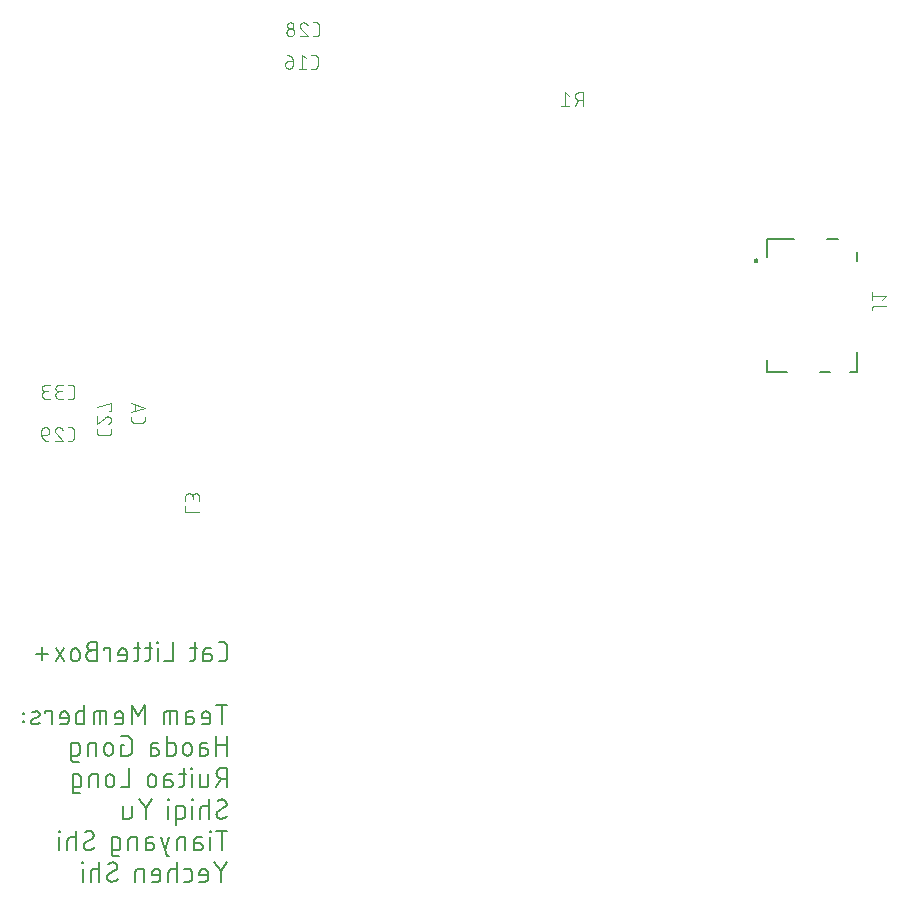
<source format=gbr>
G04 EAGLE Gerber RS-274X export*
G75*
%MOMM*%
%FSLAX34Y34*%
%LPD*%
%INSilkscreen Bottom*%
%IPPOS*%
%AMOC8*
5,1,8,0,0,1.08239X$1,22.5*%
G01*
%ADD10C,0.152400*%
%ADD11C,0.101600*%
%ADD12C,0.127000*%
%ADD13C,0.200000*%


D10*
X205413Y220452D02*
X209026Y220452D01*
X209144Y220454D01*
X209262Y220460D01*
X209380Y220469D01*
X209497Y220483D01*
X209614Y220500D01*
X209731Y220521D01*
X209846Y220546D01*
X209961Y220575D01*
X210075Y220608D01*
X210187Y220644D01*
X210298Y220684D01*
X210408Y220727D01*
X210517Y220774D01*
X210624Y220824D01*
X210729Y220879D01*
X210832Y220936D01*
X210933Y220997D01*
X211033Y221061D01*
X211130Y221128D01*
X211225Y221198D01*
X211317Y221272D01*
X211408Y221348D01*
X211495Y221428D01*
X211580Y221510D01*
X211662Y221595D01*
X211742Y221682D01*
X211818Y221773D01*
X211892Y221865D01*
X211962Y221960D01*
X212029Y222057D01*
X212093Y222157D01*
X212154Y222258D01*
X212211Y222361D01*
X212266Y222466D01*
X212316Y222573D01*
X212363Y222682D01*
X212406Y222792D01*
X212446Y222903D01*
X212482Y223015D01*
X212515Y223129D01*
X212544Y223244D01*
X212569Y223359D01*
X212590Y223476D01*
X212607Y223593D01*
X212621Y223710D01*
X212630Y223828D01*
X212636Y223946D01*
X212638Y224064D01*
X212638Y233096D01*
X212636Y233214D01*
X212630Y233332D01*
X212621Y233450D01*
X212607Y233567D01*
X212590Y233684D01*
X212569Y233801D01*
X212544Y233916D01*
X212515Y234031D01*
X212482Y234145D01*
X212446Y234257D01*
X212406Y234368D01*
X212363Y234478D01*
X212316Y234587D01*
X212266Y234694D01*
X212211Y234799D01*
X212154Y234902D01*
X212093Y235003D01*
X212029Y235103D01*
X211962Y235200D01*
X211892Y235295D01*
X211818Y235387D01*
X211742Y235478D01*
X211662Y235565D01*
X211580Y235650D01*
X211495Y235732D01*
X211408Y235812D01*
X211317Y235888D01*
X211225Y235962D01*
X211130Y236032D01*
X211033Y236099D01*
X210933Y236163D01*
X210832Y236224D01*
X210729Y236281D01*
X210624Y236336D01*
X210517Y236386D01*
X210408Y236433D01*
X210298Y236476D01*
X210187Y236516D01*
X210075Y236552D01*
X209961Y236585D01*
X209846Y236614D01*
X209731Y236639D01*
X209614Y236660D01*
X209497Y236677D01*
X209380Y236691D01*
X209262Y236700D01*
X209144Y236706D01*
X209026Y236708D01*
X205413Y236708D01*
X196624Y226774D02*
X192560Y226774D01*
X196624Y226774D02*
X196736Y226772D01*
X196847Y226766D01*
X196958Y226756D01*
X197069Y226743D01*
X197179Y226725D01*
X197288Y226703D01*
X197397Y226678D01*
X197505Y226649D01*
X197611Y226616D01*
X197717Y226579D01*
X197821Y226539D01*
X197923Y226495D01*
X198024Y226447D01*
X198123Y226396D01*
X198221Y226341D01*
X198316Y226283D01*
X198409Y226222D01*
X198500Y226157D01*
X198589Y226089D01*
X198675Y226018D01*
X198758Y225945D01*
X198839Y225868D01*
X198918Y225788D01*
X198993Y225706D01*
X199065Y225621D01*
X199135Y225534D01*
X199201Y225444D01*
X199264Y225352D01*
X199324Y225257D01*
X199380Y225161D01*
X199433Y225063D01*
X199482Y224963D01*
X199528Y224861D01*
X199570Y224758D01*
X199609Y224653D01*
X199644Y224547D01*
X199675Y224440D01*
X199702Y224332D01*
X199726Y224223D01*
X199745Y224113D01*
X199761Y224003D01*
X199773Y223892D01*
X199781Y223780D01*
X199785Y223669D01*
X199785Y223557D01*
X199781Y223446D01*
X199773Y223334D01*
X199761Y223223D01*
X199745Y223113D01*
X199726Y223003D01*
X199702Y222894D01*
X199675Y222786D01*
X199644Y222679D01*
X199609Y222573D01*
X199570Y222468D01*
X199528Y222365D01*
X199482Y222263D01*
X199433Y222163D01*
X199380Y222065D01*
X199324Y221969D01*
X199264Y221874D01*
X199201Y221782D01*
X199135Y221692D01*
X199065Y221605D01*
X198993Y221520D01*
X198918Y221438D01*
X198839Y221358D01*
X198758Y221281D01*
X198675Y221208D01*
X198589Y221137D01*
X198500Y221069D01*
X198409Y221004D01*
X198316Y220943D01*
X198221Y220885D01*
X198123Y220830D01*
X198024Y220779D01*
X197923Y220731D01*
X197821Y220687D01*
X197717Y220647D01*
X197611Y220610D01*
X197505Y220577D01*
X197397Y220548D01*
X197288Y220523D01*
X197179Y220501D01*
X197069Y220483D01*
X196958Y220470D01*
X196847Y220460D01*
X196736Y220454D01*
X196624Y220452D01*
X192560Y220452D01*
X192560Y228580D01*
X192562Y228681D01*
X192568Y228782D01*
X192577Y228883D01*
X192590Y228984D01*
X192607Y229084D01*
X192628Y229183D01*
X192652Y229281D01*
X192680Y229378D01*
X192712Y229475D01*
X192747Y229570D01*
X192786Y229663D01*
X192828Y229755D01*
X192874Y229846D01*
X192923Y229935D01*
X192975Y230021D01*
X193031Y230106D01*
X193089Y230189D01*
X193151Y230269D01*
X193216Y230347D01*
X193283Y230423D01*
X193353Y230496D01*
X193426Y230566D01*
X193502Y230633D01*
X193580Y230698D01*
X193660Y230760D01*
X193743Y230818D01*
X193828Y230874D01*
X193915Y230926D01*
X194003Y230975D01*
X194094Y231021D01*
X194186Y231063D01*
X194279Y231102D01*
X194374Y231137D01*
X194471Y231169D01*
X194568Y231197D01*
X194666Y231221D01*
X194765Y231242D01*
X194865Y231259D01*
X194966Y231272D01*
X195067Y231281D01*
X195168Y231287D01*
X195269Y231289D01*
X198882Y231289D01*
X186941Y231289D02*
X181522Y231289D01*
X185134Y236708D02*
X185134Y223161D01*
X185132Y223060D01*
X185126Y222959D01*
X185117Y222858D01*
X185104Y222757D01*
X185087Y222657D01*
X185066Y222558D01*
X185042Y222460D01*
X185014Y222363D01*
X184982Y222266D01*
X184947Y222171D01*
X184908Y222078D01*
X184866Y221986D01*
X184820Y221895D01*
X184771Y221806D01*
X184719Y221720D01*
X184663Y221635D01*
X184605Y221552D01*
X184543Y221472D01*
X184478Y221394D01*
X184411Y221318D01*
X184341Y221245D01*
X184268Y221175D01*
X184192Y221108D01*
X184114Y221043D01*
X184034Y220981D01*
X183951Y220923D01*
X183866Y220867D01*
X183780Y220815D01*
X183691Y220766D01*
X183600Y220720D01*
X183508Y220678D01*
X183415Y220639D01*
X183320Y220604D01*
X183223Y220572D01*
X183126Y220544D01*
X183028Y220520D01*
X182929Y220499D01*
X182829Y220482D01*
X182728Y220469D01*
X182627Y220460D01*
X182526Y220454D01*
X182425Y220452D01*
X181522Y220452D01*
X166717Y220452D02*
X166717Y236708D01*
X166717Y220452D02*
X159492Y220452D01*
X153895Y220452D02*
X153895Y231289D01*
X154346Y235805D02*
X154346Y236708D01*
X153443Y236708D01*
X153443Y235805D01*
X154346Y235805D01*
X148905Y231289D02*
X143486Y231289D01*
X147099Y236708D02*
X147099Y223161D01*
X147098Y223161D02*
X147096Y223060D01*
X147090Y222959D01*
X147081Y222858D01*
X147068Y222757D01*
X147051Y222657D01*
X147030Y222558D01*
X147006Y222460D01*
X146978Y222363D01*
X146946Y222266D01*
X146911Y222171D01*
X146872Y222078D01*
X146830Y221986D01*
X146784Y221895D01*
X146735Y221806D01*
X146683Y221720D01*
X146627Y221635D01*
X146569Y221552D01*
X146507Y221472D01*
X146442Y221394D01*
X146375Y221318D01*
X146305Y221245D01*
X146232Y221175D01*
X146156Y221108D01*
X146078Y221043D01*
X145998Y220981D01*
X145915Y220923D01*
X145830Y220867D01*
X145744Y220815D01*
X145655Y220766D01*
X145564Y220720D01*
X145472Y220678D01*
X145379Y220639D01*
X145284Y220604D01*
X145187Y220572D01*
X145090Y220544D01*
X144992Y220520D01*
X144893Y220499D01*
X144793Y220482D01*
X144692Y220469D01*
X144591Y220460D01*
X144490Y220454D01*
X144389Y220452D01*
X143486Y220452D01*
X139005Y231289D02*
X133586Y231289D01*
X137199Y236708D02*
X137199Y223161D01*
X137198Y223161D02*
X137196Y223060D01*
X137190Y222959D01*
X137181Y222858D01*
X137168Y222757D01*
X137151Y222657D01*
X137130Y222558D01*
X137106Y222460D01*
X137078Y222363D01*
X137046Y222266D01*
X137011Y222171D01*
X136972Y222078D01*
X136930Y221986D01*
X136884Y221895D01*
X136835Y221806D01*
X136783Y221720D01*
X136727Y221635D01*
X136669Y221552D01*
X136607Y221472D01*
X136542Y221394D01*
X136475Y221318D01*
X136405Y221245D01*
X136332Y221175D01*
X136256Y221108D01*
X136178Y221043D01*
X136098Y220981D01*
X136015Y220923D01*
X135930Y220867D01*
X135844Y220815D01*
X135755Y220766D01*
X135664Y220720D01*
X135572Y220678D01*
X135479Y220639D01*
X135384Y220604D01*
X135287Y220572D01*
X135190Y220544D01*
X135092Y220520D01*
X134993Y220499D01*
X134893Y220482D01*
X134792Y220469D01*
X134691Y220460D01*
X134590Y220454D01*
X134489Y220452D01*
X133586Y220452D01*
X125099Y220452D02*
X120583Y220452D01*
X125099Y220452D02*
X125200Y220454D01*
X125301Y220460D01*
X125402Y220469D01*
X125503Y220482D01*
X125603Y220499D01*
X125702Y220520D01*
X125800Y220544D01*
X125897Y220572D01*
X125994Y220604D01*
X126089Y220639D01*
X126182Y220678D01*
X126274Y220720D01*
X126365Y220766D01*
X126453Y220815D01*
X126540Y220867D01*
X126625Y220923D01*
X126708Y220981D01*
X126788Y221043D01*
X126866Y221108D01*
X126942Y221175D01*
X127015Y221245D01*
X127085Y221318D01*
X127152Y221394D01*
X127217Y221472D01*
X127279Y221552D01*
X127337Y221635D01*
X127393Y221720D01*
X127445Y221806D01*
X127494Y221895D01*
X127540Y221986D01*
X127582Y222078D01*
X127621Y222171D01*
X127656Y222266D01*
X127688Y222363D01*
X127716Y222460D01*
X127740Y222558D01*
X127761Y222657D01*
X127778Y222757D01*
X127791Y222858D01*
X127800Y222959D01*
X127806Y223060D01*
X127808Y223161D01*
X127808Y227677D01*
X127806Y227796D01*
X127800Y227916D01*
X127790Y228035D01*
X127776Y228153D01*
X127759Y228272D01*
X127737Y228389D01*
X127712Y228506D01*
X127682Y228621D01*
X127649Y228736D01*
X127612Y228850D01*
X127572Y228962D01*
X127527Y229073D01*
X127479Y229182D01*
X127428Y229290D01*
X127373Y229396D01*
X127314Y229500D01*
X127252Y229602D01*
X127187Y229702D01*
X127118Y229800D01*
X127046Y229896D01*
X126971Y229989D01*
X126894Y230079D01*
X126813Y230167D01*
X126729Y230252D01*
X126642Y230334D01*
X126553Y230414D01*
X126461Y230490D01*
X126367Y230564D01*
X126270Y230634D01*
X126172Y230701D01*
X126071Y230765D01*
X125967Y230825D01*
X125862Y230882D01*
X125755Y230935D01*
X125647Y230985D01*
X125537Y231031D01*
X125425Y231073D01*
X125312Y231112D01*
X125198Y231147D01*
X125083Y231178D01*
X124966Y231206D01*
X124849Y231229D01*
X124732Y231249D01*
X124613Y231265D01*
X124494Y231277D01*
X124375Y231285D01*
X124256Y231289D01*
X124136Y231289D01*
X124017Y231285D01*
X123898Y231277D01*
X123779Y231265D01*
X123660Y231249D01*
X123543Y231229D01*
X123426Y231206D01*
X123309Y231178D01*
X123194Y231147D01*
X123080Y231112D01*
X122967Y231073D01*
X122855Y231031D01*
X122745Y230985D01*
X122637Y230935D01*
X122530Y230882D01*
X122425Y230825D01*
X122321Y230765D01*
X122220Y230701D01*
X122122Y230634D01*
X122025Y230564D01*
X121931Y230490D01*
X121839Y230414D01*
X121750Y230334D01*
X121663Y230252D01*
X121579Y230167D01*
X121498Y230079D01*
X121421Y229989D01*
X121346Y229896D01*
X121274Y229800D01*
X121205Y229702D01*
X121140Y229602D01*
X121078Y229500D01*
X121019Y229396D01*
X120964Y229290D01*
X120913Y229182D01*
X120865Y229073D01*
X120820Y228962D01*
X120780Y228850D01*
X120743Y228736D01*
X120710Y228621D01*
X120680Y228506D01*
X120655Y228389D01*
X120633Y228272D01*
X120616Y228153D01*
X120602Y228035D01*
X120592Y227916D01*
X120586Y227796D01*
X120584Y227677D01*
X120583Y227677D02*
X120583Y225871D01*
X127808Y225871D01*
X113655Y220452D02*
X113655Y231289D01*
X108236Y231289D01*
X108236Y229483D01*
X102448Y229483D02*
X97933Y229483D01*
X97933Y229484D02*
X97800Y229482D01*
X97668Y229476D01*
X97536Y229466D01*
X97404Y229453D01*
X97272Y229435D01*
X97142Y229414D01*
X97011Y229389D01*
X96882Y229360D01*
X96754Y229327D01*
X96626Y229291D01*
X96500Y229251D01*
X96375Y229207D01*
X96251Y229159D01*
X96129Y229108D01*
X96008Y229053D01*
X95889Y228995D01*
X95771Y228933D01*
X95656Y228868D01*
X95542Y228799D01*
X95431Y228728D01*
X95322Y228652D01*
X95215Y228574D01*
X95110Y228493D01*
X95008Y228408D01*
X94908Y228321D01*
X94811Y228231D01*
X94716Y228138D01*
X94625Y228042D01*
X94536Y227944D01*
X94450Y227843D01*
X94367Y227739D01*
X94287Y227633D01*
X94211Y227525D01*
X94137Y227415D01*
X94067Y227302D01*
X94000Y227188D01*
X93937Y227071D01*
X93877Y226953D01*
X93820Y226833D01*
X93767Y226711D01*
X93718Y226588D01*
X93672Y226464D01*
X93630Y226338D01*
X93592Y226211D01*
X93557Y226083D01*
X93526Y225954D01*
X93499Y225825D01*
X93476Y225694D01*
X93456Y225563D01*
X93441Y225431D01*
X93429Y225299D01*
X93421Y225167D01*
X93417Y225034D01*
X93417Y224902D01*
X93421Y224769D01*
X93429Y224637D01*
X93441Y224505D01*
X93456Y224373D01*
X93476Y224242D01*
X93499Y224111D01*
X93526Y223982D01*
X93557Y223853D01*
X93592Y223725D01*
X93630Y223598D01*
X93672Y223472D01*
X93718Y223348D01*
X93767Y223225D01*
X93820Y223103D01*
X93877Y222983D01*
X93937Y222865D01*
X94000Y222748D01*
X94067Y222634D01*
X94137Y222521D01*
X94211Y222411D01*
X94287Y222303D01*
X94367Y222197D01*
X94450Y222093D01*
X94536Y221992D01*
X94625Y221894D01*
X94716Y221798D01*
X94811Y221705D01*
X94908Y221615D01*
X95008Y221528D01*
X95110Y221443D01*
X95215Y221362D01*
X95322Y221284D01*
X95431Y221208D01*
X95542Y221137D01*
X95656Y221068D01*
X95771Y221003D01*
X95889Y220941D01*
X96008Y220883D01*
X96129Y220828D01*
X96251Y220777D01*
X96375Y220729D01*
X96500Y220685D01*
X96626Y220645D01*
X96754Y220609D01*
X96882Y220576D01*
X97011Y220547D01*
X97142Y220522D01*
X97272Y220501D01*
X97404Y220483D01*
X97536Y220470D01*
X97668Y220460D01*
X97800Y220454D01*
X97933Y220452D01*
X102448Y220452D01*
X102448Y236708D01*
X97933Y236708D01*
X97814Y236706D01*
X97694Y236700D01*
X97575Y236690D01*
X97457Y236676D01*
X97338Y236659D01*
X97221Y236637D01*
X97104Y236612D01*
X96989Y236582D01*
X96874Y236549D01*
X96760Y236512D01*
X96648Y236472D01*
X96537Y236427D01*
X96428Y236379D01*
X96320Y236328D01*
X96214Y236273D01*
X96110Y236214D01*
X96008Y236152D01*
X95908Y236087D01*
X95810Y236018D01*
X95714Y235946D01*
X95621Y235871D01*
X95531Y235794D01*
X95443Y235713D01*
X95358Y235629D01*
X95276Y235542D01*
X95196Y235453D01*
X95120Y235361D01*
X95046Y235267D01*
X94976Y235170D01*
X94909Y235072D01*
X94845Y234971D01*
X94785Y234867D01*
X94728Y234762D01*
X94675Y234655D01*
X94625Y234547D01*
X94579Y234437D01*
X94537Y234325D01*
X94498Y234212D01*
X94463Y234098D01*
X94432Y233983D01*
X94404Y233866D01*
X94381Y233749D01*
X94361Y233632D01*
X94345Y233513D01*
X94333Y233394D01*
X94325Y233275D01*
X94321Y233156D01*
X94321Y233036D01*
X94325Y232917D01*
X94333Y232798D01*
X94345Y232679D01*
X94361Y232560D01*
X94381Y232443D01*
X94404Y232326D01*
X94432Y232209D01*
X94463Y232094D01*
X94498Y231980D01*
X94537Y231867D01*
X94579Y231755D01*
X94625Y231645D01*
X94675Y231537D01*
X94728Y231430D01*
X94785Y231325D01*
X94845Y231221D01*
X94909Y231120D01*
X94976Y231022D01*
X95046Y230925D01*
X95120Y230831D01*
X95196Y230739D01*
X95276Y230650D01*
X95358Y230563D01*
X95443Y230479D01*
X95531Y230398D01*
X95621Y230321D01*
X95714Y230246D01*
X95810Y230174D01*
X95908Y230105D01*
X96008Y230040D01*
X96110Y229978D01*
X96214Y229919D01*
X96320Y229864D01*
X96428Y229813D01*
X96537Y229765D01*
X96648Y229720D01*
X96760Y229680D01*
X96874Y229643D01*
X96989Y229610D01*
X97104Y229580D01*
X97221Y229555D01*
X97338Y229533D01*
X97457Y229516D01*
X97575Y229502D01*
X97694Y229492D01*
X97814Y229486D01*
X97933Y229484D01*
X87688Y227677D02*
X87688Y224064D01*
X87687Y227677D02*
X87685Y227796D01*
X87679Y227916D01*
X87669Y228035D01*
X87655Y228153D01*
X87638Y228272D01*
X87616Y228389D01*
X87591Y228506D01*
X87561Y228621D01*
X87528Y228736D01*
X87491Y228850D01*
X87451Y228962D01*
X87406Y229073D01*
X87358Y229182D01*
X87307Y229290D01*
X87252Y229396D01*
X87193Y229500D01*
X87131Y229602D01*
X87066Y229702D01*
X86997Y229800D01*
X86925Y229896D01*
X86850Y229989D01*
X86773Y230079D01*
X86692Y230167D01*
X86608Y230252D01*
X86521Y230334D01*
X86432Y230414D01*
X86340Y230490D01*
X86246Y230564D01*
X86149Y230634D01*
X86051Y230701D01*
X85950Y230765D01*
X85846Y230825D01*
X85741Y230882D01*
X85634Y230935D01*
X85526Y230985D01*
X85416Y231031D01*
X85304Y231073D01*
X85191Y231112D01*
X85077Y231147D01*
X84962Y231178D01*
X84845Y231206D01*
X84728Y231229D01*
X84611Y231249D01*
X84492Y231265D01*
X84373Y231277D01*
X84254Y231285D01*
X84135Y231289D01*
X84015Y231289D01*
X83896Y231285D01*
X83777Y231277D01*
X83658Y231265D01*
X83539Y231249D01*
X83422Y231229D01*
X83305Y231206D01*
X83188Y231178D01*
X83073Y231147D01*
X82959Y231112D01*
X82846Y231073D01*
X82734Y231031D01*
X82624Y230985D01*
X82516Y230935D01*
X82409Y230882D01*
X82304Y230825D01*
X82200Y230765D01*
X82099Y230701D01*
X82001Y230634D01*
X81904Y230564D01*
X81810Y230490D01*
X81718Y230414D01*
X81629Y230334D01*
X81542Y230252D01*
X81458Y230167D01*
X81377Y230079D01*
X81300Y229989D01*
X81225Y229896D01*
X81153Y229800D01*
X81084Y229702D01*
X81019Y229602D01*
X80957Y229500D01*
X80898Y229396D01*
X80843Y229290D01*
X80792Y229182D01*
X80744Y229073D01*
X80699Y228962D01*
X80659Y228850D01*
X80622Y228736D01*
X80589Y228621D01*
X80559Y228506D01*
X80534Y228389D01*
X80512Y228272D01*
X80495Y228153D01*
X80481Y228035D01*
X80471Y227916D01*
X80465Y227796D01*
X80463Y227677D01*
X80463Y224064D01*
X80465Y223945D01*
X80471Y223825D01*
X80481Y223706D01*
X80495Y223588D01*
X80512Y223469D01*
X80534Y223352D01*
X80559Y223235D01*
X80589Y223120D01*
X80622Y223005D01*
X80659Y222891D01*
X80699Y222779D01*
X80744Y222668D01*
X80792Y222559D01*
X80843Y222451D01*
X80898Y222345D01*
X80957Y222241D01*
X81019Y222139D01*
X81084Y222039D01*
X81153Y221941D01*
X81225Y221845D01*
X81300Y221752D01*
X81377Y221662D01*
X81458Y221574D01*
X81542Y221489D01*
X81629Y221407D01*
X81718Y221327D01*
X81810Y221251D01*
X81904Y221177D01*
X82001Y221107D01*
X82099Y221040D01*
X82200Y220976D01*
X82304Y220916D01*
X82409Y220859D01*
X82516Y220806D01*
X82624Y220756D01*
X82734Y220710D01*
X82846Y220668D01*
X82959Y220629D01*
X83073Y220594D01*
X83188Y220563D01*
X83305Y220535D01*
X83422Y220512D01*
X83539Y220492D01*
X83658Y220476D01*
X83777Y220464D01*
X83896Y220456D01*
X84015Y220452D01*
X84135Y220452D01*
X84254Y220456D01*
X84373Y220464D01*
X84492Y220476D01*
X84611Y220492D01*
X84728Y220512D01*
X84845Y220535D01*
X84962Y220563D01*
X85077Y220594D01*
X85191Y220629D01*
X85304Y220668D01*
X85416Y220710D01*
X85526Y220756D01*
X85634Y220806D01*
X85741Y220859D01*
X85846Y220916D01*
X85950Y220976D01*
X86051Y221040D01*
X86149Y221107D01*
X86246Y221177D01*
X86340Y221251D01*
X86432Y221327D01*
X86521Y221407D01*
X86608Y221489D01*
X86692Y221574D01*
X86773Y221662D01*
X86850Y221752D01*
X86925Y221845D01*
X86997Y221941D01*
X87066Y222039D01*
X87131Y222139D01*
X87193Y222241D01*
X87252Y222345D01*
X87307Y222451D01*
X87358Y222559D01*
X87406Y222668D01*
X87451Y222779D01*
X87491Y222891D01*
X87528Y223005D01*
X87561Y223120D01*
X87591Y223235D01*
X87616Y223352D01*
X87638Y223469D01*
X87655Y223588D01*
X87669Y223706D01*
X87679Y223825D01*
X87685Y223945D01*
X87687Y224064D01*
X74662Y220452D02*
X67437Y231289D01*
X74662Y231289D02*
X67437Y220452D01*
X61358Y226774D02*
X50521Y226774D01*
X55939Y221355D02*
X55939Y232192D01*
X208122Y183368D02*
X208122Y167112D01*
X212638Y183368D02*
X203607Y183368D01*
X195479Y167112D02*
X190963Y167112D01*
X195479Y167112D02*
X195580Y167114D01*
X195681Y167120D01*
X195782Y167129D01*
X195883Y167142D01*
X195983Y167159D01*
X196082Y167180D01*
X196180Y167204D01*
X196277Y167232D01*
X196374Y167264D01*
X196469Y167299D01*
X196562Y167338D01*
X196654Y167380D01*
X196745Y167426D01*
X196834Y167475D01*
X196920Y167527D01*
X197005Y167583D01*
X197088Y167641D01*
X197168Y167703D01*
X197246Y167768D01*
X197322Y167835D01*
X197395Y167905D01*
X197465Y167978D01*
X197532Y168054D01*
X197597Y168132D01*
X197659Y168212D01*
X197717Y168295D01*
X197773Y168380D01*
X197825Y168466D01*
X197874Y168555D01*
X197920Y168646D01*
X197962Y168738D01*
X198001Y168831D01*
X198036Y168926D01*
X198068Y169023D01*
X198096Y169120D01*
X198120Y169218D01*
X198141Y169317D01*
X198158Y169417D01*
X198171Y169518D01*
X198180Y169619D01*
X198186Y169720D01*
X198188Y169821D01*
X198188Y174337D01*
X198187Y174337D02*
X198185Y174456D01*
X198179Y174576D01*
X198169Y174695D01*
X198155Y174813D01*
X198138Y174932D01*
X198116Y175049D01*
X198091Y175166D01*
X198061Y175281D01*
X198028Y175396D01*
X197991Y175510D01*
X197951Y175622D01*
X197906Y175733D01*
X197858Y175842D01*
X197807Y175950D01*
X197752Y176056D01*
X197693Y176160D01*
X197631Y176262D01*
X197566Y176362D01*
X197497Y176460D01*
X197425Y176556D01*
X197350Y176649D01*
X197273Y176739D01*
X197192Y176827D01*
X197108Y176912D01*
X197021Y176994D01*
X196932Y177074D01*
X196840Y177150D01*
X196746Y177224D01*
X196649Y177294D01*
X196551Y177361D01*
X196450Y177425D01*
X196346Y177485D01*
X196241Y177542D01*
X196134Y177595D01*
X196026Y177645D01*
X195916Y177691D01*
X195804Y177733D01*
X195691Y177772D01*
X195577Y177807D01*
X195462Y177838D01*
X195345Y177866D01*
X195228Y177889D01*
X195111Y177909D01*
X194992Y177925D01*
X194873Y177937D01*
X194754Y177945D01*
X194635Y177949D01*
X194515Y177949D01*
X194396Y177945D01*
X194277Y177937D01*
X194158Y177925D01*
X194039Y177909D01*
X193922Y177889D01*
X193805Y177866D01*
X193688Y177838D01*
X193573Y177807D01*
X193459Y177772D01*
X193346Y177733D01*
X193234Y177691D01*
X193124Y177645D01*
X193016Y177595D01*
X192909Y177542D01*
X192804Y177485D01*
X192700Y177425D01*
X192599Y177361D01*
X192501Y177294D01*
X192404Y177224D01*
X192310Y177150D01*
X192218Y177074D01*
X192129Y176994D01*
X192042Y176912D01*
X191958Y176827D01*
X191877Y176739D01*
X191800Y176649D01*
X191725Y176556D01*
X191653Y176460D01*
X191584Y176362D01*
X191519Y176262D01*
X191457Y176160D01*
X191398Y176056D01*
X191343Y175950D01*
X191292Y175842D01*
X191244Y175733D01*
X191199Y175622D01*
X191159Y175510D01*
X191122Y175396D01*
X191089Y175281D01*
X191059Y175166D01*
X191034Y175049D01*
X191012Y174932D01*
X190995Y174813D01*
X190981Y174695D01*
X190971Y174576D01*
X190965Y174456D01*
X190963Y174337D01*
X190963Y172531D01*
X198188Y172531D01*
X181553Y173434D02*
X177489Y173434D01*
X181553Y173434D02*
X181665Y173432D01*
X181776Y173426D01*
X181887Y173416D01*
X181998Y173403D01*
X182108Y173385D01*
X182217Y173363D01*
X182326Y173338D01*
X182434Y173309D01*
X182540Y173276D01*
X182646Y173239D01*
X182750Y173199D01*
X182852Y173155D01*
X182953Y173107D01*
X183052Y173056D01*
X183150Y173001D01*
X183245Y172943D01*
X183338Y172882D01*
X183429Y172817D01*
X183518Y172749D01*
X183604Y172678D01*
X183687Y172605D01*
X183768Y172528D01*
X183847Y172448D01*
X183922Y172366D01*
X183994Y172281D01*
X184064Y172194D01*
X184130Y172104D01*
X184193Y172012D01*
X184253Y171917D01*
X184309Y171821D01*
X184362Y171723D01*
X184411Y171623D01*
X184457Y171521D01*
X184499Y171418D01*
X184538Y171313D01*
X184573Y171207D01*
X184604Y171100D01*
X184631Y170992D01*
X184655Y170883D01*
X184674Y170773D01*
X184690Y170663D01*
X184702Y170552D01*
X184710Y170440D01*
X184714Y170329D01*
X184714Y170217D01*
X184710Y170106D01*
X184702Y169994D01*
X184690Y169883D01*
X184674Y169773D01*
X184655Y169663D01*
X184631Y169554D01*
X184604Y169446D01*
X184573Y169339D01*
X184538Y169233D01*
X184499Y169128D01*
X184457Y169025D01*
X184411Y168923D01*
X184362Y168823D01*
X184309Y168725D01*
X184253Y168629D01*
X184193Y168534D01*
X184130Y168442D01*
X184064Y168352D01*
X183994Y168265D01*
X183922Y168180D01*
X183847Y168098D01*
X183768Y168018D01*
X183687Y167941D01*
X183604Y167868D01*
X183518Y167797D01*
X183429Y167729D01*
X183338Y167664D01*
X183245Y167603D01*
X183150Y167545D01*
X183052Y167490D01*
X182953Y167439D01*
X182852Y167391D01*
X182750Y167347D01*
X182646Y167307D01*
X182540Y167270D01*
X182434Y167237D01*
X182326Y167208D01*
X182217Y167183D01*
X182108Y167161D01*
X181998Y167143D01*
X181887Y167130D01*
X181776Y167120D01*
X181665Y167114D01*
X181553Y167112D01*
X177489Y167112D01*
X177489Y175240D01*
X177491Y175341D01*
X177497Y175442D01*
X177506Y175543D01*
X177519Y175644D01*
X177536Y175744D01*
X177557Y175843D01*
X177581Y175941D01*
X177609Y176038D01*
X177641Y176135D01*
X177676Y176230D01*
X177715Y176323D01*
X177757Y176415D01*
X177803Y176506D01*
X177852Y176595D01*
X177904Y176681D01*
X177960Y176766D01*
X178018Y176849D01*
X178080Y176929D01*
X178145Y177007D01*
X178212Y177083D01*
X178282Y177156D01*
X178355Y177226D01*
X178431Y177293D01*
X178509Y177358D01*
X178589Y177420D01*
X178672Y177478D01*
X178757Y177534D01*
X178844Y177586D01*
X178932Y177635D01*
X179023Y177681D01*
X179115Y177723D01*
X179208Y177762D01*
X179303Y177797D01*
X179400Y177829D01*
X179497Y177857D01*
X179595Y177881D01*
X179694Y177902D01*
X179794Y177919D01*
X179895Y177932D01*
X179996Y177941D01*
X180097Y177947D01*
X180198Y177949D01*
X180199Y177949D02*
X183811Y177949D01*
X169774Y177949D02*
X169774Y167112D01*
X169774Y177949D02*
X161646Y177949D01*
X161545Y177947D01*
X161444Y177941D01*
X161343Y177932D01*
X161242Y177919D01*
X161142Y177902D01*
X161043Y177881D01*
X160945Y177857D01*
X160848Y177829D01*
X160751Y177797D01*
X160656Y177762D01*
X160563Y177723D01*
X160471Y177681D01*
X160380Y177635D01*
X160292Y177586D01*
X160205Y177534D01*
X160120Y177478D01*
X160037Y177420D01*
X159957Y177358D01*
X159879Y177293D01*
X159803Y177226D01*
X159730Y177156D01*
X159660Y177083D01*
X159593Y177007D01*
X159528Y176929D01*
X159466Y176849D01*
X159408Y176766D01*
X159352Y176681D01*
X159300Y176595D01*
X159251Y176506D01*
X159205Y176415D01*
X159163Y176323D01*
X159124Y176230D01*
X159089Y176135D01*
X159057Y176038D01*
X159029Y175941D01*
X159005Y175843D01*
X158984Y175744D01*
X158967Y175644D01*
X158954Y175543D01*
X158945Y175442D01*
X158939Y175341D01*
X158937Y175240D01*
X158936Y175240D02*
X158936Y167112D01*
X164355Y167112D02*
X164355Y177949D01*
X142680Y183368D02*
X142680Y167112D01*
X137261Y174337D02*
X142680Y183368D01*
X137261Y174337D02*
X131842Y183368D01*
X131842Y167112D01*
X122012Y167112D02*
X117496Y167112D01*
X122012Y167112D02*
X122113Y167114D01*
X122214Y167120D01*
X122315Y167129D01*
X122416Y167142D01*
X122516Y167159D01*
X122615Y167180D01*
X122713Y167204D01*
X122810Y167232D01*
X122907Y167264D01*
X123002Y167299D01*
X123095Y167338D01*
X123187Y167380D01*
X123278Y167426D01*
X123366Y167475D01*
X123453Y167527D01*
X123538Y167583D01*
X123621Y167641D01*
X123701Y167703D01*
X123779Y167768D01*
X123855Y167835D01*
X123928Y167905D01*
X123998Y167978D01*
X124065Y168054D01*
X124130Y168132D01*
X124192Y168212D01*
X124250Y168295D01*
X124306Y168380D01*
X124358Y168466D01*
X124407Y168555D01*
X124453Y168646D01*
X124495Y168738D01*
X124534Y168831D01*
X124569Y168926D01*
X124601Y169023D01*
X124629Y169120D01*
X124653Y169218D01*
X124674Y169317D01*
X124691Y169417D01*
X124704Y169518D01*
X124713Y169619D01*
X124719Y169720D01*
X124721Y169821D01*
X124721Y174337D01*
X124719Y174456D01*
X124713Y174576D01*
X124703Y174695D01*
X124689Y174813D01*
X124672Y174932D01*
X124650Y175049D01*
X124625Y175166D01*
X124595Y175281D01*
X124562Y175396D01*
X124525Y175510D01*
X124485Y175622D01*
X124440Y175733D01*
X124392Y175842D01*
X124341Y175950D01*
X124286Y176056D01*
X124227Y176160D01*
X124165Y176262D01*
X124100Y176362D01*
X124031Y176460D01*
X123959Y176556D01*
X123884Y176649D01*
X123807Y176739D01*
X123726Y176827D01*
X123642Y176912D01*
X123555Y176994D01*
X123466Y177074D01*
X123374Y177150D01*
X123280Y177224D01*
X123183Y177294D01*
X123085Y177361D01*
X122984Y177425D01*
X122880Y177485D01*
X122775Y177542D01*
X122668Y177595D01*
X122560Y177645D01*
X122450Y177691D01*
X122338Y177733D01*
X122225Y177772D01*
X122111Y177807D01*
X121996Y177838D01*
X121879Y177866D01*
X121762Y177889D01*
X121645Y177909D01*
X121526Y177925D01*
X121407Y177937D01*
X121288Y177945D01*
X121169Y177949D01*
X121049Y177949D01*
X120930Y177945D01*
X120811Y177937D01*
X120692Y177925D01*
X120573Y177909D01*
X120456Y177889D01*
X120339Y177866D01*
X120222Y177838D01*
X120107Y177807D01*
X119993Y177772D01*
X119880Y177733D01*
X119768Y177691D01*
X119658Y177645D01*
X119550Y177595D01*
X119443Y177542D01*
X119338Y177485D01*
X119234Y177425D01*
X119133Y177361D01*
X119035Y177294D01*
X118938Y177224D01*
X118844Y177150D01*
X118752Y177074D01*
X118663Y176994D01*
X118576Y176912D01*
X118492Y176827D01*
X118411Y176739D01*
X118334Y176649D01*
X118259Y176556D01*
X118187Y176460D01*
X118118Y176362D01*
X118053Y176262D01*
X117991Y176160D01*
X117932Y176056D01*
X117877Y175950D01*
X117826Y175842D01*
X117778Y175733D01*
X117733Y175622D01*
X117693Y175510D01*
X117656Y175396D01*
X117623Y175281D01*
X117593Y175166D01*
X117568Y175049D01*
X117546Y174932D01*
X117529Y174813D01*
X117515Y174695D01*
X117505Y174576D01*
X117499Y174456D01*
X117497Y174337D01*
X117496Y174337D02*
X117496Y172531D01*
X124721Y172531D01*
X110375Y167112D02*
X110375Y177949D01*
X102247Y177949D01*
X102146Y177947D01*
X102045Y177941D01*
X101944Y177932D01*
X101843Y177919D01*
X101743Y177902D01*
X101644Y177881D01*
X101546Y177857D01*
X101449Y177829D01*
X101352Y177797D01*
X101257Y177762D01*
X101164Y177723D01*
X101072Y177681D01*
X100981Y177635D01*
X100893Y177586D01*
X100806Y177534D01*
X100721Y177478D01*
X100638Y177420D01*
X100558Y177358D01*
X100480Y177293D01*
X100404Y177226D01*
X100331Y177156D01*
X100261Y177083D01*
X100194Y177007D01*
X100129Y176929D01*
X100067Y176849D01*
X100009Y176766D01*
X99953Y176681D01*
X99901Y176595D01*
X99852Y176506D01*
X99806Y176415D01*
X99764Y176323D01*
X99725Y176230D01*
X99690Y176135D01*
X99658Y176038D01*
X99630Y175941D01*
X99606Y175843D01*
X99585Y175744D01*
X99568Y175644D01*
X99555Y175543D01*
X99546Y175442D01*
X99540Y175341D01*
X99538Y175240D01*
X99538Y167112D01*
X104956Y167112D02*
X104956Y177949D01*
X91822Y183368D02*
X91822Y167112D01*
X87307Y167112D01*
X87203Y167114D01*
X87100Y167120D01*
X86996Y167130D01*
X86893Y167144D01*
X86791Y167162D01*
X86690Y167183D01*
X86589Y167209D01*
X86490Y167238D01*
X86391Y167271D01*
X86294Y167308D01*
X86199Y167349D01*
X86105Y167393D01*
X86013Y167441D01*
X85923Y167492D01*
X85834Y167547D01*
X85748Y167605D01*
X85665Y167667D01*
X85583Y167731D01*
X85505Y167799D01*
X85429Y167869D01*
X85355Y167942D01*
X85285Y168019D01*
X85217Y168097D01*
X85153Y168179D01*
X85091Y168262D01*
X85033Y168348D01*
X84978Y168437D01*
X84927Y168527D01*
X84879Y168619D01*
X84835Y168713D01*
X84794Y168808D01*
X84757Y168905D01*
X84724Y169004D01*
X84695Y169103D01*
X84669Y169204D01*
X84648Y169305D01*
X84630Y169407D01*
X84616Y169510D01*
X84606Y169614D01*
X84600Y169717D01*
X84598Y169821D01*
X84597Y169821D02*
X84597Y175240D01*
X84598Y175240D02*
X84600Y175341D01*
X84606Y175442D01*
X84615Y175543D01*
X84628Y175644D01*
X84645Y175744D01*
X84666Y175843D01*
X84690Y175941D01*
X84718Y176038D01*
X84750Y176135D01*
X84785Y176230D01*
X84824Y176323D01*
X84866Y176415D01*
X84912Y176506D01*
X84961Y176595D01*
X85013Y176681D01*
X85069Y176766D01*
X85127Y176849D01*
X85189Y176929D01*
X85254Y177007D01*
X85321Y177083D01*
X85391Y177156D01*
X85464Y177226D01*
X85540Y177293D01*
X85618Y177358D01*
X85698Y177420D01*
X85781Y177478D01*
X85866Y177534D01*
X85953Y177586D01*
X86041Y177635D01*
X86132Y177681D01*
X86224Y177723D01*
X86317Y177762D01*
X86412Y177797D01*
X86509Y177829D01*
X86606Y177857D01*
X86704Y177881D01*
X86803Y177902D01*
X86903Y177919D01*
X87004Y177932D01*
X87105Y177941D01*
X87206Y177947D01*
X87307Y177949D01*
X91822Y177949D01*
X75639Y167112D02*
X71124Y167112D01*
X75639Y167112D02*
X75740Y167114D01*
X75841Y167120D01*
X75942Y167129D01*
X76043Y167142D01*
X76143Y167159D01*
X76242Y167180D01*
X76340Y167204D01*
X76437Y167232D01*
X76534Y167264D01*
X76629Y167299D01*
X76722Y167338D01*
X76814Y167380D01*
X76905Y167426D01*
X76993Y167475D01*
X77080Y167527D01*
X77165Y167583D01*
X77248Y167641D01*
X77328Y167703D01*
X77406Y167768D01*
X77482Y167835D01*
X77555Y167905D01*
X77625Y167978D01*
X77692Y168054D01*
X77757Y168132D01*
X77819Y168212D01*
X77877Y168295D01*
X77933Y168380D01*
X77985Y168466D01*
X78034Y168555D01*
X78080Y168646D01*
X78122Y168738D01*
X78161Y168831D01*
X78196Y168926D01*
X78228Y169023D01*
X78256Y169120D01*
X78280Y169218D01*
X78301Y169317D01*
X78318Y169417D01*
X78331Y169518D01*
X78340Y169619D01*
X78346Y169720D01*
X78348Y169821D01*
X78348Y174337D01*
X78346Y174456D01*
X78340Y174576D01*
X78330Y174695D01*
X78316Y174813D01*
X78299Y174932D01*
X78277Y175049D01*
X78252Y175166D01*
X78222Y175281D01*
X78189Y175396D01*
X78152Y175510D01*
X78112Y175622D01*
X78067Y175733D01*
X78019Y175842D01*
X77968Y175950D01*
X77913Y176056D01*
X77854Y176160D01*
X77792Y176262D01*
X77727Y176362D01*
X77658Y176460D01*
X77586Y176556D01*
X77511Y176649D01*
X77434Y176739D01*
X77353Y176827D01*
X77269Y176912D01*
X77182Y176994D01*
X77093Y177074D01*
X77001Y177150D01*
X76907Y177224D01*
X76810Y177294D01*
X76712Y177361D01*
X76611Y177425D01*
X76507Y177485D01*
X76402Y177542D01*
X76295Y177595D01*
X76187Y177645D01*
X76077Y177691D01*
X75965Y177733D01*
X75852Y177772D01*
X75738Y177807D01*
X75623Y177838D01*
X75506Y177866D01*
X75389Y177889D01*
X75272Y177909D01*
X75153Y177925D01*
X75034Y177937D01*
X74915Y177945D01*
X74796Y177949D01*
X74676Y177949D01*
X74557Y177945D01*
X74438Y177937D01*
X74319Y177925D01*
X74200Y177909D01*
X74083Y177889D01*
X73966Y177866D01*
X73849Y177838D01*
X73734Y177807D01*
X73620Y177772D01*
X73507Y177733D01*
X73395Y177691D01*
X73285Y177645D01*
X73177Y177595D01*
X73070Y177542D01*
X72965Y177485D01*
X72861Y177425D01*
X72760Y177361D01*
X72662Y177294D01*
X72565Y177224D01*
X72471Y177150D01*
X72379Y177074D01*
X72290Y176994D01*
X72203Y176912D01*
X72119Y176827D01*
X72038Y176739D01*
X71961Y176649D01*
X71886Y176556D01*
X71814Y176460D01*
X71745Y176362D01*
X71680Y176262D01*
X71618Y176160D01*
X71559Y176056D01*
X71504Y175950D01*
X71453Y175842D01*
X71405Y175733D01*
X71360Y175622D01*
X71320Y175510D01*
X71283Y175396D01*
X71250Y175281D01*
X71220Y175166D01*
X71195Y175049D01*
X71173Y174932D01*
X71156Y174813D01*
X71142Y174695D01*
X71132Y174576D01*
X71126Y174456D01*
X71124Y174337D01*
X71124Y172531D01*
X78348Y172531D01*
X64195Y167112D02*
X64195Y177949D01*
X58777Y177949D01*
X58777Y176143D01*
X52505Y173434D02*
X47989Y171628D01*
X52505Y173434D02*
X52593Y173471D01*
X52679Y173512D01*
X52764Y173556D01*
X52847Y173604D01*
X52927Y173655D01*
X53006Y173709D01*
X53082Y173767D01*
X53156Y173827D01*
X53228Y173891D01*
X53296Y173957D01*
X53362Y174027D01*
X53425Y174098D01*
X53486Y174173D01*
X53543Y174249D01*
X53596Y174328D01*
X53647Y174409D01*
X53694Y174492D01*
X53738Y174577D01*
X53778Y174664D01*
X53815Y174752D01*
X53848Y174842D01*
X53878Y174933D01*
X53903Y175025D01*
X53925Y175118D01*
X53943Y175212D01*
X53958Y175306D01*
X53968Y175401D01*
X53974Y175497D01*
X53977Y175592D01*
X53976Y175688D01*
X53970Y175783D01*
X53961Y175879D01*
X53948Y175973D01*
X53932Y176067D01*
X53911Y176161D01*
X53886Y176253D01*
X53858Y176344D01*
X53826Y176434D01*
X53791Y176523D01*
X53752Y176610D01*
X53709Y176696D01*
X53663Y176780D01*
X53613Y176861D01*
X53561Y176941D01*
X53505Y177019D01*
X53445Y177094D01*
X53383Y177166D01*
X53318Y177236D01*
X53250Y177304D01*
X53180Y177368D01*
X53107Y177430D01*
X53031Y177488D01*
X52953Y177544D01*
X52873Y177596D01*
X52791Y177645D01*
X52707Y177690D01*
X52621Y177732D01*
X52534Y177771D01*
X52445Y177806D01*
X52354Y177837D01*
X52263Y177864D01*
X52170Y177888D01*
X52077Y177908D01*
X51983Y177924D01*
X51888Y177936D01*
X51793Y177945D01*
X51697Y177949D01*
X51602Y177950D01*
X51355Y177943D01*
X51109Y177931D01*
X50863Y177913D01*
X50617Y177888D01*
X50373Y177858D01*
X50129Y177822D01*
X49886Y177781D01*
X49644Y177733D01*
X49403Y177679D01*
X49164Y177620D01*
X48926Y177555D01*
X48690Y177484D01*
X48455Y177408D01*
X48222Y177326D01*
X47992Y177238D01*
X47764Y177145D01*
X47537Y177047D01*
X47989Y171627D02*
X47901Y171590D01*
X47815Y171549D01*
X47730Y171505D01*
X47647Y171457D01*
X47567Y171406D01*
X47488Y171352D01*
X47412Y171294D01*
X47338Y171234D01*
X47266Y171170D01*
X47198Y171104D01*
X47132Y171034D01*
X47069Y170963D01*
X47008Y170888D01*
X46951Y170812D01*
X46898Y170733D01*
X46847Y170652D01*
X46800Y170569D01*
X46756Y170484D01*
X46716Y170397D01*
X46679Y170309D01*
X46646Y170219D01*
X46616Y170128D01*
X46591Y170036D01*
X46569Y169943D01*
X46551Y169849D01*
X46536Y169755D01*
X46526Y169660D01*
X46520Y169564D01*
X46517Y169469D01*
X46518Y169373D01*
X46524Y169278D01*
X46533Y169182D01*
X46546Y169088D01*
X46562Y168994D01*
X46583Y168900D01*
X46608Y168808D01*
X46636Y168717D01*
X46668Y168627D01*
X46703Y168538D01*
X46742Y168451D01*
X46785Y168365D01*
X46831Y168281D01*
X46881Y168200D01*
X46933Y168120D01*
X46989Y168042D01*
X47049Y167967D01*
X47111Y167895D01*
X47176Y167825D01*
X47244Y167757D01*
X47314Y167693D01*
X47387Y167631D01*
X47463Y167573D01*
X47541Y167517D01*
X47621Y167465D01*
X47703Y167416D01*
X47787Y167371D01*
X47873Y167329D01*
X47960Y167290D01*
X48049Y167255D01*
X48140Y167224D01*
X48231Y167197D01*
X48324Y167173D01*
X48417Y167153D01*
X48511Y167137D01*
X48606Y167125D01*
X48701Y167116D01*
X48797Y167112D01*
X48892Y167111D01*
X48893Y167112D02*
X49255Y167121D01*
X49617Y167139D01*
X49978Y167166D01*
X50338Y167201D01*
X50698Y167244D01*
X51057Y167296D01*
X51414Y167357D01*
X51769Y167426D01*
X52123Y167503D01*
X52475Y167589D01*
X52825Y167683D01*
X53173Y167786D01*
X53518Y167896D01*
X53860Y168015D01*
X40278Y168467D02*
X40278Y169370D01*
X39375Y169370D01*
X39375Y168467D01*
X40278Y168467D01*
X40278Y175692D02*
X40278Y176595D01*
X39375Y176595D01*
X39375Y175692D01*
X40278Y175692D01*
X212638Y156698D02*
X212638Y140442D01*
X212638Y149473D02*
X203607Y149473D01*
X203607Y156698D02*
X203607Y140442D01*
X193537Y146764D02*
X189473Y146764D01*
X193537Y146764D02*
X193649Y146762D01*
X193760Y146756D01*
X193871Y146746D01*
X193982Y146733D01*
X194092Y146715D01*
X194201Y146693D01*
X194310Y146668D01*
X194418Y146639D01*
X194524Y146606D01*
X194630Y146569D01*
X194734Y146529D01*
X194836Y146485D01*
X194937Y146437D01*
X195036Y146386D01*
X195134Y146331D01*
X195229Y146273D01*
X195322Y146212D01*
X195413Y146147D01*
X195502Y146079D01*
X195588Y146008D01*
X195671Y145935D01*
X195752Y145858D01*
X195831Y145778D01*
X195906Y145696D01*
X195978Y145611D01*
X196048Y145524D01*
X196114Y145434D01*
X196177Y145342D01*
X196237Y145247D01*
X196293Y145151D01*
X196346Y145053D01*
X196395Y144953D01*
X196441Y144851D01*
X196483Y144748D01*
X196522Y144643D01*
X196557Y144537D01*
X196588Y144430D01*
X196615Y144322D01*
X196639Y144213D01*
X196658Y144103D01*
X196674Y143993D01*
X196686Y143882D01*
X196694Y143770D01*
X196698Y143659D01*
X196698Y143547D01*
X196694Y143436D01*
X196686Y143324D01*
X196674Y143213D01*
X196658Y143103D01*
X196639Y142993D01*
X196615Y142884D01*
X196588Y142776D01*
X196557Y142669D01*
X196522Y142563D01*
X196483Y142458D01*
X196441Y142355D01*
X196395Y142253D01*
X196346Y142153D01*
X196293Y142055D01*
X196237Y141959D01*
X196177Y141864D01*
X196114Y141772D01*
X196048Y141682D01*
X195978Y141595D01*
X195906Y141510D01*
X195831Y141428D01*
X195752Y141348D01*
X195671Y141271D01*
X195588Y141198D01*
X195502Y141127D01*
X195413Y141059D01*
X195322Y140994D01*
X195229Y140933D01*
X195134Y140875D01*
X195036Y140820D01*
X194937Y140769D01*
X194836Y140721D01*
X194734Y140677D01*
X194630Y140637D01*
X194524Y140600D01*
X194418Y140567D01*
X194310Y140538D01*
X194201Y140513D01*
X194092Y140491D01*
X193982Y140473D01*
X193871Y140460D01*
X193760Y140450D01*
X193649Y140444D01*
X193537Y140442D01*
X189473Y140442D01*
X189473Y148570D01*
X189475Y148671D01*
X189481Y148772D01*
X189490Y148873D01*
X189503Y148974D01*
X189520Y149074D01*
X189541Y149173D01*
X189565Y149271D01*
X189593Y149368D01*
X189625Y149465D01*
X189660Y149560D01*
X189699Y149653D01*
X189741Y149745D01*
X189787Y149836D01*
X189836Y149925D01*
X189888Y150011D01*
X189944Y150096D01*
X190002Y150179D01*
X190064Y150259D01*
X190129Y150337D01*
X190196Y150413D01*
X190266Y150486D01*
X190339Y150556D01*
X190415Y150623D01*
X190493Y150688D01*
X190573Y150750D01*
X190656Y150808D01*
X190741Y150864D01*
X190828Y150916D01*
X190916Y150965D01*
X191007Y151011D01*
X191099Y151053D01*
X191192Y151092D01*
X191287Y151127D01*
X191384Y151159D01*
X191481Y151187D01*
X191579Y151211D01*
X191678Y151232D01*
X191778Y151249D01*
X191879Y151262D01*
X191980Y151271D01*
X192081Y151277D01*
X192182Y151279D01*
X195795Y151279D01*
X182557Y147667D02*
X182557Y144054D01*
X182556Y147667D02*
X182554Y147786D01*
X182548Y147906D01*
X182538Y148025D01*
X182524Y148143D01*
X182507Y148262D01*
X182485Y148379D01*
X182460Y148496D01*
X182430Y148611D01*
X182397Y148726D01*
X182360Y148840D01*
X182320Y148952D01*
X182275Y149063D01*
X182227Y149172D01*
X182176Y149280D01*
X182121Y149386D01*
X182062Y149490D01*
X182000Y149592D01*
X181935Y149692D01*
X181866Y149790D01*
X181794Y149886D01*
X181719Y149979D01*
X181642Y150069D01*
X181561Y150157D01*
X181477Y150242D01*
X181390Y150324D01*
X181301Y150404D01*
X181209Y150480D01*
X181115Y150554D01*
X181018Y150624D01*
X180920Y150691D01*
X180819Y150755D01*
X180715Y150815D01*
X180610Y150872D01*
X180503Y150925D01*
X180395Y150975D01*
X180285Y151021D01*
X180173Y151063D01*
X180060Y151102D01*
X179946Y151137D01*
X179831Y151168D01*
X179714Y151196D01*
X179597Y151219D01*
X179480Y151239D01*
X179361Y151255D01*
X179242Y151267D01*
X179123Y151275D01*
X179004Y151279D01*
X178884Y151279D01*
X178765Y151275D01*
X178646Y151267D01*
X178527Y151255D01*
X178408Y151239D01*
X178291Y151219D01*
X178174Y151196D01*
X178057Y151168D01*
X177942Y151137D01*
X177828Y151102D01*
X177715Y151063D01*
X177603Y151021D01*
X177493Y150975D01*
X177385Y150925D01*
X177278Y150872D01*
X177173Y150815D01*
X177069Y150755D01*
X176968Y150691D01*
X176870Y150624D01*
X176773Y150554D01*
X176679Y150480D01*
X176587Y150404D01*
X176498Y150324D01*
X176411Y150242D01*
X176327Y150157D01*
X176246Y150069D01*
X176169Y149979D01*
X176094Y149886D01*
X176022Y149790D01*
X175953Y149692D01*
X175888Y149592D01*
X175826Y149490D01*
X175767Y149386D01*
X175712Y149280D01*
X175661Y149172D01*
X175613Y149063D01*
X175568Y148952D01*
X175528Y148840D01*
X175491Y148726D01*
X175458Y148611D01*
X175428Y148496D01*
X175403Y148379D01*
X175381Y148262D01*
X175364Y148143D01*
X175350Y148025D01*
X175340Y147906D01*
X175334Y147786D01*
X175332Y147667D01*
X175332Y144054D01*
X175334Y143935D01*
X175340Y143815D01*
X175350Y143696D01*
X175364Y143578D01*
X175381Y143459D01*
X175403Y143342D01*
X175428Y143225D01*
X175458Y143110D01*
X175491Y142995D01*
X175528Y142881D01*
X175568Y142769D01*
X175613Y142658D01*
X175661Y142549D01*
X175712Y142441D01*
X175767Y142335D01*
X175826Y142231D01*
X175888Y142129D01*
X175953Y142029D01*
X176022Y141931D01*
X176094Y141835D01*
X176169Y141742D01*
X176246Y141652D01*
X176327Y141564D01*
X176411Y141479D01*
X176498Y141397D01*
X176587Y141317D01*
X176679Y141241D01*
X176773Y141167D01*
X176870Y141097D01*
X176968Y141030D01*
X177069Y140966D01*
X177173Y140906D01*
X177278Y140849D01*
X177385Y140796D01*
X177493Y140746D01*
X177603Y140700D01*
X177715Y140658D01*
X177828Y140619D01*
X177942Y140584D01*
X178057Y140553D01*
X178174Y140525D01*
X178291Y140502D01*
X178408Y140482D01*
X178527Y140466D01*
X178646Y140454D01*
X178765Y140446D01*
X178884Y140442D01*
X179004Y140442D01*
X179123Y140446D01*
X179242Y140454D01*
X179361Y140466D01*
X179480Y140482D01*
X179597Y140502D01*
X179714Y140525D01*
X179831Y140553D01*
X179946Y140584D01*
X180060Y140619D01*
X180173Y140658D01*
X180285Y140700D01*
X180395Y140746D01*
X180503Y140796D01*
X180610Y140849D01*
X180715Y140906D01*
X180819Y140966D01*
X180920Y141030D01*
X181018Y141097D01*
X181115Y141167D01*
X181209Y141241D01*
X181301Y141317D01*
X181390Y141397D01*
X181477Y141479D01*
X181561Y141564D01*
X181642Y141652D01*
X181719Y141742D01*
X181794Y141835D01*
X181866Y141931D01*
X181935Y142029D01*
X182000Y142129D01*
X182062Y142231D01*
X182121Y142335D01*
X182176Y142441D01*
X182227Y142549D01*
X182275Y142658D01*
X182320Y142769D01*
X182360Y142881D01*
X182397Y142995D01*
X182430Y143110D01*
X182460Y143225D01*
X182485Y143342D01*
X182507Y143459D01*
X182524Y143578D01*
X182538Y143696D01*
X182548Y143815D01*
X182554Y143935D01*
X182556Y144054D01*
X161858Y140442D02*
X161858Y156698D01*
X161858Y140442D02*
X166374Y140442D01*
X166475Y140444D01*
X166576Y140450D01*
X166677Y140459D01*
X166778Y140472D01*
X166878Y140489D01*
X166977Y140510D01*
X167075Y140534D01*
X167172Y140562D01*
X167269Y140594D01*
X167364Y140629D01*
X167457Y140668D01*
X167549Y140710D01*
X167640Y140756D01*
X167729Y140805D01*
X167815Y140857D01*
X167900Y140913D01*
X167983Y140971D01*
X168063Y141033D01*
X168141Y141098D01*
X168217Y141165D01*
X168290Y141235D01*
X168360Y141308D01*
X168427Y141384D01*
X168492Y141462D01*
X168554Y141542D01*
X168612Y141625D01*
X168668Y141710D01*
X168720Y141796D01*
X168769Y141885D01*
X168815Y141976D01*
X168857Y142068D01*
X168896Y142161D01*
X168931Y142256D01*
X168963Y142353D01*
X168991Y142450D01*
X169015Y142548D01*
X169036Y142647D01*
X169053Y142747D01*
X169066Y142848D01*
X169075Y142949D01*
X169081Y143050D01*
X169083Y143151D01*
X169083Y148570D01*
X169081Y148671D01*
X169075Y148772D01*
X169066Y148873D01*
X169053Y148974D01*
X169036Y149074D01*
X169015Y149173D01*
X168991Y149271D01*
X168963Y149368D01*
X168931Y149465D01*
X168896Y149560D01*
X168857Y149653D01*
X168815Y149745D01*
X168769Y149836D01*
X168720Y149925D01*
X168668Y150011D01*
X168612Y150096D01*
X168554Y150179D01*
X168492Y150259D01*
X168427Y150337D01*
X168360Y150413D01*
X168290Y150486D01*
X168217Y150556D01*
X168141Y150623D01*
X168063Y150688D01*
X167983Y150750D01*
X167900Y150808D01*
X167815Y150864D01*
X167729Y150916D01*
X167640Y150965D01*
X167549Y151011D01*
X167457Y151053D01*
X167364Y151092D01*
X167269Y151127D01*
X167172Y151159D01*
X167075Y151187D01*
X166977Y151211D01*
X166878Y151232D01*
X166778Y151249D01*
X166677Y151262D01*
X166576Y151271D01*
X166475Y151277D01*
X166374Y151279D01*
X161858Y151279D01*
X151854Y146764D02*
X147790Y146764D01*
X151854Y146764D02*
X151966Y146762D01*
X152077Y146756D01*
X152188Y146746D01*
X152299Y146733D01*
X152409Y146715D01*
X152518Y146693D01*
X152627Y146668D01*
X152735Y146639D01*
X152841Y146606D01*
X152947Y146569D01*
X153051Y146529D01*
X153153Y146485D01*
X153254Y146437D01*
X153353Y146386D01*
X153451Y146331D01*
X153546Y146273D01*
X153639Y146212D01*
X153730Y146147D01*
X153819Y146079D01*
X153905Y146008D01*
X153988Y145935D01*
X154069Y145858D01*
X154148Y145778D01*
X154223Y145696D01*
X154295Y145611D01*
X154365Y145524D01*
X154431Y145434D01*
X154494Y145342D01*
X154554Y145247D01*
X154610Y145151D01*
X154663Y145053D01*
X154712Y144953D01*
X154758Y144851D01*
X154800Y144748D01*
X154839Y144643D01*
X154874Y144537D01*
X154905Y144430D01*
X154932Y144322D01*
X154956Y144213D01*
X154975Y144103D01*
X154991Y143993D01*
X155003Y143882D01*
X155011Y143770D01*
X155015Y143659D01*
X155015Y143547D01*
X155011Y143436D01*
X155003Y143324D01*
X154991Y143213D01*
X154975Y143103D01*
X154956Y142993D01*
X154932Y142884D01*
X154905Y142776D01*
X154874Y142669D01*
X154839Y142563D01*
X154800Y142458D01*
X154758Y142355D01*
X154712Y142253D01*
X154663Y142153D01*
X154610Y142055D01*
X154554Y141959D01*
X154494Y141864D01*
X154431Y141772D01*
X154365Y141682D01*
X154295Y141595D01*
X154223Y141510D01*
X154148Y141428D01*
X154069Y141348D01*
X153988Y141271D01*
X153905Y141198D01*
X153819Y141127D01*
X153730Y141059D01*
X153639Y140994D01*
X153546Y140933D01*
X153451Y140875D01*
X153353Y140820D01*
X153254Y140769D01*
X153153Y140721D01*
X153051Y140677D01*
X152947Y140637D01*
X152841Y140600D01*
X152735Y140567D01*
X152627Y140538D01*
X152518Y140513D01*
X152409Y140491D01*
X152299Y140473D01*
X152188Y140460D01*
X152077Y140450D01*
X151966Y140444D01*
X151854Y140442D01*
X147790Y140442D01*
X147790Y148570D01*
X147792Y148671D01*
X147798Y148772D01*
X147807Y148873D01*
X147820Y148974D01*
X147837Y149074D01*
X147858Y149173D01*
X147882Y149271D01*
X147910Y149368D01*
X147942Y149465D01*
X147977Y149560D01*
X148016Y149653D01*
X148058Y149745D01*
X148104Y149836D01*
X148153Y149925D01*
X148205Y150011D01*
X148261Y150096D01*
X148319Y150179D01*
X148381Y150259D01*
X148446Y150337D01*
X148513Y150413D01*
X148583Y150486D01*
X148656Y150556D01*
X148732Y150623D01*
X148810Y150688D01*
X148890Y150750D01*
X148973Y150808D01*
X149058Y150864D01*
X149145Y150916D01*
X149233Y150965D01*
X149324Y151011D01*
X149416Y151053D01*
X149509Y151092D01*
X149604Y151127D01*
X149701Y151159D01*
X149798Y151187D01*
X149896Y151211D01*
X149995Y151232D01*
X150095Y151249D01*
X150196Y151262D01*
X150297Y151271D01*
X150398Y151277D01*
X150499Y151279D01*
X154112Y151279D01*
X125555Y149473D02*
X122846Y149473D01*
X122846Y140442D01*
X128264Y140442D01*
X128382Y140444D01*
X128500Y140450D01*
X128618Y140459D01*
X128735Y140473D01*
X128852Y140490D01*
X128969Y140511D01*
X129084Y140536D01*
X129199Y140565D01*
X129313Y140598D01*
X129425Y140634D01*
X129536Y140674D01*
X129646Y140717D01*
X129755Y140764D01*
X129862Y140814D01*
X129967Y140869D01*
X130070Y140926D01*
X130171Y140987D01*
X130271Y141051D01*
X130368Y141118D01*
X130463Y141188D01*
X130555Y141262D01*
X130646Y141338D01*
X130733Y141418D01*
X130818Y141500D01*
X130900Y141585D01*
X130980Y141672D01*
X131056Y141763D01*
X131130Y141855D01*
X131200Y141950D01*
X131267Y142047D01*
X131331Y142147D01*
X131392Y142248D01*
X131449Y142351D01*
X131504Y142456D01*
X131554Y142563D01*
X131601Y142672D01*
X131644Y142782D01*
X131684Y142893D01*
X131720Y143005D01*
X131753Y143119D01*
X131782Y143234D01*
X131807Y143349D01*
X131828Y143466D01*
X131845Y143583D01*
X131859Y143700D01*
X131868Y143818D01*
X131874Y143936D01*
X131876Y144054D01*
X131877Y144054D02*
X131877Y153086D01*
X131876Y153086D02*
X131874Y153204D01*
X131868Y153322D01*
X131859Y153440D01*
X131845Y153557D01*
X131828Y153674D01*
X131807Y153791D01*
X131782Y153906D01*
X131753Y154021D01*
X131720Y154135D01*
X131684Y154247D01*
X131644Y154358D01*
X131601Y154468D01*
X131554Y154577D01*
X131504Y154684D01*
X131449Y154789D01*
X131392Y154892D01*
X131331Y154993D01*
X131267Y155093D01*
X131200Y155190D01*
X131130Y155285D01*
X131056Y155377D01*
X130980Y155468D01*
X130900Y155555D01*
X130818Y155640D01*
X130733Y155722D01*
X130646Y155802D01*
X130555Y155878D01*
X130463Y155952D01*
X130368Y156022D01*
X130271Y156089D01*
X130171Y156153D01*
X130070Y156214D01*
X129967Y156271D01*
X129862Y156326D01*
X129755Y156376D01*
X129646Y156423D01*
X129536Y156466D01*
X129425Y156506D01*
X129313Y156542D01*
X129199Y156575D01*
X129084Y156604D01*
X128969Y156629D01*
X128852Y156650D01*
X128735Y156667D01*
X128618Y156681D01*
X128500Y156690D01*
X128382Y156696D01*
X128264Y156698D01*
X122846Y156698D01*
X115863Y147667D02*
X115863Y144054D01*
X115863Y147667D02*
X115861Y147786D01*
X115855Y147906D01*
X115845Y148025D01*
X115831Y148143D01*
X115814Y148262D01*
X115792Y148379D01*
X115767Y148496D01*
X115737Y148611D01*
X115704Y148726D01*
X115667Y148840D01*
X115627Y148952D01*
X115582Y149063D01*
X115534Y149172D01*
X115483Y149280D01*
X115428Y149386D01*
X115369Y149490D01*
X115307Y149592D01*
X115242Y149692D01*
X115173Y149790D01*
X115101Y149886D01*
X115026Y149979D01*
X114949Y150069D01*
X114868Y150157D01*
X114784Y150242D01*
X114697Y150324D01*
X114608Y150404D01*
X114516Y150480D01*
X114422Y150554D01*
X114325Y150624D01*
X114227Y150691D01*
X114126Y150755D01*
X114022Y150815D01*
X113917Y150872D01*
X113810Y150925D01*
X113702Y150975D01*
X113592Y151021D01*
X113480Y151063D01*
X113367Y151102D01*
X113253Y151137D01*
X113138Y151168D01*
X113021Y151196D01*
X112904Y151219D01*
X112787Y151239D01*
X112668Y151255D01*
X112549Y151267D01*
X112430Y151275D01*
X112311Y151279D01*
X112191Y151279D01*
X112072Y151275D01*
X111953Y151267D01*
X111834Y151255D01*
X111715Y151239D01*
X111598Y151219D01*
X111481Y151196D01*
X111364Y151168D01*
X111249Y151137D01*
X111135Y151102D01*
X111022Y151063D01*
X110910Y151021D01*
X110800Y150975D01*
X110692Y150925D01*
X110585Y150872D01*
X110480Y150815D01*
X110376Y150755D01*
X110275Y150691D01*
X110177Y150624D01*
X110080Y150554D01*
X109986Y150480D01*
X109894Y150404D01*
X109805Y150324D01*
X109718Y150242D01*
X109634Y150157D01*
X109553Y150069D01*
X109476Y149979D01*
X109401Y149886D01*
X109329Y149790D01*
X109260Y149692D01*
X109195Y149592D01*
X109133Y149490D01*
X109074Y149386D01*
X109019Y149280D01*
X108968Y149172D01*
X108920Y149063D01*
X108875Y148952D01*
X108835Y148840D01*
X108798Y148726D01*
X108765Y148611D01*
X108735Y148496D01*
X108710Y148379D01*
X108688Y148262D01*
X108671Y148143D01*
X108657Y148025D01*
X108647Y147906D01*
X108641Y147786D01*
X108639Y147667D01*
X108639Y144054D01*
X108641Y143935D01*
X108647Y143815D01*
X108657Y143696D01*
X108671Y143578D01*
X108688Y143459D01*
X108710Y143342D01*
X108735Y143225D01*
X108765Y143110D01*
X108798Y142995D01*
X108835Y142881D01*
X108875Y142769D01*
X108920Y142658D01*
X108968Y142549D01*
X109019Y142441D01*
X109074Y142335D01*
X109133Y142231D01*
X109195Y142129D01*
X109260Y142029D01*
X109329Y141931D01*
X109401Y141835D01*
X109476Y141742D01*
X109553Y141652D01*
X109634Y141564D01*
X109718Y141479D01*
X109805Y141397D01*
X109894Y141317D01*
X109986Y141241D01*
X110080Y141167D01*
X110177Y141097D01*
X110275Y141030D01*
X110376Y140966D01*
X110480Y140906D01*
X110585Y140849D01*
X110692Y140796D01*
X110800Y140746D01*
X110910Y140700D01*
X111022Y140658D01*
X111135Y140619D01*
X111249Y140584D01*
X111364Y140553D01*
X111481Y140525D01*
X111598Y140502D01*
X111715Y140482D01*
X111834Y140466D01*
X111953Y140454D01*
X112072Y140446D01*
X112191Y140442D01*
X112311Y140442D01*
X112430Y140446D01*
X112549Y140454D01*
X112668Y140466D01*
X112787Y140482D01*
X112904Y140502D01*
X113021Y140525D01*
X113138Y140553D01*
X113253Y140584D01*
X113367Y140619D01*
X113480Y140658D01*
X113592Y140700D01*
X113702Y140746D01*
X113810Y140796D01*
X113917Y140849D01*
X114022Y140906D01*
X114126Y140966D01*
X114227Y141030D01*
X114325Y141097D01*
X114422Y141167D01*
X114516Y141241D01*
X114608Y141317D01*
X114697Y141397D01*
X114784Y141479D01*
X114868Y141564D01*
X114949Y141652D01*
X115026Y141742D01*
X115101Y141835D01*
X115173Y141931D01*
X115242Y142029D01*
X115307Y142129D01*
X115369Y142231D01*
X115428Y142335D01*
X115483Y142441D01*
X115534Y142549D01*
X115582Y142658D01*
X115627Y142769D01*
X115667Y142881D01*
X115704Y142995D01*
X115737Y143110D01*
X115767Y143225D01*
X115792Y143342D01*
X115814Y143459D01*
X115831Y143578D01*
X115845Y143696D01*
X115855Y143815D01*
X115861Y143935D01*
X115863Y144054D01*
X101795Y140442D02*
X101795Y151279D01*
X97280Y151279D01*
X97176Y151277D01*
X97073Y151271D01*
X96969Y151261D01*
X96866Y151247D01*
X96764Y151229D01*
X96663Y151208D01*
X96562Y151182D01*
X96463Y151153D01*
X96364Y151120D01*
X96267Y151083D01*
X96172Y151042D01*
X96078Y150998D01*
X95986Y150950D01*
X95896Y150899D01*
X95807Y150844D01*
X95721Y150786D01*
X95638Y150724D01*
X95556Y150660D01*
X95478Y150592D01*
X95402Y150522D01*
X95328Y150449D01*
X95258Y150372D01*
X95190Y150294D01*
X95126Y150212D01*
X95064Y150129D01*
X95006Y150043D01*
X94951Y149954D01*
X94900Y149864D01*
X94852Y149772D01*
X94808Y149678D01*
X94767Y149583D01*
X94730Y149486D01*
X94697Y149387D01*
X94668Y149288D01*
X94642Y149187D01*
X94621Y149086D01*
X94603Y148984D01*
X94589Y148881D01*
X94579Y148777D01*
X94573Y148674D01*
X94571Y148570D01*
X94570Y148570D02*
X94570Y140442D01*
X85091Y140442D02*
X80576Y140442D01*
X85091Y140442D02*
X85192Y140444D01*
X85293Y140450D01*
X85394Y140459D01*
X85495Y140472D01*
X85595Y140489D01*
X85694Y140510D01*
X85792Y140534D01*
X85889Y140562D01*
X85986Y140594D01*
X86081Y140629D01*
X86174Y140668D01*
X86266Y140710D01*
X86357Y140756D01*
X86445Y140805D01*
X86532Y140857D01*
X86617Y140913D01*
X86700Y140971D01*
X86780Y141033D01*
X86858Y141098D01*
X86934Y141165D01*
X87007Y141235D01*
X87077Y141308D01*
X87144Y141384D01*
X87209Y141462D01*
X87271Y141542D01*
X87329Y141625D01*
X87385Y141710D01*
X87437Y141796D01*
X87486Y141885D01*
X87532Y141976D01*
X87574Y142068D01*
X87613Y142161D01*
X87648Y142256D01*
X87680Y142353D01*
X87708Y142450D01*
X87732Y142548D01*
X87753Y142647D01*
X87770Y142747D01*
X87783Y142848D01*
X87792Y142949D01*
X87798Y143050D01*
X87800Y143151D01*
X87800Y148570D01*
X87798Y148671D01*
X87792Y148772D01*
X87783Y148873D01*
X87770Y148974D01*
X87753Y149074D01*
X87732Y149173D01*
X87708Y149271D01*
X87680Y149368D01*
X87648Y149465D01*
X87613Y149560D01*
X87574Y149653D01*
X87532Y149745D01*
X87486Y149836D01*
X87437Y149925D01*
X87385Y150011D01*
X87329Y150096D01*
X87271Y150179D01*
X87209Y150259D01*
X87144Y150337D01*
X87077Y150413D01*
X87007Y150486D01*
X86934Y150556D01*
X86858Y150623D01*
X86780Y150688D01*
X86700Y150750D01*
X86617Y150808D01*
X86532Y150864D01*
X86446Y150916D01*
X86357Y150965D01*
X86266Y151011D01*
X86174Y151053D01*
X86081Y151092D01*
X85986Y151127D01*
X85889Y151159D01*
X85792Y151187D01*
X85694Y151211D01*
X85595Y151232D01*
X85495Y151249D01*
X85394Y151262D01*
X85293Y151271D01*
X85192Y151277D01*
X85091Y151279D01*
X80576Y151279D01*
X80576Y137733D01*
X80578Y137632D01*
X80584Y137531D01*
X80593Y137430D01*
X80606Y137329D01*
X80623Y137229D01*
X80644Y137130D01*
X80668Y137032D01*
X80696Y136935D01*
X80728Y136838D01*
X80763Y136743D01*
X80802Y136650D01*
X80844Y136558D01*
X80890Y136467D01*
X80939Y136379D01*
X80991Y136292D01*
X81047Y136207D01*
X81105Y136124D01*
X81167Y136044D01*
X81232Y135966D01*
X81299Y135890D01*
X81369Y135817D01*
X81442Y135747D01*
X81518Y135680D01*
X81596Y135615D01*
X81676Y135553D01*
X81759Y135495D01*
X81844Y135439D01*
X81931Y135387D01*
X82019Y135338D01*
X82110Y135292D01*
X82202Y135250D01*
X82295Y135211D01*
X82390Y135176D01*
X82487Y135144D01*
X82584Y135116D01*
X82682Y135092D01*
X82781Y135071D01*
X82881Y135054D01*
X82982Y135041D01*
X83083Y135032D01*
X83184Y135026D01*
X83285Y135024D01*
X83285Y135023D02*
X86897Y135023D01*
X212638Y130028D02*
X212638Y113772D01*
X212638Y130028D02*
X208122Y130028D01*
X207989Y130026D01*
X207857Y130020D01*
X207725Y130010D01*
X207593Y129997D01*
X207461Y129979D01*
X207331Y129958D01*
X207200Y129933D01*
X207071Y129904D01*
X206943Y129871D01*
X206815Y129835D01*
X206689Y129795D01*
X206564Y129751D01*
X206440Y129703D01*
X206318Y129652D01*
X206197Y129597D01*
X206078Y129539D01*
X205960Y129477D01*
X205845Y129412D01*
X205731Y129343D01*
X205620Y129272D01*
X205511Y129196D01*
X205404Y129118D01*
X205299Y129037D01*
X205197Y128952D01*
X205097Y128865D01*
X205000Y128775D01*
X204905Y128682D01*
X204814Y128586D01*
X204725Y128488D01*
X204639Y128387D01*
X204556Y128283D01*
X204476Y128177D01*
X204400Y128069D01*
X204326Y127959D01*
X204256Y127846D01*
X204189Y127732D01*
X204126Y127615D01*
X204066Y127497D01*
X204009Y127377D01*
X203956Y127255D01*
X203907Y127132D01*
X203861Y127008D01*
X203819Y126882D01*
X203781Y126755D01*
X203746Y126627D01*
X203715Y126498D01*
X203688Y126369D01*
X203665Y126238D01*
X203645Y126107D01*
X203630Y125975D01*
X203618Y125843D01*
X203610Y125711D01*
X203606Y125578D01*
X203606Y125446D01*
X203610Y125313D01*
X203618Y125181D01*
X203630Y125049D01*
X203645Y124917D01*
X203665Y124786D01*
X203688Y124655D01*
X203715Y124526D01*
X203746Y124397D01*
X203781Y124269D01*
X203819Y124142D01*
X203861Y124016D01*
X203907Y123892D01*
X203956Y123769D01*
X204009Y123647D01*
X204066Y123527D01*
X204126Y123409D01*
X204189Y123292D01*
X204256Y123178D01*
X204326Y123065D01*
X204400Y122955D01*
X204476Y122847D01*
X204556Y122741D01*
X204639Y122637D01*
X204725Y122536D01*
X204814Y122438D01*
X204905Y122342D01*
X205000Y122249D01*
X205097Y122159D01*
X205197Y122072D01*
X205299Y121987D01*
X205404Y121906D01*
X205511Y121828D01*
X205620Y121752D01*
X205731Y121681D01*
X205845Y121612D01*
X205960Y121547D01*
X206078Y121485D01*
X206197Y121427D01*
X206318Y121372D01*
X206440Y121321D01*
X206564Y121273D01*
X206689Y121229D01*
X206815Y121189D01*
X206943Y121153D01*
X207071Y121120D01*
X207200Y121091D01*
X207331Y121066D01*
X207461Y121045D01*
X207593Y121027D01*
X207725Y121014D01*
X207857Y121004D01*
X207989Y120998D01*
X208122Y120996D01*
X208122Y120997D02*
X212638Y120997D01*
X207219Y120997D02*
X203607Y113772D01*
X196716Y116481D02*
X196716Y124609D01*
X196716Y116481D02*
X196714Y116380D01*
X196708Y116279D01*
X196699Y116178D01*
X196686Y116077D01*
X196669Y115977D01*
X196648Y115878D01*
X196624Y115780D01*
X196596Y115683D01*
X196564Y115586D01*
X196529Y115491D01*
X196490Y115398D01*
X196448Y115306D01*
X196402Y115215D01*
X196353Y115126D01*
X196301Y115040D01*
X196245Y114955D01*
X196187Y114872D01*
X196125Y114792D01*
X196060Y114714D01*
X195993Y114638D01*
X195923Y114565D01*
X195850Y114495D01*
X195774Y114428D01*
X195696Y114363D01*
X195616Y114301D01*
X195533Y114243D01*
X195448Y114187D01*
X195362Y114135D01*
X195273Y114086D01*
X195182Y114040D01*
X195090Y113998D01*
X194997Y113959D01*
X194902Y113924D01*
X194805Y113892D01*
X194708Y113864D01*
X194610Y113840D01*
X194511Y113819D01*
X194411Y113802D01*
X194310Y113789D01*
X194209Y113780D01*
X194108Y113774D01*
X194007Y113772D01*
X189491Y113772D01*
X189491Y124609D01*
X182683Y124609D02*
X182683Y113772D01*
X183135Y129125D02*
X183135Y130028D01*
X182232Y130028D01*
X182232Y129125D01*
X183135Y129125D01*
X177693Y124609D02*
X172274Y124609D01*
X175887Y130028D02*
X175887Y116481D01*
X175886Y116481D02*
X175884Y116380D01*
X175878Y116279D01*
X175869Y116178D01*
X175856Y116077D01*
X175839Y115977D01*
X175818Y115878D01*
X175794Y115780D01*
X175766Y115683D01*
X175734Y115586D01*
X175699Y115491D01*
X175660Y115398D01*
X175618Y115306D01*
X175572Y115215D01*
X175523Y115126D01*
X175471Y115040D01*
X175415Y114955D01*
X175357Y114872D01*
X175295Y114792D01*
X175230Y114714D01*
X175163Y114638D01*
X175093Y114565D01*
X175020Y114495D01*
X174944Y114428D01*
X174866Y114363D01*
X174786Y114301D01*
X174703Y114243D01*
X174618Y114187D01*
X174532Y114135D01*
X174443Y114086D01*
X174352Y114040D01*
X174260Y113998D01*
X174167Y113959D01*
X174072Y113924D01*
X173975Y113892D01*
X173878Y113864D01*
X173780Y113840D01*
X173681Y113819D01*
X173581Y113802D01*
X173480Y113789D01*
X173379Y113780D01*
X173278Y113774D01*
X173177Y113772D01*
X172274Y113772D01*
X163408Y120094D02*
X159344Y120094D01*
X163408Y120094D02*
X163520Y120092D01*
X163631Y120086D01*
X163742Y120076D01*
X163853Y120063D01*
X163963Y120045D01*
X164072Y120023D01*
X164181Y119998D01*
X164289Y119969D01*
X164395Y119936D01*
X164501Y119899D01*
X164605Y119859D01*
X164707Y119815D01*
X164808Y119767D01*
X164907Y119716D01*
X165005Y119661D01*
X165100Y119603D01*
X165193Y119542D01*
X165284Y119477D01*
X165373Y119409D01*
X165459Y119338D01*
X165542Y119265D01*
X165623Y119188D01*
X165702Y119108D01*
X165777Y119026D01*
X165849Y118941D01*
X165919Y118854D01*
X165985Y118764D01*
X166048Y118672D01*
X166108Y118577D01*
X166164Y118481D01*
X166217Y118383D01*
X166266Y118283D01*
X166312Y118181D01*
X166354Y118078D01*
X166393Y117973D01*
X166428Y117867D01*
X166459Y117760D01*
X166486Y117652D01*
X166510Y117543D01*
X166529Y117433D01*
X166545Y117323D01*
X166557Y117212D01*
X166565Y117100D01*
X166569Y116989D01*
X166569Y116877D01*
X166565Y116766D01*
X166557Y116654D01*
X166545Y116543D01*
X166529Y116433D01*
X166510Y116323D01*
X166486Y116214D01*
X166459Y116106D01*
X166428Y115999D01*
X166393Y115893D01*
X166354Y115788D01*
X166312Y115685D01*
X166266Y115583D01*
X166217Y115483D01*
X166164Y115385D01*
X166108Y115289D01*
X166048Y115194D01*
X165985Y115102D01*
X165919Y115012D01*
X165849Y114925D01*
X165777Y114840D01*
X165702Y114758D01*
X165623Y114678D01*
X165542Y114601D01*
X165459Y114528D01*
X165373Y114457D01*
X165284Y114389D01*
X165193Y114324D01*
X165100Y114263D01*
X165005Y114205D01*
X164907Y114150D01*
X164808Y114099D01*
X164707Y114051D01*
X164605Y114007D01*
X164501Y113967D01*
X164395Y113930D01*
X164289Y113897D01*
X164181Y113868D01*
X164072Y113843D01*
X163963Y113821D01*
X163853Y113803D01*
X163742Y113790D01*
X163631Y113780D01*
X163520Y113774D01*
X163408Y113772D01*
X159344Y113772D01*
X159344Y121900D01*
X159345Y121900D02*
X159347Y122001D01*
X159353Y122102D01*
X159362Y122203D01*
X159375Y122304D01*
X159392Y122404D01*
X159413Y122503D01*
X159437Y122601D01*
X159465Y122698D01*
X159497Y122795D01*
X159532Y122890D01*
X159571Y122983D01*
X159613Y123075D01*
X159659Y123166D01*
X159708Y123255D01*
X159760Y123341D01*
X159816Y123426D01*
X159874Y123509D01*
X159936Y123589D01*
X160001Y123667D01*
X160068Y123743D01*
X160138Y123816D01*
X160211Y123886D01*
X160287Y123953D01*
X160365Y124018D01*
X160445Y124080D01*
X160528Y124138D01*
X160613Y124194D01*
X160700Y124246D01*
X160788Y124295D01*
X160879Y124341D01*
X160971Y124383D01*
X161064Y124422D01*
X161159Y124457D01*
X161256Y124489D01*
X161353Y124517D01*
X161451Y124541D01*
X161550Y124562D01*
X161650Y124579D01*
X161751Y124592D01*
X161852Y124601D01*
X161953Y124607D01*
X162054Y124609D01*
X165666Y124609D01*
X152428Y120997D02*
X152428Y117384D01*
X152427Y120997D02*
X152425Y121116D01*
X152419Y121236D01*
X152409Y121355D01*
X152395Y121473D01*
X152378Y121592D01*
X152356Y121709D01*
X152331Y121826D01*
X152301Y121941D01*
X152268Y122056D01*
X152231Y122170D01*
X152191Y122282D01*
X152146Y122393D01*
X152098Y122502D01*
X152047Y122610D01*
X151992Y122716D01*
X151933Y122820D01*
X151871Y122922D01*
X151806Y123022D01*
X151737Y123120D01*
X151665Y123216D01*
X151590Y123309D01*
X151513Y123399D01*
X151432Y123487D01*
X151348Y123572D01*
X151261Y123654D01*
X151172Y123734D01*
X151080Y123810D01*
X150986Y123884D01*
X150889Y123954D01*
X150791Y124021D01*
X150690Y124085D01*
X150586Y124145D01*
X150481Y124202D01*
X150374Y124255D01*
X150266Y124305D01*
X150156Y124351D01*
X150044Y124393D01*
X149931Y124432D01*
X149817Y124467D01*
X149702Y124498D01*
X149585Y124526D01*
X149468Y124549D01*
X149351Y124569D01*
X149232Y124585D01*
X149113Y124597D01*
X148994Y124605D01*
X148875Y124609D01*
X148755Y124609D01*
X148636Y124605D01*
X148517Y124597D01*
X148398Y124585D01*
X148279Y124569D01*
X148162Y124549D01*
X148045Y124526D01*
X147928Y124498D01*
X147813Y124467D01*
X147699Y124432D01*
X147586Y124393D01*
X147474Y124351D01*
X147364Y124305D01*
X147256Y124255D01*
X147149Y124202D01*
X147044Y124145D01*
X146940Y124085D01*
X146839Y124021D01*
X146741Y123954D01*
X146644Y123884D01*
X146550Y123810D01*
X146458Y123734D01*
X146369Y123654D01*
X146282Y123572D01*
X146198Y123487D01*
X146117Y123399D01*
X146040Y123309D01*
X145965Y123216D01*
X145893Y123120D01*
X145824Y123022D01*
X145759Y122922D01*
X145697Y122820D01*
X145638Y122716D01*
X145583Y122610D01*
X145532Y122502D01*
X145484Y122393D01*
X145439Y122282D01*
X145399Y122170D01*
X145362Y122056D01*
X145329Y121941D01*
X145299Y121826D01*
X145274Y121709D01*
X145252Y121592D01*
X145235Y121473D01*
X145221Y121355D01*
X145211Y121236D01*
X145205Y121116D01*
X145203Y120997D01*
X145203Y117384D01*
X145205Y117265D01*
X145211Y117145D01*
X145221Y117026D01*
X145235Y116908D01*
X145252Y116789D01*
X145274Y116672D01*
X145299Y116555D01*
X145329Y116440D01*
X145362Y116325D01*
X145399Y116211D01*
X145439Y116099D01*
X145484Y115988D01*
X145532Y115879D01*
X145583Y115771D01*
X145638Y115665D01*
X145697Y115561D01*
X145759Y115459D01*
X145824Y115359D01*
X145893Y115261D01*
X145965Y115165D01*
X146040Y115072D01*
X146117Y114982D01*
X146198Y114894D01*
X146282Y114809D01*
X146369Y114727D01*
X146458Y114647D01*
X146550Y114571D01*
X146644Y114497D01*
X146741Y114427D01*
X146839Y114360D01*
X146940Y114296D01*
X147044Y114236D01*
X147149Y114179D01*
X147256Y114126D01*
X147364Y114076D01*
X147474Y114030D01*
X147586Y113988D01*
X147699Y113949D01*
X147813Y113914D01*
X147928Y113883D01*
X148045Y113855D01*
X148162Y113832D01*
X148279Y113812D01*
X148398Y113796D01*
X148517Y113784D01*
X148636Y113776D01*
X148755Y113772D01*
X148875Y113772D01*
X148994Y113776D01*
X149113Y113784D01*
X149232Y113796D01*
X149351Y113812D01*
X149468Y113832D01*
X149585Y113855D01*
X149702Y113883D01*
X149817Y113914D01*
X149931Y113949D01*
X150044Y113988D01*
X150156Y114030D01*
X150266Y114076D01*
X150374Y114126D01*
X150481Y114179D01*
X150586Y114236D01*
X150690Y114296D01*
X150791Y114360D01*
X150889Y114427D01*
X150986Y114497D01*
X151080Y114571D01*
X151172Y114647D01*
X151261Y114727D01*
X151348Y114809D01*
X151432Y114894D01*
X151513Y114982D01*
X151590Y115072D01*
X151665Y115165D01*
X151737Y115261D01*
X151806Y115359D01*
X151871Y115459D01*
X151933Y115561D01*
X151992Y115665D01*
X152047Y115771D01*
X152098Y115879D01*
X152146Y115988D01*
X152191Y116099D01*
X152231Y116211D01*
X152268Y116325D01*
X152301Y116440D01*
X152331Y116555D01*
X152356Y116672D01*
X152378Y116789D01*
X152395Y116908D01*
X152409Y117026D01*
X152419Y117145D01*
X152425Y117265D01*
X152427Y117384D01*
X129854Y113772D02*
X129854Y130028D01*
X129854Y113772D02*
X122630Y113772D01*
X116997Y117384D02*
X116997Y120997D01*
X116995Y121116D01*
X116989Y121236D01*
X116979Y121355D01*
X116965Y121473D01*
X116948Y121592D01*
X116926Y121709D01*
X116901Y121826D01*
X116871Y121941D01*
X116838Y122056D01*
X116801Y122170D01*
X116761Y122282D01*
X116716Y122393D01*
X116668Y122502D01*
X116617Y122610D01*
X116562Y122716D01*
X116503Y122820D01*
X116441Y122922D01*
X116376Y123022D01*
X116307Y123120D01*
X116235Y123216D01*
X116160Y123309D01*
X116083Y123399D01*
X116002Y123487D01*
X115918Y123572D01*
X115831Y123654D01*
X115742Y123734D01*
X115650Y123810D01*
X115556Y123884D01*
X115459Y123954D01*
X115361Y124021D01*
X115260Y124085D01*
X115156Y124145D01*
X115051Y124202D01*
X114944Y124255D01*
X114836Y124305D01*
X114726Y124351D01*
X114614Y124393D01*
X114501Y124432D01*
X114387Y124467D01*
X114272Y124498D01*
X114155Y124526D01*
X114038Y124549D01*
X113921Y124569D01*
X113802Y124585D01*
X113683Y124597D01*
X113564Y124605D01*
X113445Y124609D01*
X113325Y124609D01*
X113206Y124605D01*
X113087Y124597D01*
X112968Y124585D01*
X112849Y124569D01*
X112732Y124549D01*
X112615Y124526D01*
X112498Y124498D01*
X112383Y124467D01*
X112269Y124432D01*
X112156Y124393D01*
X112044Y124351D01*
X111934Y124305D01*
X111826Y124255D01*
X111719Y124202D01*
X111614Y124145D01*
X111510Y124085D01*
X111409Y124021D01*
X111311Y123954D01*
X111214Y123884D01*
X111120Y123810D01*
X111028Y123734D01*
X110939Y123654D01*
X110852Y123572D01*
X110768Y123487D01*
X110687Y123399D01*
X110610Y123309D01*
X110535Y123216D01*
X110463Y123120D01*
X110394Y123022D01*
X110329Y122922D01*
X110267Y122820D01*
X110208Y122716D01*
X110153Y122610D01*
X110102Y122502D01*
X110054Y122393D01*
X110009Y122282D01*
X109969Y122170D01*
X109932Y122056D01*
X109899Y121941D01*
X109869Y121826D01*
X109844Y121709D01*
X109822Y121592D01*
X109805Y121473D01*
X109791Y121355D01*
X109781Y121236D01*
X109775Y121116D01*
X109773Y120997D01*
X109772Y120997D02*
X109772Y117384D01*
X109773Y117384D02*
X109775Y117265D01*
X109781Y117145D01*
X109791Y117026D01*
X109805Y116908D01*
X109822Y116789D01*
X109844Y116672D01*
X109869Y116555D01*
X109899Y116440D01*
X109932Y116325D01*
X109969Y116211D01*
X110009Y116099D01*
X110054Y115988D01*
X110102Y115879D01*
X110153Y115771D01*
X110208Y115665D01*
X110267Y115561D01*
X110329Y115459D01*
X110394Y115359D01*
X110463Y115261D01*
X110535Y115165D01*
X110610Y115072D01*
X110687Y114982D01*
X110768Y114894D01*
X110852Y114809D01*
X110939Y114727D01*
X111028Y114647D01*
X111120Y114571D01*
X111214Y114497D01*
X111311Y114427D01*
X111409Y114360D01*
X111510Y114296D01*
X111614Y114236D01*
X111719Y114179D01*
X111826Y114126D01*
X111934Y114076D01*
X112044Y114030D01*
X112156Y113988D01*
X112269Y113949D01*
X112383Y113914D01*
X112498Y113883D01*
X112615Y113855D01*
X112732Y113832D01*
X112849Y113812D01*
X112968Y113796D01*
X113087Y113784D01*
X113206Y113776D01*
X113325Y113772D01*
X113445Y113772D01*
X113564Y113776D01*
X113683Y113784D01*
X113802Y113796D01*
X113921Y113812D01*
X114038Y113832D01*
X114155Y113855D01*
X114272Y113883D01*
X114387Y113914D01*
X114501Y113949D01*
X114614Y113988D01*
X114726Y114030D01*
X114836Y114076D01*
X114944Y114126D01*
X115051Y114179D01*
X115156Y114236D01*
X115260Y114296D01*
X115361Y114360D01*
X115459Y114427D01*
X115556Y114497D01*
X115650Y114571D01*
X115742Y114647D01*
X115831Y114727D01*
X115918Y114809D01*
X116002Y114894D01*
X116083Y114982D01*
X116160Y115072D01*
X116235Y115165D01*
X116307Y115261D01*
X116376Y115359D01*
X116441Y115459D01*
X116503Y115561D01*
X116562Y115665D01*
X116617Y115771D01*
X116668Y115879D01*
X116716Y115988D01*
X116761Y116099D01*
X116801Y116211D01*
X116838Y116325D01*
X116871Y116440D01*
X116901Y116555D01*
X116926Y116672D01*
X116948Y116789D01*
X116965Y116908D01*
X116979Y117026D01*
X116989Y117145D01*
X116995Y117265D01*
X116997Y117384D01*
X102929Y113772D02*
X102929Y124609D01*
X98414Y124609D01*
X98310Y124607D01*
X98207Y124601D01*
X98103Y124591D01*
X98000Y124577D01*
X97898Y124559D01*
X97797Y124538D01*
X97696Y124512D01*
X97597Y124483D01*
X97498Y124450D01*
X97401Y124413D01*
X97306Y124372D01*
X97212Y124328D01*
X97120Y124280D01*
X97030Y124229D01*
X96941Y124174D01*
X96855Y124116D01*
X96772Y124054D01*
X96690Y123990D01*
X96612Y123922D01*
X96536Y123852D01*
X96462Y123779D01*
X96392Y123702D01*
X96324Y123624D01*
X96260Y123542D01*
X96198Y123459D01*
X96140Y123373D01*
X96085Y123284D01*
X96034Y123194D01*
X95986Y123102D01*
X95942Y123008D01*
X95901Y122913D01*
X95864Y122816D01*
X95831Y122717D01*
X95802Y122618D01*
X95776Y122517D01*
X95755Y122416D01*
X95737Y122314D01*
X95723Y122211D01*
X95713Y122107D01*
X95707Y122004D01*
X95705Y121900D01*
X95704Y121900D02*
X95704Y113772D01*
X86225Y113772D02*
X81709Y113772D01*
X86225Y113772D02*
X86326Y113774D01*
X86427Y113780D01*
X86528Y113789D01*
X86629Y113802D01*
X86729Y113819D01*
X86828Y113840D01*
X86926Y113864D01*
X87023Y113892D01*
X87120Y113924D01*
X87215Y113959D01*
X87308Y113998D01*
X87400Y114040D01*
X87491Y114086D01*
X87579Y114135D01*
X87666Y114187D01*
X87751Y114243D01*
X87834Y114301D01*
X87914Y114363D01*
X87992Y114428D01*
X88068Y114495D01*
X88141Y114565D01*
X88211Y114638D01*
X88278Y114714D01*
X88343Y114792D01*
X88405Y114872D01*
X88463Y114955D01*
X88519Y115040D01*
X88571Y115126D01*
X88620Y115215D01*
X88666Y115306D01*
X88708Y115398D01*
X88747Y115491D01*
X88782Y115586D01*
X88814Y115683D01*
X88842Y115780D01*
X88866Y115878D01*
X88887Y115977D01*
X88904Y116077D01*
X88917Y116178D01*
X88926Y116279D01*
X88932Y116380D01*
X88934Y116481D01*
X88934Y121900D01*
X88932Y122001D01*
X88926Y122102D01*
X88917Y122203D01*
X88904Y122304D01*
X88887Y122404D01*
X88866Y122503D01*
X88842Y122601D01*
X88814Y122698D01*
X88782Y122795D01*
X88747Y122890D01*
X88708Y122983D01*
X88666Y123075D01*
X88620Y123166D01*
X88571Y123255D01*
X88519Y123341D01*
X88463Y123426D01*
X88405Y123509D01*
X88343Y123589D01*
X88278Y123667D01*
X88211Y123743D01*
X88141Y123816D01*
X88068Y123886D01*
X87992Y123953D01*
X87914Y124018D01*
X87834Y124080D01*
X87751Y124138D01*
X87666Y124194D01*
X87580Y124246D01*
X87491Y124295D01*
X87400Y124341D01*
X87308Y124383D01*
X87215Y124422D01*
X87120Y124457D01*
X87023Y124489D01*
X86926Y124517D01*
X86828Y124541D01*
X86729Y124562D01*
X86629Y124579D01*
X86528Y124592D01*
X86427Y124601D01*
X86326Y124607D01*
X86225Y124609D01*
X81709Y124609D01*
X81709Y111063D01*
X81710Y111063D02*
X81712Y110962D01*
X81718Y110861D01*
X81727Y110760D01*
X81740Y110659D01*
X81757Y110559D01*
X81778Y110460D01*
X81802Y110362D01*
X81830Y110265D01*
X81862Y110168D01*
X81897Y110073D01*
X81936Y109980D01*
X81978Y109888D01*
X82024Y109797D01*
X82073Y109709D01*
X82125Y109622D01*
X82181Y109537D01*
X82239Y109454D01*
X82301Y109374D01*
X82366Y109296D01*
X82433Y109220D01*
X82503Y109147D01*
X82576Y109077D01*
X82652Y109010D01*
X82730Y108945D01*
X82810Y108883D01*
X82893Y108825D01*
X82978Y108769D01*
X83065Y108717D01*
X83153Y108668D01*
X83244Y108622D01*
X83336Y108580D01*
X83429Y108541D01*
X83524Y108506D01*
X83621Y108474D01*
X83718Y108446D01*
X83816Y108422D01*
X83915Y108401D01*
X84015Y108384D01*
X84116Y108371D01*
X84217Y108362D01*
X84318Y108356D01*
X84419Y108354D01*
X84419Y108353D02*
X88031Y108353D01*
X203607Y90714D02*
X203609Y90596D01*
X203615Y90478D01*
X203624Y90360D01*
X203638Y90243D01*
X203655Y90126D01*
X203676Y90009D01*
X203701Y89894D01*
X203730Y89779D01*
X203763Y89665D01*
X203799Y89553D01*
X203839Y89442D01*
X203882Y89332D01*
X203929Y89223D01*
X203979Y89116D01*
X204034Y89011D01*
X204091Y88908D01*
X204152Y88807D01*
X204216Y88707D01*
X204283Y88610D01*
X204353Y88515D01*
X204427Y88423D01*
X204503Y88332D01*
X204583Y88245D01*
X204665Y88160D01*
X204750Y88078D01*
X204837Y87998D01*
X204928Y87922D01*
X205020Y87848D01*
X205115Y87778D01*
X205212Y87711D01*
X205312Y87647D01*
X205413Y87586D01*
X205516Y87529D01*
X205621Y87474D01*
X205728Y87424D01*
X205837Y87377D01*
X205947Y87334D01*
X206058Y87294D01*
X206170Y87258D01*
X206284Y87225D01*
X206399Y87196D01*
X206514Y87171D01*
X206631Y87150D01*
X206748Y87133D01*
X206865Y87119D01*
X206983Y87110D01*
X207101Y87104D01*
X207219Y87102D01*
X207402Y87104D01*
X207584Y87111D01*
X207766Y87122D01*
X207948Y87137D01*
X208130Y87157D01*
X208311Y87181D01*
X208491Y87209D01*
X208671Y87241D01*
X208850Y87278D01*
X209027Y87319D01*
X209204Y87365D01*
X209380Y87414D01*
X209555Y87468D01*
X209728Y87526D01*
X209899Y87588D01*
X210070Y87654D01*
X210238Y87725D01*
X210405Y87799D01*
X210570Y87877D01*
X210733Y87959D01*
X210894Y88045D01*
X211053Y88135D01*
X211210Y88229D01*
X211364Y88326D01*
X211516Y88427D01*
X211666Y88532D01*
X211813Y88640D01*
X211957Y88751D01*
X212099Y88866D01*
X212238Y88985D01*
X212374Y89107D01*
X212507Y89232D01*
X212637Y89360D01*
X212186Y99746D02*
X212184Y99864D01*
X212178Y99982D01*
X212169Y100100D01*
X212155Y100217D01*
X212138Y100334D01*
X212117Y100451D01*
X212092Y100566D01*
X212063Y100681D01*
X212030Y100795D01*
X211994Y100907D01*
X211954Y101018D01*
X211911Y101128D01*
X211864Y101237D01*
X211814Y101344D01*
X211759Y101449D01*
X211702Y101552D01*
X211641Y101653D01*
X211577Y101753D01*
X211510Y101850D01*
X211440Y101945D01*
X211366Y102037D01*
X211290Y102128D01*
X211210Y102215D01*
X211128Y102300D01*
X211043Y102382D01*
X210956Y102462D01*
X210865Y102538D01*
X210773Y102612D01*
X210678Y102682D01*
X210581Y102749D01*
X210481Y102813D01*
X210380Y102874D01*
X210277Y102931D01*
X210172Y102986D01*
X210065Y103036D01*
X209956Y103083D01*
X209846Y103126D01*
X209735Y103166D01*
X209623Y103202D01*
X209509Y103235D01*
X209394Y103264D01*
X209279Y103289D01*
X209162Y103310D01*
X209045Y103327D01*
X208928Y103341D01*
X208810Y103350D01*
X208692Y103356D01*
X208574Y103358D01*
X208413Y103356D01*
X208251Y103350D01*
X208090Y103341D01*
X207929Y103327D01*
X207769Y103310D01*
X207609Y103289D01*
X207449Y103264D01*
X207290Y103235D01*
X207132Y103203D01*
X206975Y103167D01*
X206819Y103127D01*
X206663Y103083D01*
X206509Y103035D01*
X206356Y102984D01*
X206204Y102930D01*
X206053Y102871D01*
X205904Y102810D01*
X205757Y102744D01*
X205611Y102675D01*
X205466Y102603D01*
X205324Y102527D01*
X205183Y102448D01*
X205044Y102366D01*
X204908Y102280D01*
X204773Y102191D01*
X204640Y102099D01*
X204510Y102003D01*
X210381Y96585D02*
X210482Y96647D01*
X210582Y96712D01*
X210679Y96781D01*
X210774Y96853D01*
X210867Y96927D01*
X210957Y97005D01*
X211045Y97086D01*
X211130Y97169D01*
X211212Y97255D01*
X211291Y97344D01*
X211368Y97435D01*
X211441Y97529D01*
X211512Y97625D01*
X211579Y97723D01*
X211643Y97823D01*
X211704Y97926D01*
X211761Y98030D01*
X211815Y98136D01*
X211865Y98244D01*
X211912Y98353D01*
X211956Y98464D01*
X211996Y98576D01*
X212032Y98690D01*
X212064Y98804D01*
X212093Y98920D01*
X212118Y99036D01*
X212139Y99153D01*
X212156Y99271D01*
X212170Y99389D01*
X212179Y99508D01*
X212185Y99627D01*
X212187Y99746D01*
X205413Y93875D02*
X205312Y93813D01*
X205212Y93748D01*
X205115Y93679D01*
X205020Y93607D01*
X204927Y93533D01*
X204837Y93455D01*
X204749Y93374D01*
X204664Y93291D01*
X204582Y93205D01*
X204503Y93116D01*
X204426Y93025D01*
X204353Y92931D01*
X204282Y92835D01*
X204215Y92737D01*
X204151Y92637D01*
X204090Y92534D01*
X204033Y92430D01*
X203979Y92324D01*
X203929Y92216D01*
X203882Y92107D01*
X203838Y91996D01*
X203798Y91884D01*
X203762Y91770D01*
X203730Y91656D01*
X203701Y91540D01*
X203676Y91424D01*
X203655Y91307D01*
X203638Y91189D01*
X203624Y91071D01*
X203615Y90952D01*
X203609Y90833D01*
X203607Y90714D01*
X205413Y93875D02*
X210380Y96585D01*
X197146Y103358D02*
X197146Y87102D01*
X197146Y97939D02*
X192630Y97939D01*
X192526Y97937D01*
X192423Y97931D01*
X192319Y97921D01*
X192216Y97907D01*
X192114Y97889D01*
X192013Y97868D01*
X191912Y97842D01*
X191813Y97813D01*
X191714Y97780D01*
X191617Y97743D01*
X191522Y97702D01*
X191428Y97658D01*
X191336Y97610D01*
X191246Y97559D01*
X191157Y97504D01*
X191071Y97446D01*
X190988Y97384D01*
X190906Y97320D01*
X190828Y97252D01*
X190752Y97182D01*
X190678Y97109D01*
X190608Y97032D01*
X190540Y96954D01*
X190476Y96872D01*
X190414Y96789D01*
X190356Y96703D01*
X190301Y96614D01*
X190250Y96524D01*
X190202Y96432D01*
X190158Y96338D01*
X190117Y96243D01*
X190080Y96146D01*
X190047Y96047D01*
X190018Y95948D01*
X189992Y95847D01*
X189971Y95746D01*
X189953Y95644D01*
X189939Y95541D01*
X189929Y95437D01*
X189923Y95334D01*
X189921Y95230D01*
X189921Y87102D01*
X183113Y87102D02*
X183113Y97939D01*
X183564Y102455D02*
X183564Y103358D01*
X182661Y103358D01*
X182661Y102455D01*
X183564Y102455D01*
X169674Y97939D02*
X169674Y81683D01*
X169674Y97939D02*
X174189Y97939D01*
X174290Y97937D01*
X174391Y97931D01*
X174492Y97922D01*
X174593Y97909D01*
X174693Y97892D01*
X174792Y97871D01*
X174890Y97847D01*
X174987Y97819D01*
X175084Y97787D01*
X175179Y97752D01*
X175272Y97713D01*
X175364Y97671D01*
X175455Y97625D01*
X175544Y97576D01*
X175630Y97524D01*
X175715Y97468D01*
X175798Y97410D01*
X175878Y97348D01*
X175956Y97283D01*
X176032Y97216D01*
X176105Y97146D01*
X176175Y97073D01*
X176242Y96997D01*
X176307Y96919D01*
X176369Y96839D01*
X176427Y96756D01*
X176483Y96671D01*
X176535Y96585D01*
X176584Y96496D01*
X176630Y96405D01*
X176672Y96313D01*
X176711Y96220D01*
X176746Y96125D01*
X176778Y96028D01*
X176806Y95931D01*
X176830Y95833D01*
X176851Y95734D01*
X176868Y95634D01*
X176881Y95533D01*
X176890Y95432D01*
X176896Y95331D01*
X176898Y95230D01*
X176898Y89811D01*
X176896Y89710D01*
X176890Y89609D01*
X176881Y89508D01*
X176868Y89407D01*
X176851Y89307D01*
X176830Y89208D01*
X176806Y89110D01*
X176778Y89013D01*
X176746Y88916D01*
X176711Y88821D01*
X176672Y88728D01*
X176630Y88636D01*
X176584Y88545D01*
X176535Y88456D01*
X176483Y88370D01*
X176427Y88285D01*
X176369Y88202D01*
X176307Y88122D01*
X176242Y88044D01*
X176175Y87968D01*
X176105Y87895D01*
X176032Y87825D01*
X175956Y87758D01*
X175878Y87693D01*
X175798Y87631D01*
X175715Y87573D01*
X175630Y87517D01*
X175544Y87465D01*
X175455Y87416D01*
X175364Y87370D01*
X175272Y87328D01*
X175179Y87289D01*
X175084Y87254D01*
X174987Y87222D01*
X174890Y87194D01*
X174792Y87170D01*
X174693Y87149D01*
X174593Y87132D01*
X174492Y87119D01*
X174391Y87110D01*
X174290Y87104D01*
X174189Y87102D01*
X169674Y87102D01*
X162792Y87102D02*
X162792Y97939D01*
X163244Y102455D02*
X163244Y103358D01*
X162340Y103358D01*
X162340Y102455D01*
X163244Y102455D01*
X148932Y103358D02*
X143513Y95682D01*
X138095Y103358D01*
X143513Y95682D02*
X143513Y87102D01*
X132016Y89811D02*
X132016Y97939D01*
X132015Y89811D02*
X132013Y89710D01*
X132007Y89609D01*
X131998Y89508D01*
X131985Y89407D01*
X131968Y89307D01*
X131947Y89208D01*
X131923Y89110D01*
X131895Y89013D01*
X131863Y88916D01*
X131828Y88821D01*
X131789Y88728D01*
X131747Y88636D01*
X131701Y88545D01*
X131652Y88456D01*
X131600Y88370D01*
X131544Y88285D01*
X131486Y88202D01*
X131424Y88122D01*
X131359Y88044D01*
X131292Y87968D01*
X131222Y87895D01*
X131149Y87825D01*
X131073Y87758D01*
X130995Y87693D01*
X130915Y87631D01*
X130832Y87573D01*
X130747Y87517D01*
X130660Y87465D01*
X130572Y87416D01*
X130481Y87370D01*
X130389Y87328D01*
X130296Y87289D01*
X130201Y87254D01*
X130104Y87222D01*
X130007Y87194D01*
X129909Y87170D01*
X129810Y87149D01*
X129710Y87132D01*
X129609Y87119D01*
X129508Y87110D01*
X129407Y87104D01*
X129306Y87102D01*
X124791Y87102D01*
X124791Y97939D01*
X208122Y76688D02*
X208122Y60432D01*
X212638Y76688D02*
X203607Y76688D01*
X198223Y71269D02*
X198223Y60432D01*
X198674Y75785D02*
X198674Y76688D01*
X197771Y76688D01*
X197771Y75785D01*
X198674Y75785D01*
X188848Y66754D02*
X184784Y66754D01*
X188848Y66754D02*
X188960Y66752D01*
X189071Y66746D01*
X189182Y66736D01*
X189293Y66723D01*
X189403Y66705D01*
X189512Y66683D01*
X189621Y66658D01*
X189729Y66629D01*
X189835Y66596D01*
X189941Y66559D01*
X190045Y66519D01*
X190147Y66475D01*
X190248Y66427D01*
X190347Y66376D01*
X190445Y66321D01*
X190540Y66263D01*
X190633Y66202D01*
X190724Y66137D01*
X190813Y66069D01*
X190899Y65998D01*
X190982Y65925D01*
X191063Y65848D01*
X191142Y65768D01*
X191217Y65686D01*
X191289Y65601D01*
X191359Y65514D01*
X191425Y65424D01*
X191488Y65332D01*
X191548Y65237D01*
X191604Y65141D01*
X191657Y65043D01*
X191706Y64943D01*
X191752Y64841D01*
X191794Y64738D01*
X191833Y64633D01*
X191868Y64527D01*
X191899Y64420D01*
X191926Y64312D01*
X191950Y64203D01*
X191969Y64093D01*
X191985Y63983D01*
X191997Y63872D01*
X192005Y63760D01*
X192009Y63649D01*
X192009Y63537D01*
X192005Y63426D01*
X191997Y63314D01*
X191985Y63203D01*
X191969Y63093D01*
X191950Y62983D01*
X191926Y62874D01*
X191899Y62766D01*
X191868Y62659D01*
X191833Y62553D01*
X191794Y62448D01*
X191752Y62345D01*
X191706Y62243D01*
X191657Y62143D01*
X191604Y62045D01*
X191548Y61949D01*
X191488Y61854D01*
X191425Y61762D01*
X191359Y61672D01*
X191289Y61585D01*
X191217Y61500D01*
X191142Y61418D01*
X191063Y61338D01*
X190982Y61261D01*
X190899Y61188D01*
X190813Y61117D01*
X190724Y61049D01*
X190633Y60984D01*
X190540Y60923D01*
X190445Y60865D01*
X190347Y60810D01*
X190248Y60759D01*
X190147Y60711D01*
X190045Y60667D01*
X189941Y60627D01*
X189835Y60590D01*
X189729Y60557D01*
X189621Y60528D01*
X189512Y60503D01*
X189403Y60481D01*
X189293Y60463D01*
X189182Y60450D01*
X189071Y60440D01*
X188960Y60434D01*
X188848Y60432D01*
X184784Y60432D01*
X184784Y68560D01*
X184786Y68661D01*
X184792Y68762D01*
X184801Y68863D01*
X184814Y68964D01*
X184831Y69064D01*
X184852Y69163D01*
X184876Y69261D01*
X184904Y69358D01*
X184936Y69455D01*
X184971Y69550D01*
X185010Y69643D01*
X185052Y69735D01*
X185098Y69826D01*
X185147Y69915D01*
X185199Y70001D01*
X185255Y70086D01*
X185313Y70169D01*
X185375Y70249D01*
X185440Y70327D01*
X185507Y70403D01*
X185577Y70476D01*
X185650Y70546D01*
X185726Y70613D01*
X185804Y70678D01*
X185884Y70740D01*
X185967Y70798D01*
X186052Y70854D01*
X186139Y70906D01*
X186227Y70955D01*
X186318Y71001D01*
X186410Y71043D01*
X186503Y71082D01*
X186598Y71117D01*
X186695Y71149D01*
X186792Y71177D01*
X186890Y71201D01*
X186989Y71222D01*
X187089Y71239D01*
X187190Y71252D01*
X187291Y71261D01*
X187392Y71267D01*
X187493Y71269D01*
X191106Y71269D01*
X177346Y71269D02*
X177346Y60432D01*
X177346Y71269D02*
X172831Y71269D01*
X172727Y71267D01*
X172624Y71261D01*
X172520Y71251D01*
X172417Y71237D01*
X172315Y71219D01*
X172214Y71198D01*
X172113Y71172D01*
X172014Y71143D01*
X171915Y71110D01*
X171818Y71073D01*
X171723Y71032D01*
X171629Y70988D01*
X171537Y70940D01*
X171447Y70889D01*
X171358Y70834D01*
X171272Y70776D01*
X171189Y70714D01*
X171107Y70650D01*
X171029Y70582D01*
X170953Y70512D01*
X170879Y70439D01*
X170809Y70362D01*
X170741Y70284D01*
X170677Y70202D01*
X170615Y70119D01*
X170557Y70033D01*
X170502Y69944D01*
X170451Y69854D01*
X170403Y69762D01*
X170359Y69668D01*
X170318Y69573D01*
X170281Y69476D01*
X170248Y69377D01*
X170219Y69278D01*
X170193Y69177D01*
X170172Y69076D01*
X170154Y68974D01*
X170140Y68871D01*
X170130Y68767D01*
X170124Y68664D01*
X170122Y68560D01*
X170121Y68560D02*
X170121Y60432D01*
X163799Y55013D02*
X161993Y55013D01*
X156574Y71269D01*
X163799Y71269D02*
X160187Y60432D01*
X147686Y66754D02*
X143622Y66754D01*
X147686Y66754D02*
X147798Y66752D01*
X147909Y66746D01*
X148020Y66736D01*
X148131Y66723D01*
X148241Y66705D01*
X148350Y66683D01*
X148459Y66658D01*
X148567Y66629D01*
X148673Y66596D01*
X148779Y66559D01*
X148883Y66519D01*
X148985Y66475D01*
X149086Y66427D01*
X149185Y66376D01*
X149283Y66321D01*
X149378Y66263D01*
X149471Y66202D01*
X149562Y66137D01*
X149651Y66069D01*
X149737Y65998D01*
X149820Y65925D01*
X149901Y65848D01*
X149980Y65768D01*
X150055Y65686D01*
X150127Y65601D01*
X150197Y65514D01*
X150263Y65424D01*
X150326Y65332D01*
X150386Y65237D01*
X150442Y65141D01*
X150495Y65043D01*
X150544Y64943D01*
X150590Y64841D01*
X150632Y64738D01*
X150671Y64633D01*
X150706Y64527D01*
X150737Y64420D01*
X150764Y64312D01*
X150788Y64203D01*
X150807Y64093D01*
X150823Y63983D01*
X150835Y63872D01*
X150843Y63760D01*
X150847Y63649D01*
X150847Y63537D01*
X150843Y63426D01*
X150835Y63314D01*
X150823Y63203D01*
X150807Y63093D01*
X150788Y62983D01*
X150764Y62874D01*
X150737Y62766D01*
X150706Y62659D01*
X150671Y62553D01*
X150632Y62448D01*
X150590Y62345D01*
X150544Y62243D01*
X150495Y62143D01*
X150442Y62045D01*
X150386Y61949D01*
X150326Y61854D01*
X150263Y61762D01*
X150197Y61672D01*
X150127Y61585D01*
X150055Y61500D01*
X149980Y61418D01*
X149901Y61338D01*
X149820Y61261D01*
X149737Y61188D01*
X149651Y61117D01*
X149562Y61049D01*
X149471Y60984D01*
X149378Y60923D01*
X149283Y60865D01*
X149185Y60810D01*
X149086Y60759D01*
X148985Y60711D01*
X148883Y60667D01*
X148779Y60627D01*
X148673Y60590D01*
X148567Y60557D01*
X148459Y60528D01*
X148350Y60503D01*
X148241Y60481D01*
X148131Y60463D01*
X148020Y60450D01*
X147909Y60440D01*
X147798Y60434D01*
X147686Y60432D01*
X143622Y60432D01*
X143622Y68560D01*
X143624Y68661D01*
X143630Y68762D01*
X143639Y68863D01*
X143652Y68964D01*
X143669Y69064D01*
X143690Y69163D01*
X143714Y69261D01*
X143742Y69358D01*
X143774Y69455D01*
X143809Y69550D01*
X143848Y69643D01*
X143890Y69735D01*
X143936Y69826D01*
X143985Y69915D01*
X144037Y70001D01*
X144093Y70086D01*
X144151Y70169D01*
X144213Y70249D01*
X144278Y70327D01*
X144345Y70403D01*
X144415Y70476D01*
X144488Y70546D01*
X144564Y70613D01*
X144642Y70678D01*
X144722Y70740D01*
X144805Y70798D01*
X144890Y70854D01*
X144977Y70906D01*
X145065Y70955D01*
X145156Y71001D01*
X145248Y71043D01*
X145341Y71082D01*
X145436Y71117D01*
X145533Y71149D01*
X145630Y71177D01*
X145728Y71201D01*
X145827Y71222D01*
X145927Y71239D01*
X146028Y71252D01*
X146129Y71261D01*
X146230Y71267D01*
X146331Y71269D01*
X149943Y71269D01*
X136184Y71269D02*
X136184Y60432D01*
X136184Y71269D02*
X131669Y71269D01*
X131565Y71267D01*
X131462Y71261D01*
X131358Y71251D01*
X131255Y71237D01*
X131153Y71219D01*
X131052Y71198D01*
X130951Y71172D01*
X130852Y71143D01*
X130753Y71110D01*
X130656Y71073D01*
X130561Y71032D01*
X130467Y70988D01*
X130375Y70940D01*
X130285Y70889D01*
X130196Y70834D01*
X130110Y70776D01*
X130027Y70714D01*
X129945Y70650D01*
X129867Y70582D01*
X129791Y70512D01*
X129717Y70439D01*
X129647Y70362D01*
X129579Y70284D01*
X129515Y70202D01*
X129453Y70119D01*
X129395Y70033D01*
X129340Y69944D01*
X129289Y69854D01*
X129241Y69762D01*
X129197Y69668D01*
X129156Y69573D01*
X129119Y69476D01*
X129086Y69377D01*
X129057Y69278D01*
X129031Y69177D01*
X129010Y69076D01*
X128992Y68974D01*
X128978Y68871D01*
X128968Y68767D01*
X128962Y68664D01*
X128960Y68560D01*
X128959Y68560D02*
X128959Y60432D01*
X119480Y60432D02*
X114964Y60432D01*
X119480Y60432D02*
X119581Y60434D01*
X119682Y60440D01*
X119783Y60449D01*
X119884Y60462D01*
X119984Y60479D01*
X120083Y60500D01*
X120181Y60524D01*
X120278Y60552D01*
X120375Y60584D01*
X120470Y60619D01*
X120563Y60658D01*
X120655Y60700D01*
X120746Y60746D01*
X120834Y60795D01*
X120921Y60847D01*
X121006Y60903D01*
X121089Y60961D01*
X121169Y61023D01*
X121247Y61088D01*
X121323Y61155D01*
X121396Y61225D01*
X121466Y61298D01*
X121533Y61374D01*
X121598Y61452D01*
X121660Y61532D01*
X121718Y61615D01*
X121774Y61700D01*
X121826Y61786D01*
X121875Y61875D01*
X121921Y61966D01*
X121963Y62058D01*
X122002Y62151D01*
X122037Y62246D01*
X122069Y62343D01*
X122097Y62440D01*
X122121Y62538D01*
X122142Y62637D01*
X122159Y62737D01*
X122172Y62838D01*
X122181Y62939D01*
X122187Y63040D01*
X122189Y63141D01*
X122189Y68560D01*
X122187Y68661D01*
X122181Y68762D01*
X122172Y68863D01*
X122159Y68964D01*
X122142Y69064D01*
X122121Y69163D01*
X122097Y69261D01*
X122069Y69358D01*
X122037Y69455D01*
X122002Y69550D01*
X121963Y69643D01*
X121921Y69735D01*
X121875Y69826D01*
X121826Y69915D01*
X121774Y70001D01*
X121718Y70086D01*
X121660Y70169D01*
X121598Y70249D01*
X121533Y70327D01*
X121466Y70403D01*
X121396Y70476D01*
X121323Y70546D01*
X121247Y70613D01*
X121169Y70678D01*
X121089Y70740D01*
X121006Y70798D01*
X120921Y70854D01*
X120835Y70906D01*
X120746Y70955D01*
X120655Y71001D01*
X120563Y71043D01*
X120470Y71082D01*
X120375Y71117D01*
X120278Y71149D01*
X120181Y71177D01*
X120083Y71201D01*
X119984Y71222D01*
X119884Y71239D01*
X119783Y71252D01*
X119682Y71261D01*
X119581Y71267D01*
X119480Y71269D01*
X114964Y71269D01*
X114964Y57723D01*
X114965Y57723D02*
X114967Y57622D01*
X114973Y57521D01*
X114982Y57420D01*
X114995Y57319D01*
X115012Y57219D01*
X115033Y57120D01*
X115057Y57022D01*
X115085Y56925D01*
X115117Y56828D01*
X115152Y56733D01*
X115191Y56640D01*
X115233Y56548D01*
X115279Y56457D01*
X115328Y56368D01*
X115380Y56282D01*
X115436Y56197D01*
X115494Y56114D01*
X115556Y56034D01*
X115621Y55956D01*
X115688Y55880D01*
X115758Y55807D01*
X115831Y55737D01*
X115907Y55670D01*
X115985Y55605D01*
X116065Y55543D01*
X116148Y55485D01*
X116233Y55429D01*
X116320Y55377D01*
X116408Y55328D01*
X116499Y55282D01*
X116591Y55240D01*
X116684Y55201D01*
X116779Y55166D01*
X116876Y55134D01*
X116973Y55106D01*
X117071Y55082D01*
X117170Y55061D01*
X117270Y55044D01*
X117371Y55031D01*
X117472Y55022D01*
X117573Y55016D01*
X117674Y55014D01*
X117674Y55013D02*
X121286Y55013D01*
X94675Y60432D02*
X94557Y60434D01*
X94439Y60440D01*
X94321Y60449D01*
X94204Y60463D01*
X94087Y60480D01*
X93970Y60501D01*
X93855Y60526D01*
X93740Y60555D01*
X93626Y60588D01*
X93514Y60624D01*
X93403Y60664D01*
X93293Y60707D01*
X93184Y60754D01*
X93077Y60804D01*
X92972Y60859D01*
X92869Y60916D01*
X92768Y60977D01*
X92668Y61041D01*
X92571Y61108D01*
X92476Y61178D01*
X92384Y61252D01*
X92293Y61328D01*
X92206Y61408D01*
X92121Y61490D01*
X92039Y61575D01*
X91959Y61662D01*
X91883Y61753D01*
X91809Y61845D01*
X91739Y61940D01*
X91672Y62037D01*
X91608Y62137D01*
X91547Y62238D01*
X91490Y62341D01*
X91435Y62446D01*
X91385Y62553D01*
X91338Y62662D01*
X91295Y62772D01*
X91255Y62883D01*
X91219Y62995D01*
X91186Y63109D01*
X91157Y63224D01*
X91132Y63339D01*
X91111Y63456D01*
X91094Y63573D01*
X91080Y63690D01*
X91071Y63808D01*
X91065Y63926D01*
X91063Y64044D01*
X94675Y60432D02*
X94858Y60434D01*
X95040Y60441D01*
X95222Y60452D01*
X95404Y60467D01*
X95586Y60487D01*
X95767Y60511D01*
X95947Y60539D01*
X96127Y60571D01*
X96306Y60608D01*
X96483Y60649D01*
X96660Y60695D01*
X96836Y60744D01*
X97011Y60798D01*
X97184Y60856D01*
X97355Y60918D01*
X97526Y60984D01*
X97694Y61055D01*
X97861Y61129D01*
X98026Y61207D01*
X98189Y61289D01*
X98350Y61375D01*
X98509Y61465D01*
X98666Y61559D01*
X98820Y61656D01*
X98972Y61757D01*
X99122Y61862D01*
X99269Y61970D01*
X99413Y62081D01*
X99555Y62196D01*
X99694Y62315D01*
X99830Y62437D01*
X99963Y62562D01*
X100093Y62690D01*
X99641Y73076D02*
X99639Y73194D01*
X99633Y73312D01*
X99624Y73430D01*
X99610Y73547D01*
X99593Y73664D01*
X99572Y73781D01*
X99547Y73896D01*
X99518Y74011D01*
X99485Y74125D01*
X99449Y74237D01*
X99409Y74348D01*
X99366Y74458D01*
X99319Y74567D01*
X99269Y74674D01*
X99214Y74779D01*
X99157Y74882D01*
X99096Y74983D01*
X99032Y75083D01*
X98965Y75180D01*
X98895Y75275D01*
X98821Y75367D01*
X98745Y75458D01*
X98665Y75545D01*
X98583Y75630D01*
X98498Y75712D01*
X98411Y75792D01*
X98320Y75868D01*
X98228Y75942D01*
X98133Y76012D01*
X98036Y76079D01*
X97936Y76143D01*
X97835Y76204D01*
X97732Y76261D01*
X97627Y76316D01*
X97520Y76366D01*
X97411Y76413D01*
X97301Y76456D01*
X97190Y76496D01*
X97078Y76532D01*
X96964Y76565D01*
X96849Y76594D01*
X96734Y76619D01*
X96617Y76640D01*
X96500Y76657D01*
X96383Y76671D01*
X96265Y76680D01*
X96147Y76686D01*
X96029Y76688D01*
X95868Y76686D01*
X95706Y76680D01*
X95545Y76671D01*
X95384Y76657D01*
X95224Y76640D01*
X95064Y76619D01*
X94904Y76594D01*
X94745Y76565D01*
X94587Y76533D01*
X94430Y76497D01*
X94274Y76457D01*
X94118Y76413D01*
X93964Y76365D01*
X93811Y76314D01*
X93659Y76260D01*
X93508Y76201D01*
X93359Y76140D01*
X93212Y76074D01*
X93066Y76005D01*
X92921Y75933D01*
X92779Y75857D01*
X92638Y75778D01*
X92499Y75696D01*
X92363Y75610D01*
X92228Y75521D01*
X92095Y75429D01*
X91965Y75333D01*
X97836Y69915D02*
X97937Y69977D01*
X98037Y70042D01*
X98134Y70111D01*
X98229Y70183D01*
X98322Y70257D01*
X98412Y70335D01*
X98500Y70416D01*
X98585Y70499D01*
X98667Y70585D01*
X98746Y70674D01*
X98823Y70765D01*
X98896Y70859D01*
X98967Y70955D01*
X99034Y71053D01*
X99098Y71153D01*
X99159Y71256D01*
X99216Y71360D01*
X99270Y71466D01*
X99320Y71574D01*
X99367Y71683D01*
X99411Y71794D01*
X99451Y71906D01*
X99487Y72020D01*
X99519Y72134D01*
X99548Y72250D01*
X99573Y72366D01*
X99594Y72483D01*
X99611Y72601D01*
X99625Y72719D01*
X99634Y72838D01*
X99640Y72957D01*
X99642Y73076D01*
X92868Y67205D02*
X92767Y67143D01*
X92667Y67078D01*
X92570Y67009D01*
X92475Y66937D01*
X92382Y66863D01*
X92292Y66785D01*
X92204Y66704D01*
X92119Y66621D01*
X92037Y66535D01*
X91958Y66446D01*
X91881Y66355D01*
X91808Y66261D01*
X91737Y66165D01*
X91670Y66067D01*
X91606Y65967D01*
X91545Y65864D01*
X91488Y65760D01*
X91434Y65654D01*
X91384Y65546D01*
X91337Y65437D01*
X91293Y65326D01*
X91253Y65214D01*
X91217Y65100D01*
X91185Y64986D01*
X91156Y64870D01*
X91131Y64754D01*
X91110Y64637D01*
X91093Y64519D01*
X91079Y64401D01*
X91070Y64282D01*
X91064Y64163D01*
X91062Y64044D01*
X92868Y67205D02*
X97836Y69915D01*
X84601Y76688D02*
X84601Y60432D01*
X84601Y71269D02*
X80086Y71269D01*
X79982Y71267D01*
X79879Y71261D01*
X79775Y71251D01*
X79672Y71237D01*
X79570Y71219D01*
X79469Y71198D01*
X79368Y71172D01*
X79269Y71143D01*
X79170Y71110D01*
X79073Y71073D01*
X78978Y71032D01*
X78884Y70988D01*
X78792Y70940D01*
X78702Y70889D01*
X78613Y70834D01*
X78527Y70776D01*
X78444Y70714D01*
X78362Y70650D01*
X78284Y70582D01*
X78208Y70512D01*
X78134Y70439D01*
X78064Y70362D01*
X77996Y70284D01*
X77932Y70202D01*
X77870Y70119D01*
X77812Y70033D01*
X77757Y69944D01*
X77706Y69854D01*
X77658Y69762D01*
X77614Y69668D01*
X77573Y69573D01*
X77536Y69476D01*
X77503Y69377D01*
X77474Y69278D01*
X77448Y69177D01*
X77427Y69076D01*
X77409Y68974D01*
X77395Y68871D01*
X77385Y68767D01*
X77379Y68664D01*
X77377Y68560D01*
X77376Y68560D02*
X77376Y60432D01*
X70568Y60432D02*
X70568Y71269D01*
X71019Y75785D02*
X71019Y76688D01*
X70116Y76688D01*
X70116Y75785D01*
X71019Y75785D01*
X207219Y42342D02*
X212638Y50018D01*
X207219Y42342D02*
X201801Y50018D01*
X207219Y42342D02*
X207219Y33762D01*
X193533Y33762D02*
X189018Y33762D01*
X193533Y33762D02*
X193634Y33764D01*
X193735Y33770D01*
X193836Y33779D01*
X193937Y33792D01*
X194037Y33809D01*
X194136Y33830D01*
X194234Y33854D01*
X194331Y33882D01*
X194428Y33914D01*
X194523Y33949D01*
X194616Y33988D01*
X194708Y34030D01*
X194799Y34076D01*
X194888Y34125D01*
X194974Y34177D01*
X195059Y34233D01*
X195142Y34291D01*
X195222Y34353D01*
X195300Y34418D01*
X195376Y34485D01*
X195449Y34555D01*
X195519Y34628D01*
X195586Y34704D01*
X195651Y34782D01*
X195713Y34862D01*
X195771Y34945D01*
X195827Y35030D01*
X195879Y35116D01*
X195928Y35205D01*
X195974Y35296D01*
X196016Y35388D01*
X196055Y35481D01*
X196090Y35576D01*
X196122Y35673D01*
X196150Y35770D01*
X196174Y35868D01*
X196195Y35967D01*
X196212Y36067D01*
X196225Y36168D01*
X196234Y36269D01*
X196240Y36370D01*
X196242Y36471D01*
X196243Y36471D02*
X196243Y40987D01*
X196242Y40987D02*
X196240Y41106D01*
X196234Y41226D01*
X196224Y41345D01*
X196210Y41463D01*
X196193Y41582D01*
X196171Y41699D01*
X196146Y41816D01*
X196116Y41931D01*
X196083Y42046D01*
X196046Y42160D01*
X196006Y42272D01*
X195961Y42383D01*
X195913Y42492D01*
X195862Y42600D01*
X195807Y42706D01*
X195748Y42810D01*
X195686Y42912D01*
X195621Y43012D01*
X195552Y43110D01*
X195480Y43206D01*
X195405Y43299D01*
X195328Y43389D01*
X195247Y43477D01*
X195163Y43562D01*
X195076Y43644D01*
X194987Y43724D01*
X194895Y43800D01*
X194801Y43874D01*
X194704Y43944D01*
X194606Y44011D01*
X194505Y44075D01*
X194401Y44135D01*
X194296Y44192D01*
X194189Y44245D01*
X194081Y44295D01*
X193971Y44341D01*
X193859Y44383D01*
X193746Y44422D01*
X193632Y44457D01*
X193517Y44488D01*
X193400Y44516D01*
X193283Y44539D01*
X193166Y44559D01*
X193047Y44575D01*
X192928Y44587D01*
X192809Y44595D01*
X192690Y44599D01*
X192570Y44599D01*
X192451Y44595D01*
X192332Y44587D01*
X192213Y44575D01*
X192094Y44559D01*
X191977Y44539D01*
X191860Y44516D01*
X191743Y44488D01*
X191628Y44457D01*
X191514Y44422D01*
X191401Y44383D01*
X191289Y44341D01*
X191179Y44295D01*
X191071Y44245D01*
X190964Y44192D01*
X190859Y44135D01*
X190755Y44075D01*
X190654Y44011D01*
X190556Y43944D01*
X190459Y43874D01*
X190365Y43800D01*
X190273Y43724D01*
X190184Y43644D01*
X190097Y43562D01*
X190013Y43477D01*
X189932Y43389D01*
X189855Y43299D01*
X189780Y43206D01*
X189708Y43110D01*
X189639Y43012D01*
X189574Y42912D01*
X189512Y42810D01*
X189453Y42706D01*
X189398Y42600D01*
X189347Y42492D01*
X189299Y42383D01*
X189254Y42272D01*
X189214Y42160D01*
X189177Y42046D01*
X189144Y41931D01*
X189114Y41816D01*
X189089Y41699D01*
X189067Y41582D01*
X189050Y41463D01*
X189036Y41345D01*
X189026Y41226D01*
X189020Y41106D01*
X189018Y40987D01*
X189018Y39181D01*
X196243Y39181D01*
X179969Y33762D02*
X176356Y33762D01*
X179969Y33762D02*
X180070Y33764D01*
X180171Y33770D01*
X180272Y33779D01*
X180373Y33792D01*
X180473Y33809D01*
X180572Y33830D01*
X180670Y33854D01*
X180767Y33882D01*
X180864Y33914D01*
X180959Y33949D01*
X181052Y33988D01*
X181144Y34030D01*
X181235Y34076D01*
X181324Y34125D01*
X181410Y34177D01*
X181495Y34233D01*
X181578Y34291D01*
X181658Y34353D01*
X181736Y34418D01*
X181812Y34485D01*
X181885Y34555D01*
X181955Y34628D01*
X182022Y34704D01*
X182087Y34782D01*
X182149Y34862D01*
X182207Y34945D01*
X182263Y35030D01*
X182315Y35116D01*
X182364Y35205D01*
X182410Y35296D01*
X182452Y35388D01*
X182491Y35481D01*
X182526Y35576D01*
X182558Y35673D01*
X182586Y35770D01*
X182610Y35868D01*
X182631Y35967D01*
X182648Y36067D01*
X182661Y36168D01*
X182670Y36269D01*
X182676Y36370D01*
X182678Y36471D01*
X182678Y41890D01*
X182676Y41991D01*
X182670Y42092D01*
X182661Y42193D01*
X182648Y42294D01*
X182631Y42394D01*
X182610Y42493D01*
X182586Y42591D01*
X182558Y42688D01*
X182526Y42785D01*
X182491Y42880D01*
X182452Y42973D01*
X182410Y43065D01*
X182364Y43156D01*
X182315Y43245D01*
X182263Y43331D01*
X182207Y43416D01*
X182149Y43499D01*
X182087Y43579D01*
X182022Y43657D01*
X181955Y43733D01*
X181885Y43806D01*
X181812Y43876D01*
X181736Y43943D01*
X181658Y44008D01*
X181578Y44070D01*
X181495Y44128D01*
X181410Y44184D01*
X181324Y44236D01*
X181235Y44285D01*
X181144Y44331D01*
X181052Y44373D01*
X180959Y44412D01*
X180864Y44447D01*
X180767Y44479D01*
X180670Y44507D01*
X180572Y44531D01*
X180473Y44552D01*
X180373Y44569D01*
X180272Y44582D01*
X180171Y44591D01*
X180070Y44597D01*
X179969Y44599D01*
X176356Y44599D01*
X170191Y50018D02*
X170191Y33762D01*
X170191Y44599D02*
X165675Y44599D01*
X165571Y44597D01*
X165468Y44591D01*
X165364Y44581D01*
X165261Y44567D01*
X165159Y44549D01*
X165058Y44528D01*
X164957Y44502D01*
X164858Y44473D01*
X164759Y44440D01*
X164662Y44403D01*
X164567Y44362D01*
X164473Y44318D01*
X164381Y44270D01*
X164291Y44219D01*
X164202Y44164D01*
X164116Y44106D01*
X164033Y44044D01*
X163951Y43980D01*
X163873Y43912D01*
X163797Y43842D01*
X163723Y43769D01*
X163653Y43692D01*
X163585Y43614D01*
X163521Y43532D01*
X163459Y43449D01*
X163401Y43363D01*
X163346Y43274D01*
X163295Y43184D01*
X163247Y43092D01*
X163203Y42998D01*
X163162Y42903D01*
X163125Y42806D01*
X163092Y42707D01*
X163063Y42608D01*
X163037Y42507D01*
X163016Y42406D01*
X162998Y42304D01*
X162984Y42201D01*
X162974Y42097D01*
X162968Y41994D01*
X162966Y41890D01*
X162966Y33762D01*
X153413Y33762D02*
X148898Y33762D01*
X153413Y33762D02*
X153514Y33764D01*
X153615Y33770D01*
X153716Y33779D01*
X153817Y33792D01*
X153917Y33809D01*
X154016Y33830D01*
X154114Y33854D01*
X154211Y33882D01*
X154308Y33914D01*
X154403Y33949D01*
X154496Y33988D01*
X154588Y34030D01*
X154679Y34076D01*
X154768Y34125D01*
X154854Y34177D01*
X154939Y34233D01*
X155022Y34291D01*
X155102Y34353D01*
X155180Y34418D01*
X155256Y34485D01*
X155329Y34555D01*
X155399Y34628D01*
X155466Y34704D01*
X155531Y34782D01*
X155593Y34862D01*
X155651Y34945D01*
X155707Y35030D01*
X155759Y35116D01*
X155808Y35205D01*
X155854Y35296D01*
X155896Y35388D01*
X155935Y35481D01*
X155970Y35576D01*
X156002Y35673D01*
X156030Y35770D01*
X156054Y35868D01*
X156075Y35967D01*
X156092Y36067D01*
X156105Y36168D01*
X156114Y36269D01*
X156120Y36370D01*
X156122Y36471D01*
X156122Y40987D01*
X156120Y41106D01*
X156114Y41226D01*
X156104Y41345D01*
X156090Y41463D01*
X156073Y41582D01*
X156051Y41699D01*
X156026Y41816D01*
X155996Y41931D01*
X155963Y42046D01*
X155926Y42160D01*
X155886Y42272D01*
X155841Y42383D01*
X155793Y42492D01*
X155742Y42600D01*
X155687Y42706D01*
X155628Y42810D01*
X155566Y42912D01*
X155501Y43012D01*
X155432Y43110D01*
X155360Y43206D01*
X155285Y43299D01*
X155208Y43389D01*
X155127Y43477D01*
X155043Y43562D01*
X154956Y43644D01*
X154867Y43724D01*
X154775Y43800D01*
X154681Y43874D01*
X154584Y43944D01*
X154486Y44011D01*
X154385Y44075D01*
X154281Y44135D01*
X154176Y44192D01*
X154069Y44245D01*
X153961Y44295D01*
X153851Y44341D01*
X153739Y44383D01*
X153626Y44422D01*
X153512Y44457D01*
X153397Y44488D01*
X153280Y44516D01*
X153163Y44539D01*
X153046Y44559D01*
X152927Y44575D01*
X152808Y44587D01*
X152689Y44595D01*
X152570Y44599D01*
X152450Y44599D01*
X152331Y44595D01*
X152212Y44587D01*
X152093Y44575D01*
X151974Y44559D01*
X151857Y44539D01*
X151740Y44516D01*
X151623Y44488D01*
X151508Y44457D01*
X151394Y44422D01*
X151281Y44383D01*
X151169Y44341D01*
X151059Y44295D01*
X150951Y44245D01*
X150844Y44192D01*
X150739Y44135D01*
X150635Y44075D01*
X150534Y44011D01*
X150436Y43944D01*
X150339Y43874D01*
X150245Y43800D01*
X150153Y43724D01*
X150064Y43644D01*
X149977Y43562D01*
X149893Y43477D01*
X149812Y43389D01*
X149735Y43299D01*
X149660Y43206D01*
X149588Y43110D01*
X149519Y43012D01*
X149454Y42912D01*
X149392Y42810D01*
X149333Y42706D01*
X149278Y42600D01*
X149227Y42492D01*
X149179Y42383D01*
X149134Y42272D01*
X149094Y42160D01*
X149057Y42046D01*
X149024Y41931D01*
X148994Y41816D01*
X148969Y41699D01*
X148947Y41582D01*
X148930Y41463D01*
X148916Y41345D01*
X148906Y41226D01*
X148900Y41106D01*
X148898Y40987D01*
X148898Y39181D01*
X156122Y39181D01*
X142054Y33762D02*
X142054Y44599D01*
X137539Y44599D01*
X137435Y44597D01*
X137332Y44591D01*
X137228Y44581D01*
X137125Y44567D01*
X137023Y44549D01*
X136922Y44528D01*
X136821Y44502D01*
X136722Y44473D01*
X136623Y44440D01*
X136526Y44403D01*
X136431Y44362D01*
X136337Y44318D01*
X136245Y44270D01*
X136155Y44219D01*
X136066Y44164D01*
X135980Y44106D01*
X135897Y44044D01*
X135815Y43980D01*
X135737Y43912D01*
X135661Y43842D01*
X135587Y43769D01*
X135517Y43692D01*
X135449Y43614D01*
X135385Y43532D01*
X135323Y43449D01*
X135265Y43363D01*
X135210Y43274D01*
X135159Y43184D01*
X135111Y43092D01*
X135067Y42998D01*
X135026Y42903D01*
X134989Y42806D01*
X134956Y42707D01*
X134927Y42608D01*
X134901Y42507D01*
X134880Y42406D01*
X134862Y42304D01*
X134848Y42201D01*
X134838Y42097D01*
X134832Y41994D01*
X134830Y41890D01*
X134830Y33762D01*
X114613Y33762D02*
X114495Y33764D01*
X114377Y33770D01*
X114259Y33779D01*
X114142Y33793D01*
X114025Y33810D01*
X113908Y33831D01*
X113793Y33856D01*
X113678Y33885D01*
X113564Y33918D01*
X113452Y33954D01*
X113341Y33994D01*
X113231Y34037D01*
X113122Y34084D01*
X113015Y34134D01*
X112910Y34189D01*
X112807Y34246D01*
X112706Y34307D01*
X112606Y34371D01*
X112509Y34438D01*
X112414Y34508D01*
X112322Y34582D01*
X112231Y34658D01*
X112144Y34738D01*
X112059Y34820D01*
X111977Y34905D01*
X111897Y34992D01*
X111821Y35083D01*
X111747Y35175D01*
X111677Y35270D01*
X111610Y35367D01*
X111546Y35467D01*
X111485Y35568D01*
X111428Y35671D01*
X111373Y35776D01*
X111323Y35883D01*
X111276Y35992D01*
X111233Y36102D01*
X111193Y36213D01*
X111157Y36325D01*
X111124Y36439D01*
X111095Y36554D01*
X111070Y36669D01*
X111049Y36786D01*
X111032Y36903D01*
X111018Y37020D01*
X111009Y37138D01*
X111003Y37256D01*
X111001Y37374D01*
X114613Y33762D02*
X114796Y33764D01*
X114978Y33771D01*
X115160Y33782D01*
X115342Y33797D01*
X115524Y33817D01*
X115705Y33841D01*
X115885Y33869D01*
X116065Y33901D01*
X116244Y33938D01*
X116421Y33979D01*
X116598Y34025D01*
X116774Y34074D01*
X116949Y34128D01*
X117122Y34186D01*
X117293Y34248D01*
X117464Y34314D01*
X117632Y34385D01*
X117799Y34459D01*
X117964Y34537D01*
X118127Y34619D01*
X118288Y34705D01*
X118447Y34795D01*
X118604Y34889D01*
X118758Y34986D01*
X118910Y35087D01*
X119060Y35192D01*
X119207Y35300D01*
X119351Y35411D01*
X119493Y35526D01*
X119632Y35645D01*
X119768Y35767D01*
X119901Y35892D01*
X120031Y36020D01*
X119580Y46406D02*
X119578Y46524D01*
X119572Y46642D01*
X119563Y46760D01*
X119549Y46877D01*
X119532Y46994D01*
X119511Y47111D01*
X119486Y47226D01*
X119457Y47341D01*
X119424Y47455D01*
X119388Y47567D01*
X119348Y47678D01*
X119305Y47788D01*
X119258Y47897D01*
X119208Y48004D01*
X119153Y48109D01*
X119096Y48212D01*
X119035Y48313D01*
X118971Y48413D01*
X118904Y48510D01*
X118834Y48605D01*
X118760Y48697D01*
X118684Y48788D01*
X118604Y48875D01*
X118522Y48960D01*
X118437Y49042D01*
X118350Y49122D01*
X118259Y49198D01*
X118167Y49272D01*
X118072Y49342D01*
X117975Y49409D01*
X117875Y49473D01*
X117774Y49534D01*
X117671Y49591D01*
X117566Y49646D01*
X117459Y49696D01*
X117350Y49743D01*
X117240Y49786D01*
X117129Y49826D01*
X117017Y49862D01*
X116903Y49895D01*
X116788Y49924D01*
X116673Y49949D01*
X116556Y49970D01*
X116439Y49987D01*
X116322Y50001D01*
X116204Y50010D01*
X116086Y50016D01*
X115968Y50018D01*
X115807Y50016D01*
X115645Y50010D01*
X115484Y50001D01*
X115323Y49987D01*
X115163Y49970D01*
X115003Y49949D01*
X114843Y49924D01*
X114684Y49895D01*
X114526Y49863D01*
X114369Y49827D01*
X114213Y49787D01*
X114057Y49743D01*
X113903Y49695D01*
X113750Y49644D01*
X113598Y49590D01*
X113447Y49531D01*
X113298Y49470D01*
X113151Y49404D01*
X113005Y49335D01*
X112860Y49263D01*
X112718Y49187D01*
X112577Y49108D01*
X112438Y49026D01*
X112302Y48940D01*
X112167Y48851D01*
X112034Y48759D01*
X111904Y48663D01*
X117774Y43245D02*
X117875Y43307D01*
X117975Y43372D01*
X118072Y43441D01*
X118167Y43513D01*
X118260Y43587D01*
X118350Y43665D01*
X118438Y43746D01*
X118523Y43829D01*
X118605Y43915D01*
X118684Y44004D01*
X118761Y44095D01*
X118834Y44189D01*
X118905Y44285D01*
X118972Y44383D01*
X119036Y44483D01*
X119097Y44586D01*
X119154Y44690D01*
X119208Y44796D01*
X119258Y44904D01*
X119305Y45013D01*
X119349Y45124D01*
X119389Y45236D01*
X119425Y45350D01*
X119457Y45464D01*
X119486Y45580D01*
X119511Y45696D01*
X119532Y45813D01*
X119549Y45931D01*
X119563Y46049D01*
X119572Y46168D01*
X119578Y46287D01*
X119580Y46406D01*
X112806Y40535D02*
X112705Y40473D01*
X112605Y40408D01*
X112508Y40339D01*
X112413Y40267D01*
X112320Y40193D01*
X112230Y40115D01*
X112142Y40034D01*
X112057Y39951D01*
X111975Y39865D01*
X111896Y39776D01*
X111819Y39685D01*
X111746Y39591D01*
X111675Y39495D01*
X111608Y39397D01*
X111544Y39297D01*
X111483Y39194D01*
X111426Y39090D01*
X111372Y38984D01*
X111322Y38876D01*
X111275Y38767D01*
X111231Y38656D01*
X111191Y38544D01*
X111155Y38430D01*
X111123Y38316D01*
X111094Y38200D01*
X111069Y38084D01*
X111048Y37967D01*
X111031Y37849D01*
X111017Y37731D01*
X111008Y37612D01*
X111002Y37493D01*
X111000Y37374D01*
X112807Y40535D02*
X117774Y43245D01*
X104539Y50018D02*
X104539Y33762D01*
X104539Y44599D02*
X100024Y44599D01*
X99920Y44597D01*
X99817Y44591D01*
X99713Y44581D01*
X99610Y44567D01*
X99508Y44549D01*
X99407Y44528D01*
X99306Y44502D01*
X99207Y44473D01*
X99108Y44440D01*
X99011Y44403D01*
X98916Y44362D01*
X98822Y44318D01*
X98730Y44270D01*
X98640Y44219D01*
X98551Y44164D01*
X98465Y44106D01*
X98382Y44044D01*
X98300Y43980D01*
X98222Y43912D01*
X98146Y43842D01*
X98072Y43769D01*
X98002Y43692D01*
X97934Y43614D01*
X97870Y43532D01*
X97808Y43449D01*
X97750Y43363D01*
X97695Y43274D01*
X97644Y43184D01*
X97596Y43092D01*
X97552Y42998D01*
X97511Y42903D01*
X97474Y42806D01*
X97441Y42707D01*
X97412Y42608D01*
X97386Y42507D01*
X97365Y42406D01*
X97347Y42304D01*
X97333Y42201D01*
X97323Y42097D01*
X97317Y41994D01*
X97315Y41890D01*
X97315Y33762D01*
X90506Y33762D02*
X90506Y44599D01*
X90958Y49115D02*
X90958Y50018D01*
X90055Y50018D01*
X90055Y49115D01*
X90958Y49115D01*
D11*
X102508Y414109D02*
X102508Y416706D01*
X102508Y414109D02*
X102510Y414010D01*
X102516Y413910D01*
X102525Y413811D01*
X102538Y413713D01*
X102555Y413615D01*
X102576Y413517D01*
X102601Y413421D01*
X102629Y413326D01*
X102661Y413232D01*
X102696Y413139D01*
X102735Y413047D01*
X102778Y412957D01*
X102823Y412869D01*
X102873Y412782D01*
X102925Y412698D01*
X102981Y412615D01*
X103039Y412535D01*
X103101Y412457D01*
X103166Y412382D01*
X103234Y412309D01*
X103304Y412239D01*
X103377Y412171D01*
X103452Y412106D01*
X103530Y412044D01*
X103610Y411986D01*
X103693Y411930D01*
X103777Y411878D01*
X103864Y411828D01*
X103952Y411783D01*
X104042Y411740D01*
X104134Y411701D01*
X104227Y411666D01*
X104321Y411634D01*
X104416Y411606D01*
X104512Y411581D01*
X104610Y411560D01*
X104708Y411543D01*
X104806Y411530D01*
X104905Y411521D01*
X105005Y411515D01*
X105104Y411513D01*
X111596Y411513D01*
X111695Y411515D01*
X111795Y411521D01*
X111894Y411530D01*
X111992Y411543D01*
X112090Y411560D01*
X112188Y411581D01*
X112284Y411606D01*
X112379Y411634D01*
X112473Y411666D01*
X112566Y411701D01*
X112658Y411740D01*
X112748Y411783D01*
X112836Y411828D01*
X112923Y411878D01*
X113007Y411930D01*
X113090Y411986D01*
X113170Y412044D01*
X113248Y412106D01*
X113323Y412171D01*
X113396Y412239D01*
X113466Y412309D01*
X113534Y412382D01*
X113599Y412457D01*
X113661Y412535D01*
X113719Y412615D01*
X113775Y412698D01*
X113827Y412782D01*
X113877Y412869D01*
X113922Y412957D01*
X113965Y413047D01*
X114004Y413139D01*
X114039Y413231D01*
X114071Y413326D01*
X114099Y413421D01*
X114124Y413517D01*
X114145Y413615D01*
X114162Y413713D01*
X114175Y413811D01*
X114184Y413910D01*
X114190Y414010D01*
X114192Y414109D01*
X114192Y416706D01*
X114192Y424641D02*
X114190Y424748D01*
X114184Y424854D01*
X114174Y424960D01*
X114161Y425066D01*
X114143Y425172D01*
X114122Y425276D01*
X114097Y425380D01*
X114068Y425483D01*
X114036Y425584D01*
X113999Y425684D01*
X113959Y425783D01*
X113916Y425881D01*
X113869Y425977D01*
X113818Y426071D01*
X113764Y426163D01*
X113707Y426253D01*
X113647Y426341D01*
X113583Y426426D01*
X113516Y426509D01*
X113446Y426590D01*
X113374Y426668D01*
X113298Y426744D01*
X113220Y426816D01*
X113139Y426886D01*
X113056Y426953D01*
X112971Y427017D01*
X112883Y427077D01*
X112793Y427134D01*
X112701Y427188D01*
X112607Y427239D01*
X112511Y427286D01*
X112413Y427329D01*
X112314Y427369D01*
X112214Y427406D01*
X112113Y427438D01*
X112010Y427467D01*
X111906Y427492D01*
X111802Y427513D01*
X111696Y427531D01*
X111590Y427544D01*
X111484Y427554D01*
X111378Y427560D01*
X111271Y427562D01*
X114192Y424641D02*
X114190Y424520D01*
X114184Y424399D01*
X114174Y424279D01*
X114161Y424158D01*
X114143Y424039D01*
X114122Y423919D01*
X114097Y423801D01*
X114068Y423684D01*
X114035Y423567D01*
X113999Y423452D01*
X113958Y423338D01*
X113915Y423225D01*
X113867Y423113D01*
X113816Y423004D01*
X113761Y422896D01*
X113703Y422789D01*
X113642Y422685D01*
X113577Y422583D01*
X113509Y422483D01*
X113438Y422385D01*
X113364Y422289D01*
X113287Y422196D01*
X113206Y422106D01*
X113123Y422018D01*
X113037Y421933D01*
X112948Y421850D01*
X112857Y421771D01*
X112763Y421694D01*
X112667Y421621D01*
X112569Y421551D01*
X112468Y421484D01*
X112365Y421420D01*
X112260Y421360D01*
X112153Y421303D01*
X112045Y421249D01*
X111935Y421199D01*
X111823Y421153D01*
X111710Y421110D01*
X111595Y421071D01*
X108999Y426589D02*
X109076Y426668D01*
X109157Y426744D01*
X109240Y426817D01*
X109325Y426887D01*
X109413Y426954D01*
X109503Y427018D01*
X109595Y427078D01*
X109690Y427135D01*
X109786Y427189D01*
X109884Y427240D01*
X109984Y427287D01*
X110086Y427331D01*
X110189Y427371D01*
X110293Y427407D01*
X110399Y427439D01*
X110505Y427468D01*
X110613Y427493D01*
X110721Y427515D01*
X110831Y427532D01*
X110940Y427546D01*
X111050Y427555D01*
X111161Y427561D01*
X111271Y427563D01*
X108999Y426588D02*
X102508Y421071D01*
X102508Y427562D01*
X112894Y432501D02*
X114192Y432501D01*
X114192Y438992D01*
X102508Y435746D01*
X80291Y406808D02*
X77694Y406808D01*
X80291Y406808D02*
X80390Y406810D01*
X80490Y406816D01*
X80589Y406825D01*
X80687Y406838D01*
X80785Y406855D01*
X80883Y406876D01*
X80979Y406901D01*
X81074Y406929D01*
X81168Y406961D01*
X81261Y406996D01*
X81353Y407035D01*
X81443Y407078D01*
X81531Y407123D01*
X81618Y407173D01*
X81702Y407225D01*
X81785Y407281D01*
X81865Y407339D01*
X81943Y407401D01*
X82018Y407466D01*
X82091Y407534D01*
X82161Y407604D01*
X82229Y407677D01*
X82294Y407752D01*
X82356Y407830D01*
X82414Y407910D01*
X82470Y407993D01*
X82522Y408077D01*
X82572Y408164D01*
X82617Y408252D01*
X82660Y408342D01*
X82699Y408434D01*
X82734Y408527D01*
X82766Y408621D01*
X82794Y408716D01*
X82819Y408812D01*
X82840Y408910D01*
X82857Y409008D01*
X82870Y409106D01*
X82879Y409205D01*
X82885Y409305D01*
X82887Y409404D01*
X82887Y415896D01*
X82885Y415995D01*
X82879Y416095D01*
X82870Y416194D01*
X82857Y416292D01*
X82840Y416390D01*
X82819Y416488D01*
X82794Y416584D01*
X82766Y416679D01*
X82734Y416773D01*
X82699Y416866D01*
X82660Y416958D01*
X82617Y417048D01*
X82572Y417136D01*
X82522Y417223D01*
X82470Y417307D01*
X82414Y417390D01*
X82356Y417470D01*
X82294Y417548D01*
X82229Y417623D01*
X82161Y417696D01*
X82091Y417766D01*
X82018Y417834D01*
X81943Y417899D01*
X81865Y417961D01*
X81785Y418019D01*
X81702Y418075D01*
X81618Y418127D01*
X81531Y418177D01*
X81443Y418222D01*
X81353Y418265D01*
X81261Y418304D01*
X81168Y418339D01*
X81074Y418371D01*
X80979Y418399D01*
X80883Y418424D01*
X80785Y418445D01*
X80687Y418462D01*
X80589Y418475D01*
X80490Y418484D01*
X80390Y418490D01*
X80291Y418492D01*
X77694Y418492D01*
X69759Y418492D02*
X69652Y418490D01*
X69546Y418484D01*
X69440Y418474D01*
X69334Y418461D01*
X69228Y418443D01*
X69124Y418422D01*
X69020Y418397D01*
X68917Y418368D01*
X68816Y418336D01*
X68716Y418299D01*
X68617Y418259D01*
X68519Y418216D01*
X68423Y418169D01*
X68329Y418118D01*
X68237Y418064D01*
X68147Y418007D01*
X68059Y417947D01*
X67974Y417883D01*
X67891Y417816D01*
X67810Y417746D01*
X67732Y417674D01*
X67656Y417598D01*
X67584Y417520D01*
X67514Y417439D01*
X67447Y417356D01*
X67383Y417271D01*
X67323Y417183D01*
X67266Y417093D01*
X67212Y417001D01*
X67161Y416907D01*
X67114Y416811D01*
X67071Y416713D01*
X67031Y416614D01*
X66994Y416514D01*
X66962Y416413D01*
X66933Y416310D01*
X66908Y416206D01*
X66887Y416102D01*
X66869Y415996D01*
X66856Y415890D01*
X66846Y415784D01*
X66840Y415678D01*
X66838Y415571D01*
X69759Y418492D02*
X69880Y418490D01*
X70001Y418484D01*
X70121Y418474D01*
X70242Y418461D01*
X70361Y418443D01*
X70481Y418422D01*
X70599Y418397D01*
X70716Y418368D01*
X70833Y418335D01*
X70948Y418299D01*
X71062Y418258D01*
X71175Y418215D01*
X71287Y418167D01*
X71396Y418116D01*
X71504Y418061D01*
X71611Y418003D01*
X71715Y417942D01*
X71817Y417877D01*
X71917Y417809D01*
X72015Y417738D01*
X72111Y417664D01*
X72204Y417587D01*
X72294Y417506D01*
X72382Y417423D01*
X72467Y417337D01*
X72550Y417248D01*
X72629Y417157D01*
X72706Y417063D01*
X72779Y416967D01*
X72849Y416869D01*
X72916Y416768D01*
X72980Y416665D01*
X73041Y416560D01*
X73098Y416453D01*
X73151Y416345D01*
X73201Y416235D01*
X73247Y416123D01*
X73290Y416010D01*
X73329Y415895D01*
X67812Y413299D02*
X67733Y413377D01*
X67657Y413457D01*
X67584Y413540D01*
X67514Y413626D01*
X67447Y413713D01*
X67383Y413804D01*
X67323Y413896D01*
X67265Y413990D01*
X67211Y414087D01*
X67161Y414185D01*
X67114Y414285D01*
X67070Y414386D01*
X67030Y414489D01*
X66994Y414594D01*
X66962Y414699D01*
X66933Y414806D01*
X66908Y414913D01*
X66886Y415022D01*
X66869Y415131D01*
X66855Y415240D01*
X66846Y415350D01*
X66840Y415461D01*
X66838Y415571D01*
X67812Y413299D02*
X73329Y406808D01*
X66838Y406808D01*
X59303Y412001D02*
X55408Y412001D01*
X59303Y412001D02*
X59402Y412003D01*
X59502Y412009D01*
X59601Y412018D01*
X59699Y412031D01*
X59797Y412048D01*
X59895Y412069D01*
X59991Y412094D01*
X60086Y412122D01*
X60180Y412154D01*
X60273Y412189D01*
X60365Y412228D01*
X60455Y412271D01*
X60543Y412316D01*
X60630Y412366D01*
X60714Y412418D01*
X60797Y412474D01*
X60877Y412532D01*
X60955Y412594D01*
X61030Y412659D01*
X61103Y412727D01*
X61173Y412797D01*
X61241Y412870D01*
X61306Y412945D01*
X61368Y413023D01*
X61426Y413103D01*
X61482Y413186D01*
X61534Y413270D01*
X61584Y413357D01*
X61629Y413445D01*
X61672Y413535D01*
X61711Y413627D01*
X61746Y413720D01*
X61778Y413814D01*
X61806Y413909D01*
X61831Y414005D01*
X61852Y414103D01*
X61869Y414201D01*
X61882Y414299D01*
X61891Y414398D01*
X61897Y414498D01*
X61899Y414597D01*
X61899Y415246D01*
X61900Y415246D02*
X61898Y415359D01*
X61892Y415472D01*
X61882Y415585D01*
X61868Y415698D01*
X61851Y415810D01*
X61829Y415921D01*
X61804Y416031D01*
X61774Y416141D01*
X61741Y416249D01*
X61704Y416356D01*
X61664Y416462D01*
X61619Y416566D01*
X61571Y416669D01*
X61520Y416770D01*
X61465Y416869D01*
X61407Y416966D01*
X61345Y417061D01*
X61280Y417154D01*
X61212Y417244D01*
X61141Y417332D01*
X61066Y417418D01*
X60989Y417501D01*
X60909Y417581D01*
X60826Y417658D01*
X60740Y417733D01*
X60652Y417804D01*
X60562Y417872D01*
X60469Y417937D01*
X60374Y417999D01*
X60277Y418057D01*
X60178Y418112D01*
X60077Y418163D01*
X59974Y418211D01*
X59870Y418256D01*
X59764Y418296D01*
X59657Y418333D01*
X59549Y418366D01*
X59439Y418396D01*
X59329Y418421D01*
X59218Y418443D01*
X59106Y418460D01*
X58993Y418474D01*
X58880Y418484D01*
X58767Y418490D01*
X58654Y418492D01*
X58541Y418490D01*
X58428Y418484D01*
X58315Y418474D01*
X58202Y418460D01*
X58090Y418443D01*
X57979Y418421D01*
X57869Y418396D01*
X57759Y418366D01*
X57651Y418333D01*
X57544Y418296D01*
X57438Y418256D01*
X57334Y418211D01*
X57231Y418163D01*
X57130Y418112D01*
X57031Y418057D01*
X56934Y417999D01*
X56839Y417937D01*
X56746Y417872D01*
X56656Y417804D01*
X56568Y417733D01*
X56482Y417658D01*
X56399Y417581D01*
X56319Y417501D01*
X56242Y417418D01*
X56167Y417332D01*
X56096Y417244D01*
X56028Y417154D01*
X55963Y417061D01*
X55901Y416966D01*
X55843Y416869D01*
X55788Y416770D01*
X55737Y416669D01*
X55689Y416566D01*
X55644Y416462D01*
X55604Y416356D01*
X55567Y416249D01*
X55534Y416141D01*
X55504Y416031D01*
X55479Y415921D01*
X55457Y415810D01*
X55440Y415698D01*
X55426Y415585D01*
X55416Y415472D01*
X55410Y415359D01*
X55408Y415246D01*
X55408Y412001D01*
X55410Y411858D01*
X55416Y411715D01*
X55426Y411572D01*
X55440Y411430D01*
X55457Y411288D01*
X55479Y411146D01*
X55504Y411005D01*
X55534Y410865D01*
X55567Y410726D01*
X55604Y410588D01*
X55645Y410451D01*
X55689Y410315D01*
X55738Y410180D01*
X55790Y410047D01*
X55845Y409915D01*
X55905Y409785D01*
X55968Y409656D01*
X56034Y409529D01*
X56104Y409405D01*
X56177Y409282D01*
X56254Y409161D01*
X56334Y409042D01*
X56417Y408926D01*
X56503Y408811D01*
X56592Y408700D01*
X56685Y408590D01*
X56780Y408484D01*
X56879Y408380D01*
X56980Y408279D01*
X57084Y408180D01*
X57190Y408085D01*
X57300Y407992D01*
X57411Y407903D01*
X57526Y407817D01*
X57642Y407734D01*
X57761Y407654D01*
X57882Y407577D01*
X58004Y407504D01*
X58129Y407434D01*
X58256Y407368D01*
X58385Y407305D01*
X58515Y407245D01*
X58647Y407190D01*
X58780Y407138D01*
X58915Y407089D01*
X59051Y407045D01*
X59188Y407004D01*
X59326Y406967D01*
X59465Y406934D01*
X59605Y406904D01*
X59746Y406879D01*
X59888Y406857D01*
X60030Y406840D01*
X60172Y406826D01*
X60315Y406816D01*
X60458Y406810D01*
X60601Y406808D01*
X78094Y442408D02*
X80691Y442408D01*
X80790Y442410D01*
X80890Y442416D01*
X80989Y442425D01*
X81087Y442438D01*
X81185Y442455D01*
X81283Y442476D01*
X81379Y442501D01*
X81474Y442529D01*
X81568Y442561D01*
X81661Y442596D01*
X81753Y442635D01*
X81843Y442678D01*
X81931Y442723D01*
X82018Y442773D01*
X82102Y442825D01*
X82185Y442881D01*
X82265Y442939D01*
X82343Y443001D01*
X82418Y443066D01*
X82491Y443134D01*
X82561Y443204D01*
X82629Y443277D01*
X82694Y443352D01*
X82756Y443430D01*
X82814Y443510D01*
X82870Y443593D01*
X82922Y443677D01*
X82972Y443764D01*
X83017Y443852D01*
X83060Y443942D01*
X83099Y444034D01*
X83134Y444127D01*
X83166Y444221D01*
X83194Y444316D01*
X83219Y444412D01*
X83240Y444510D01*
X83257Y444608D01*
X83270Y444706D01*
X83279Y444805D01*
X83285Y444905D01*
X83287Y445004D01*
X83287Y451496D01*
X83285Y451595D01*
X83279Y451695D01*
X83270Y451794D01*
X83257Y451892D01*
X83240Y451990D01*
X83219Y452088D01*
X83194Y452184D01*
X83166Y452279D01*
X83134Y452373D01*
X83099Y452466D01*
X83060Y452558D01*
X83017Y452648D01*
X82972Y452736D01*
X82922Y452823D01*
X82870Y452907D01*
X82814Y452990D01*
X82756Y453070D01*
X82694Y453148D01*
X82629Y453223D01*
X82561Y453296D01*
X82491Y453366D01*
X82418Y453434D01*
X82343Y453499D01*
X82265Y453561D01*
X82185Y453619D01*
X82102Y453675D01*
X82018Y453727D01*
X81931Y453777D01*
X81843Y453822D01*
X81753Y453865D01*
X81661Y453904D01*
X81568Y453939D01*
X81474Y453971D01*
X81379Y453999D01*
X81283Y454024D01*
X81185Y454045D01*
X81087Y454062D01*
X80989Y454075D01*
X80890Y454084D01*
X80790Y454090D01*
X80691Y454092D01*
X78094Y454092D01*
X73729Y442408D02*
X70484Y442408D01*
X70371Y442410D01*
X70258Y442416D01*
X70145Y442426D01*
X70032Y442440D01*
X69920Y442457D01*
X69809Y442479D01*
X69699Y442504D01*
X69589Y442534D01*
X69481Y442567D01*
X69374Y442604D01*
X69268Y442644D01*
X69164Y442689D01*
X69061Y442737D01*
X68960Y442788D01*
X68861Y442843D01*
X68764Y442901D01*
X68669Y442963D01*
X68576Y443028D01*
X68486Y443096D01*
X68398Y443167D01*
X68312Y443242D01*
X68229Y443319D01*
X68149Y443399D01*
X68072Y443482D01*
X67997Y443568D01*
X67926Y443656D01*
X67858Y443746D01*
X67793Y443839D01*
X67731Y443934D01*
X67673Y444031D01*
X67618Y444130D01*
X67567Y444231D01*
X67519Y444334D01*
X67474Y444438D01*
X67434Y444544D01*
X67397Y444651D01*
X67364Y444759D01*
X67334Y444869D01*
X67309Y444979D01*
X67287Y445090D01*
X67270Y445202D01*
X67256Y445315D01*
X67246Y445428D01*
X67240Y445541D01*
X67238Y445654D01*
X67240Y445767D01*
X67246Y445880D01*
X67256Y445993D01*
X67270Y446106D01*
X67287Y446218D01*
X67309Y446329D01*
X67334Y446439D01*
X67364Y446549D01*
X67397Y446657D01*
X67434Y446764D01*
X67474Y446870D01*
X67519Y446974D01*
X67567Y447077D01*
X67618Y447178D01*
X67673Y447277D01*
X67731Y447374D01*
X67793Y447469D01*
X67858Y447562D01*
X67926Y447652D01*
X67997Y447740D01*
X68072Y447826D01*
X68149Y447909D01*
X68229Y447989D01*
X68312Y448066D01*
X68398Y448141D01*
X68486Y448212D01*
X68576Y448280D01*
X68669Y448345D01*
X68764Y448407D01*
X68861Y448465D01*
X68960Y448520D01*
X69061Y448571D01*
X69164Y448619D01*
X69268Y448664D01*
X69374Y448704D01*
X69481Y448741D01*
X69589Y448774D01*
X69699Y448804D01*
X69809Y448829D01*
X69920Y448851D01*
X70032Y448868D01*
X70145Y448882D01*
X70258Y448892D01*
X70371Y448898D01*
X70484Y448900D01*
X69834Y454092D02*
X73729Y454092D01*
X69834Y454092D02*
X69733Y454090D01*
X69633Y454084D01*
X69533Y454074D01*
X69433Y454061D01*
X69334Y454043D01*
X69235Y454022D01*
X69138Y453997D01*
X69041Y453968D01*
X68946Y453935D01*
X68852Y453899D01*
X68760Y453859D01*
X68669Y453816D01*
X68580Y453769D01*
X68493Y453719D01*
X68407Y453665D01*
X68324Y453608D01*
X68244Y453548D01*
X68165Y453485D01*
X68089Y453418D01*
X68016Y453349D01*
X67946Y453277D01*
X67878Y453203D01*
X67813Y453126D01*
X67752Y453046D01*
X67693Y452964D01*
X67638Y452880D01*
X67586Y452794D01*
X67537Y452706D01*
X67492Y452616D01*
X67450Y452524D01*
X67412Y452431D01*
X67378Y452336D01*
X67347Y452241D01*
X67320Y452144D01*
X67297Y452046D01*
X67277Y451947D01*
X67262Y451847D01*
X67250Y451747D01*
X67242Y451647D01*
X67238Y451546D01*
X67238Y451446D01*
X67242Y451345D01*
X67250Y451245D01*
X67262Y451145D01*
X67277Y451045D01*
X67297Y450946D01*
X67320Y450848D01*
X67347Y450751D01*
X67378Y450656D01*
X67412Y450561D01*
X67450Y450468D01*
X67492Y450376D01*
X67537Y450286D01*
X67586Y450198D01*
X67638Y450112D01*
X67693Y450028D01*
X67752Y449946D01*
X67813Y449866D01*
X67878Y449789D01*
X67946Y449715D01*
X68016Y449643D01*
X68089Y449574D01*
X68165Y449507D01*
X68244Y449444D01*
X68324Y449384D01*
X68407Y449327D01*
X68493Y449273D01*
X68580Y449223D01*
X68669Y449176D01*
X68760Y449133D01*
X68852Y449093D01*
X68946Y449057D01*
X69041Y449024D01*
X69138Y448995D01*
X69235Y448970D01*
X69334Y448949D01*
X69433Y448931D01*
X69533Y448918D01*
X69633Y448908D01*
X69733Y448902D01*
X69834Y448900D01*
X69834Y448899D02*
X72431Y448899D01*
X62299Y442408D02*
X59054Y442408D01*
X58941Y442410D01*
X58828Y442416D01*
X58715Y442426D01*
X58602Y442440D01*
X58490Y442457D01*
X58379Y442479D01*
X58269Y442504D01*
X58159Y442534D01*
X58051Y442567D01*
X57944Y442604D01*
X57838Y442644D01*
X57734Y442689D01*
X57631Y442737D01*
X57530Y442788D01*
X57431Y442843D01*
X57334Y442901D01*
X57239Y442963D01*
X57146Y443028D01*
X57056Y443096D01*
X56968Y443167D01*
X56882Y443242D01*
X56799Y443319D01*
X56719Y443399D01*
X56642Y443482D01*
X56567Y443568D01*
X56496Y443656D01*
X56428Y443746D01*
X56363Y443839D01*
X56301Y443934D01*
X56243Y444031D01*
X56188Y444130D01*
X56137Y444231D01*
X56089Y444334D01*
X56044Y444438D01*
X56004Y444544D01*
X55967Y444651D01*
X55934Y444759D01*
X55904Y444869D01*
X55879Y444979D01*
X55857Y445090D01*
X55840Y445202D01*
X55826Y445315D01*
X55816Y445428D01*
X55810Y445541D01*
X55808Y445654D01*
X55810Y445767D01*
X55816Y445880D01*
X55826Y445993D01*
X55840Y446106D01*
X55857Y446218D01*
X55879Y446329D01*
X55904Y446439D01*
X55934Y446549D01*
X55967Y446657D01*
X56004Y446764D01*
X56044Y446870D01*
X56089Y446974D01*
X56137Y447077D01*
X56188Y447178D01*
X56243Y447277D01*
X56301Y447374D01*
X56363Y447469D01*
X56428Y447562D01*
X56496Y447652D01*
X56567Y447740D01*
X56642Y447826D01*
X56719Y447909D01*
X56799Y447989D01*
X56882Y448066D01*
X56968Y448141D01*
X57056Y448212D01*
X57146Y448280D01*
X57239Y448345D01*
X57334Y448407D01*
X57431Y448465D01*
X57530Y448520D01*
X57631Y448571D01*
X57734Y448619D01*
X57838Y448664D01*
X57944Y448704D01*
X58051Y448741D01*
X58159Y448774D01*
X58269Y448804D01*
X58379Y448829D01*
X58490Y448851D01*
X58602Y448868D01*
X58715Y448882D01*
X58828Y448892D01*
X58941Y448898D01*
X59054Y448900D01*
X58404Y454092D02*
X62299Y454092D01*
X58404Y454092D02*
X58303Y454090D01*
X58203Y454084D01*
X58103Y454074D01*
X58003Y454061D01*
X57904Y454043D01*
X57805Y454022D01*
X57708Y453997D01*
X57611Y453968D01*
X57516Y453935D01*
X57422Y453899D01*
X57330Y453859D01*
X57239Y453816D01*
X57150Y453769D01*
X57063Y453719D01*
X56977Y453665D01*
X56894Y453608D01*
X56814Y453548D01*
X56735Y453485D01*
X56659Y453418D01*
X56586Y453349D01*
X56516Y453277D01*
X56448Y453203D01*
X56383Y453126D01*
X56322Y453046D01*
X56263Y452964D01*
X56208Y452880D01*
X56156Y452794D01*
X56107Y452706D01*
X56062Y452616D01*
X56020Y452524D01*
X55982Y452431D01*
X55948Y452336D01*
X55917Y452241D01*
X55890Y452144D01*
X55867Y452046D01*
X55847Y451947D01*
X55832Y451847D01*
X55820Y451747D01*
X55812Y451647D01*
X55808Y451546D01*
X55808Y451446D01*
X55812Y451345D01*
X55820Y451245D01*
X55832Y451145D01*
X55847Y451045D01*
X55867Y450946D01*
X55890Y450848D01*
X55917Y450751D01*
X55948Y450656D01*
X55982Y450561D01*
X56020Y450468D01*
X56062Y450376D01*
X56107Y450286D01*
X56156Y450198D01*
X56208Y450112D01*
X56263Y450028D01*
X56322Y449946D01*
X56383Y449866D01*
X56448Y449789D01*
X56516Y449715D01*
X56586Y449643D01*
X56659Y449574D01*
X56735Y449507D01*
X56814Y449444D01*
X56894Y449384D01*
X56977Y449327D01*
X57063Y449273D01*
X57150Y449223D01*
X57239Y449176D01*
X57330Y449133D01*
X57422Y449093D01*
X57516Y449057D01*
X57611Y449024D01*
X57708Y448995D01*
X57805Y448970D01*
X57904Y448949D01*
X58003Y448931D01*
X58103Y448918D01*
X58203Y448908D01*
X58303Y448902D01*
X58404Y448900D01*
X58404Y448899D02*
X61001Y448899D01*
X131308Y427386D02*
X131308Y424790D01*
X131310Y424691D01*
X131316Y424591D01*
X131325Y424492D01*
X131338Y424394D01*
X131355Y424296D01*
X131376Y424198D01*
X131401Y424102D01*
X131429Y424007D01*
X131461Y423913D01*
X131496Y423820D01*
X131535Y423728D01*
X131578Y423638D01*
X131623Y423550D01*
X131673Y423463D01*
X131725Y423379D01*
X131781Y423296D01*
X131839Y423216D01*
X131901Y423138D01*
X131966Y423063D01*
X132034Y422990D01*
X132104Y422920D01*
X132177Y422852D01*
X132252Y422787D01*
X132330Y422725D01*
X132410Y422667D01*
X132493Y422611D01*
X132577Y422559D01*
X132664Y422509D01*
X132752Y422464D01*
X132842Y422421D01*
X132934Y422382D01*
X133027Y422347D01*
X133121Y422315D01*
X133216Y422287D01*
X133312Y422262D01*
X133410Y422241D01*
X133508Y422224D01*
X133606Y422211D01*
X133705Y422202D01*
X133805Y422196D01*
X133904Y422194D01*
X140396Y422194D01*
X140495Y422196D01*
X140595Y422202D01*
X140694Y422211D01*
X140792Y422224D01*
X140890Y422241D01*
X140988Y422262D01*
X141084Y422287D01*
X141179Y422315D01*
X141273Y422347D01*
X141366Y422382D01*
X141458Y422421D01*
X141548Y422464D01*
X141636Y422509D01*
X141723Y422559D01*
X141807Y422611D01*
X141890Y422667D01*
X141970Y422725D01*
X142048Y422787D01*
X142123Y422852D01*
X142196Y422920D01*
X142266Y422990D01*
X142334Y423063D01*
X142399Y423138D01*
X142461Y423216D01*
X142519Y423296D01*
X142575Y423379D01*
X142627Y423463D01*
X142677Y423550D01*
X142722Y423638D01*
X142765Y423728D01*
X142804Y423820D01*
X142839Y423912D01*
X142871Y424007D01*
X142899Y424102D01*
X142924Y424198D01*
X142945Y424296D01*
X142962Y424394D01*
X142975Y424492D01*
X142984Y424591D01*
X142990Y424691D01*
X142992Y424790D01*
X142992Y427386D01*
X142992Y434997D02*
X131308Y431103D01*
X131308Y438892D02*
X142992Y434997D01*
X134229Y437918D02*
X134229Y432076D01*
D12*
X740200Y465100D02*
X745500Y465100D01*
X745500Y482300D01*
X745500Y558900D02*
X745500Y567100D01*
X723350Y465100D02*
X714350Y465100D01*
X686700Y465100D02*
X669500Y465100D01*
X669500Y475000D01*
X669500Y562200D02*
X669500Y578100D01*
X692400Y578100D01*
X720100Y578100D02*
X729700Y578100D01*
D13*
X659500Y559600D02*
X659502Y559663D01*
X659508Y559725D01*
X659518Y559787D01*
X659531Y559849D01*
X659549Y559909D01*
X659570Y559968D01*
X659595Y560026D01*
X659624Y560082D01*
X659656Y560136D01*
X659691Y560188D01*
X659729Y560237D01*
X659771Y560285D01*
X659815Y560329D01*
X659863Y560371D01*
X659912Y560409D01*
X659964Y560444D01*
X660018Y560476D01*
X660074Y560505D01*
X660132Y560530D01*
X660191Y560551D01*
X660251Y560569D01*
X660313Y560582D01*
X660375Y560592D01*
X660437Y560598D01*
X660500Y560600D01*
X660563Y560598D01*
X660625Y560592D01*
X660687Y560582D01*
X660749Y560569D01*
X660809Y560551D01*
X660868Y560530D01*
X660926Y560505D01*
X660982Y560476D01*
X661036Y560444D01*
X661088Y560409D01*
X661137Y560371D01*
X661185Y560329D01*
X661229Y560285D01*
X661271Y560237D01*
X661309Y560188D01*
X661344Y560136D01*
X661376Y560082D01*
X661405Y560026D01*
X661430Y559968D01*
X661451Y559909D01*
X661469Y559849D01*
X661482Y559787D01*
X661492Y559725D01*
X661498Y559663D01*
X661500Y559600D01*
X661498Y559537D01*
X661492Y559475D01*
X661482Y559413D01*
X661469Y559351D01*
X661451Y559291D01*
X661430Y559232D01*
X661405Y559174D01*
X661376Y559118D01*
X661344Y559064D01*
X661309Y559012D01*
X661271Y558963D01*
X661229Y558915D01*
X661185Y558871D01*
X661137Y558829D01*
X661088Y558791D01*
X661036Y558756D01*
X660982Y558724D01*
X660926Y558695D01*
X660868Y558670D01*
X660809Y558649D01*
X660749Y558631D01*
X660687Y558618D01*
X660625Y558608D01*
X660563Y558602D01*
X660500Y558600D01*
X660437Y558602D01*
X660375Y558608D01*
X660313Y558618D01*
X660251Y558631D01*
X660191Y558649D01*
X660132Y558670D01*
X660074Y558695D01*
X660018Y558724D01*
X659964Y558756D01*
X659912Y558791D01*
X659863Y558829D01*
X659815Y558871D01*
X659771Y558915D01*
X659729Y558963D01*
X659691Y559012D01*
X659656Y559064D01*
X659624Y559118D01*
X659595Y559174D01*
X659570Y559232D01*
X659549Y559291D01*
X659531Y559351D01*
X659518Y559413D01*
X659508Y559475D01*
X659502Y559537D01*
X659500Y559600D01*
D11*
X760968Y521228D02*
X770068Y521228D01*
X760968Y521228D02*
X760868Y521226D01*
X760769Y521220D01*
X760670Y521211D01*
X760571Y521198D01*
X760473Y521180D01*
X760376Y521160D01*
X760279Y521135D01*
X760184Y521107D01*
X760089Y521075D01*
X759996Y521040D01*
X759904Y521001D01*
X759814Y520958D01*
X759726Y520912D01*
X759639Y520863D01*
X759555Y520810D01*
X759472Y520755D01*
X759392Y520696D01*
X759314Y520634D01*
X759238Y520569D01*
X759165Y520501D01*
X759095Y520431D01*
X759027Y520358D01*
X758962Y520282D01*
X758900Y520204D01*
X758841Y520124D01*
X758786Y520041D01*
X758733Y519957D01*
X758684Y519870D01*
X758638Y519782D01*
X758595Y519692D01*
X758556Y519600D01*
X758521Y519507D01*
X758489Y519412D01*
X758461Y519317D01*
X758436Y519220D01*
X758416Y519123D01*
X758398Y519025D01*
X758385Y518926D01*
X758376Y518827D01*
X758370Y518728D01*
X758368Y518628D01*
X758368Y517328D01*
X767468Y526507D02*
X770068Y529757D01*
X758368Y529757D01*
X758368Y526507D02*
X758368Y533007D01*
X188742Y346558D02*
X177058Y346558D01*
X177058Y351751D01*
X177058Y356060D02*
X177058Y359306D01*
X177060Y359419D01*
X177066Y359532D01*
X177076Y359645D01*
X177090Y359758D01*
X177107Y359870D01*
X177129Y359981D01*
X177154Y360091D01*
X177184Y360201D01*
X177217Y360309D01*
X177254Y360416D01*
X177294Y360522D01*
X177339Y360626D01*
X177387Y360729D01*
X177438Y360830D01*
X177493Y360929D01*
X177551Y361026D01*
X177613Y361121D01*
X177678Y361214D01*
X177746Y361304D01*
X177817Y361392D01*
X177892Y361478D01*
X177969Y361561D01*
X178049Y361641D01*
X178132Y361718D01*
X178218Y361793D01*
X178306Y361864D01*
X178396Y361932D01*
X178489Y361997D01*
X178584Y362059D01*
X178681Y362117D01*
X178780Y362172D01*
X178881Y362223D01*
X178984Y362271D01*
X179088Y362316D01*
X179194Y362356D01*
X179301Y362393D01*
X179409Y362426D01*
X179519Y362456D01*
X179629Y362481D01*
X179740Y362503D01*
X179852Y362520D01*
X179965Y362534D01*
X180078Y362544D01*
X180191Y362550D01*
X180304Y362552D01*
X180417Y362550D01*
X180530Y362544D01*
X180643Y362534D01*
X180756Y362520D01*
X180868Y362503D01*
X180979Y362481D01*
X181089Y362456D01*
X181199Y362426D01*
X181307Y362393D01*
X181414Y362356D01*
X181520Y362316D01*
X181624Y362271D01*
X181727Y362223D01*
X181828Y362172D01*
X181927Y362117D01*
X182024Y362059D01*
X182119Y361997D01*
X182212Y361932D01*
X182302Y361864D01*
X182390Y361793D01*
X182476Y361718D01*
X182559Y361641D01*
X182639Y361561D01*
X182716Y361478D01*
X182791Y361392D01*
X182862Y361304D01*
X182930Y361214D01*
X182995Y361121D01*
X183057Y361026D01*
X183115Y360929D01*
X183170Y360830D01*
X183221Y360729D01*
X183269Y360626D01*
X183314Y360522D01*
X183354Y360416D01*
X183391Y360309D01*
X183424Y360201D01*
X183454Y360091D01*
X183479Y359981D01*
X183501Y359870D01*
X183518Y359758D01*
X183532Y359645D01*
X183542Y359532D01*
X183548Y359419D01*
X183550Y359306D01*
X188742Y359955D02*
X188742Y356060D01*
X188742Y359955D02*
X188740Y360056D01*
X188734Y360156D01*
X188724Y360256D01*
X188711Y360356D01*
X188693Y360455D01*
X188672Y360554D01*
X188647Y360651D01*
X188618Y360748D01*
X188585Y360843D01*
X188549Y360937D01*
X188509Y361029D01*
X188466Y361120D01*
X188419Y361209D01*
X188369Y361296D01*
X188315Y361382D01*
X188258Y361465D01*
X188198Y361545D01*
X188135Y361624D01*
X188068Y361700D01*
X187999Y361773D01*
X187927Y361843D01*
X187853Y361911D01*
X187776Y361976D01*
X187696Y362037D01*
X187614Y362096D01*
X187530Y362151D01*
X187444Y362203D01*
X187356Y362252D01*
X187266Y362297D01*
X187174Y362339D01*
X187081Y362377D01*
X186986Y362411D01*
X186891Y362442D01*
X186794Y362469D01*
X186696Y362492D01*
X186597Y362512D01*
X186497Y362527D01*
X186397Y362539D01*
X186297Y362547D01*
X186196Y362551D01*
X186096Y362551D01*
X185995Y362547D01*
X185895Y362539D01*
X185795Y362527D01*
X185695Y362512D01*
X185596Y362492D01*
X185498Y362469D01*
X185401Y362442D01*
X185306Y362411D01*
X185211Y362377D01*
X185118Y362339D01*
X185026Y362297D01*
X184936Y362252D01*
X184848Y362203D01*
X184762Y362151D01*
X184678Y362096D01*
X184596Y362037D01*
X184516Y361976D01*
X184439Y361911D01*
X184365Y361843D01*
X184293Y361773D01*
X184224Y361700D01*
X184157Y361624D01*
X184094Y361545D01*
X184034Y361465D01*
X183977Y361382D01*
X183923Y361296D01*
X183873Y361209D01*
X183826Y361120D01*
X183783Y361029D01*
X183743Y360937D01*
X183707Y360843D01*
X183674Y360748D01*
X183645Y360651D01*
X183620Y360554D01*
X183599Y360455D01*
X183581Y360356D01*
X183568Y360256D01*
X183558Y360156D01*
X183552Y360056D01*
X183550Y359955D01*
X183549Y359955D02*
X183549Y357359D01*
X513555Y690208D02*
X513555Y701892D01*
X510310Y701892D01*
X510197Y701890D01*
X510084Y701884D01*
X509971Y701874D01*
X509858Y701860D01*
X509746Y701843D01*
X509635Y701821D01*
X509525Y701796D01*
X509415Y701766D01*
X509307Y701733D01*
X509200Y701696D01*
X509094Y701656D01*
X508990Y701611D01*
X508887Y701563D01*
X508786Y701512D01*
X508687Y701457D01*
X508590Y701399D01*
X508495Y701337D01*
X508402Y701272D01*
X508312Y701204D01*
X508224Y701133D01*
X508138Y701058D01*
X508055Y700981D01*
X507975Y700901D01*
X507898Y700818D01*
X507823Y700732D01*
X507752Y700644D01*
X507684Y700554D01*
X507619Y700461D01*
X507557Y700366D01*
X507499Y700269D01*
X507444Y700170D01*
X507393Y700069D01*
X507345Y699966D01*
X507300Y699862D01*
X507260Y699756D01*
X507223Y699649D01*
X507190Y699541D01*
X507160Y699431D01*
X507135Y699321D01*
X507113Y699210D01*
X507096Y699098D01*
X507082Y698985D01*
X507072Y698872D01*
X507066Y698759D01*
X507064Y698646D01*
X507066Y698533D01*
X507072Y698420D01*
X507082Y698307D01*
X507096Y698194D01*
X507113Y698082D01*
X507135Y697971D01*
X507160Y697861D01*
X507190Y697751D01*
X507223Y697643D01*
X507260Y697536D01*
X507300Y697430D01*
X507345Y697326D01*
X507393Y697223D01*
X507444Y697122D01*
X507499Y697023D01*
X507557Y696926D01*
X507619Y696831D01*
X507684Y696738D01*
X507752Y696648D01*
X507823Y696560D01*
X507898Y696474D01*
X507975Y696391D01*
X508055Y696311D01*
X508138Y696234D01*
X508224Y696159D01*
X508312Y696088D01*
X508402Y696020D01*
X508495Y695955D01*
X508590Y695893D01*
X508687Y695835D01*
X508786Y695780D01*
X508887Y695729D01*
X508990Y695681D01*
X509094Y695636D01*
X509200Y695596D01*
X509307Y695559D01*
X509415Y695526D01*
X509525Y695496D01*
X509635Y695471D01*
X509746Y695449D01*
X509858Y695432D01*
X509971Y695418D01*
X510084Y695408D01*
X510197Y695402D01*
X510310Y695400D01*
X510310Y695401D02*
X513555Y695401D01*
X509661Y695401D02*
X507064Y690208D01*
X502199Y699296D02*
X498954Y701892D01*
X498954Y690208D01*
X502199Y690208D02*
X495708Y690208D01*
X286591Y722008D02*
X283994Y722008D01*
X286591Y722008D02*
X286690Y722010D01*
X286790Y722016D01*
X286889Y722025D01*
X286987Y722038D01*
X287085Y722055D01*
X287183Y722076D01*
X287279Y722101D01*
X287374Y722129D01*
X287468Y722161D01*
X287561Y722196D01*
X287653Y722235D01*
X287743Y722278D01*
X287831Y722323D01*
X287918Y722373D01*
X288002Y722425D01*
X288085Y722481D01*
X288165Y722539D01*
X288243Y722601D01*
X288318Y722666D01*
X288391Y722734D01*
X288461Y722804D01*
X288529Y722877D01*
X288594Y722952D01*
X288656Y723030D01*
X288714Y723110D01*
X288770Y723193D01*
X288822Y723277D01*
X288872Y723364D01*
X288917Y723452D01*
X288960Y723542D01*
X288999Y723634D01*
X289034Y723727D01*
X289066Y723821D01*
X289094Y723916D01*
X289119Y724012D01*
X289140Y724110D01*
X289157Y724208D01*
X289170Y724306D01*
X289179Y724405D01*
X289185Y724505D01*
X289187Y724604D01*
X289187Y731096D01*
X289185Y731195D01*
X289179Y731295D01*
X289170Y731394D01*
X289157Y731492D01*
X289140Y731590D01*
X289119Y731688D01*
X289094Y731784D01*
X289066Y731879D01*
X289034Y731973D01*
X288999Y732066D01*
X288960Y732158D01*
X288917Y732248D01*
X288872Y732336D01*
X288822Y732423D01*
X288770Y732507D01*
X288714Y732590D01*
X288656Y732670D01*
X288594Y732748D01*
X288529Y732823D01*
X288461Y732896D01*
X288391Y732966D01*
X288318Y733034D01*
X288243Y733099D01*
X288165Y733161D01*
X288085Y733219D01*
X288002Y733275D01*
X287918Y733327D01*
X287831Y733377D01*
X287743Y733422D01*
X287653Y733465D01*
X287561Y733504D01*
X287468Y733539D01*
X287374Y733571D01*
X287279Y733599D01*
X287183Y733624D01*
X287085Y733645D01*
X286987Y733662D01*
X286889Y733675D01*
X286790Y733684D01*
X286690Y733690D01*
X286591Y733692D01*
X283994Y733692D01*
X279629Y731096D02*
X276384Y733692D01*
X276384Y722008D01*
X279629Y722008D02*
X273138Y722008D01*
X268199Y728499D02*
X264304Y728499D01*
X264205Y728497D01*
X264105Y728491D01*
X264006Y728482D01*
X263908Y728469D01*
X263810Y728452D01*
X263712Y728431D01*
X263616Y728406D01*
X263521Y728378D01*
X263427Y728346D01*
X263334Y728311D01*
X263242Y728272D01*
X263152Y728229D01*
X263064Y728184D01*
X262977Y728134D01*
X262893Y728082D01*
X262810Y728026D01*
X262730Y727968D01*
X262652Y727906D01*
X262577Y727841D01*
X262504Y727773D01*
X262434Y727703D01*
X262366Y727630D01*
X262301Y727555D01*
X262239Y727477D01*
X262181Y727397D01*
X262125Y727314D01*
X262073Y727230D01*
X262023Y727143D01*
X261978Y727055D01*
X261935Y726965D01*
X261896Y726873D01*
X261861Y726780D01*
X261829Y726686D01*
X261801Y726591D01*
X261776Y726495D01*
X261755Y726397D01*
X261738Y726299D01*
X261725Y726201D01*
X261716Y726102D01*
X261710Y726002D01*
X261708Y725903D01*
X261708Y725254D01*
X261710Y725141D01*
X261716Y725028D01*
X261726Y724915D01*
X261740Y724802D01*
X261757Y724690D01*
X261779Y724579D01*
X261804Y724469D01*
X261834Y724359D01*
X261867Y724251D01*
X261904Y724144D01*
X261944Y724038D01*
X261989Y723934D01*
X262037Y723831D01*
X262088Y723730D01*
X262143Y723631D01*
X262201Y723534D01*
X262263Y723439D01*
X262328Y723346D01*
X262396Y723256D01*
X262467Y723168D01*
X262542Y723082D01*
X262619Y722999D01*
X262699Y722919D01*
X262782Y722842D01*
X262868Y722767D01*
X262956Y722696D01*
X263046Y722628D01*
X263139Y722563D01*
X263234Y722501D01*
X263331Y722443D01*
X263430Y722388D01*
X263531Y722337D01*
X263634Y722289D01*
X263738Y722244D01*
X263844Y722204D01*
X263951Y722167D01*
X264059Y722134D01*
X264169Y722104D01*
X264279Y722079D01*
X264390Y722057D01*
X264502Y722040D01*
X264615Y722026D01*
X264728Y722016D01*
X264841Y722010D01*
X264954Y722008D01*
X265067Y722010D01*
X265180Y722016D01*
X265293Y722026D01*
X265406Y722040D01*
X265518Y722057D01*
X265629Y722079D01*
X265739Y722104D01*
X265849Y722134D01*
X265957Y722167D01*
X266064Y722204D01*
X266170Y722244D01*
X266274Y722289D01*
X266377Y722337D01*
X266478Y722388D01*
X266577Y722443D01*
X266674Y722501D01*
X266769Y722563D01*
X266862Y722628D01*
X266952Y722696D01*
X267040Y722767D01*
X267126Y722842D01*
X267209Y722919D01*
X267289Y722999D01*
X267366Y723082D01*
X267441Y723168D01*
X267512Y723256D01*
X267580Y723346D01*
X267645Y723439D01*
X267707Y723534D01*
X267765Y723631D01*
X267820Y723730D01*
X267871Y723831D01*
X267919Y723934D01*
X267964Y724038D01*
X268004Y724144D01*
X268041Y724251D01*
X268074Y724359D01*
X268104Y724469D01*
X268129Y724579D01*
X268151Y724690D01*
X268168Y724802D01*
X268182Y724915D01*
X268192Y725028D01*
X268198Y725141D01*
X268200Y725254D01*
X268199Y725254D02*
X268199Y728499D01*
X268197Y728642D01*
X268191Y728785D01*
X268181Y728928D01*
X268167Y729070D01*
X268150Y729212D01*
X268128Y729354D01*
X268103Y729495D01*
X268073Y729635D01*
X268040Y729774D01*
X268003Y729912D01*
X267962Y730049D01*
X267918Y730185D01*
X267869Y730320D01*
X267817Y730453D01*
X267762Y730585D01*
X267702Y730715D01*
X267639Y730844D01*
X267573Y730971D01*
X267503Y731096D01*
X267430Y731218D01*
X267353Y731339D01*
X267273Y731458D01*
X267190Y731574D01*
X267104Y731689D01*
X267015Y731800D01*
X266922Y731910D01*
X266827Y732016D01*
X266728Y732120D01*
X266627Y732221D01*
X266523Y732320D01*
X266417Y732415D01*
X266307Y732508D01*
X266196Y732597D01*
X266081Y732683D01*
X265965Y732766D01*
X265846Y732846D01*
X265725Y732923D01*
X265603Y732996D01*
X265478Y733066D01*
X265351Y733132D01*
X265222Y733195D01*
X265092Y733255D01*
X264960Y733310D01*
X264827Y733362D01*
X264692Y733411D01*
X264556Y733455D01*
X264419Y733496D01*
X264281Y733533D01*
X264142Y733566D01*
X264002Y733596D01*
X263861Y733621D01*
X263719Y733643D01*
X263577Y733660D01*
X263435Y733674D01*
X263292Y733684D01*
X263149Y733690D01*
X263006Y733692D01*
X285094Y749508D02*
X287691Y749508D01*
X287790Y749510D01*
X287890Y749516D01*
X287989Y749525D01*
X288087Y749538D01*
X288185Y749555D01*
X288283Y749576D01*
X288379Y749601D01*
X288474Y749629D01*
X288568Y749661D01*
X288661Y749696D01*
X288753Y749735D01*
X288843Y749778D01*
X288931Y749823D01*
X289018Y749873D01*
X289102Y749925D01*
X289185Y749981D01*
X289265Y750039D01*
X289343Y750101D01*
X289418Y750166D01*
X289491Y750234D01*
X289561Y750304D01*
X289629Y750377D01*
X289694Y750452D01*
X289756Y750530D01*
X289814Y750610D01*
X289870Y750693D01*
X289922Y750777D01*
X289972Y750864D01*
X290017Y750952D01*
X290060Y751042D01*
X290099Y751134D01*
X290134Y751227D01*
X290166Y751321D01*
X290194Y751416D01*
X290219Y751512D01*
X290240Y751610D01*
X290257Y751708D01*
X290270Y751806D01*
X290279Y751905D01*
X290285Y752005D01*
X290287Y752104D01*
X290287Y758596D01*
X290285Y758695D01*
X290279Y758795D01*
X290270Y758894D01*
X290257Y758992D01*
X290240Y759090D01*
X290219Y759188D01*
X290194Y759284D01*
X290166Y759379D01*
X290134Y759473D01*
X290099Y759566D01*
X290060Y759658D01*
X290017Y759748D01*
X289972Y759836D01*
X289922Y759923D01*
X289870Y760007D01*
X289814Y760090D01*
X289756Y760170D01*
X289694Y760248D01*
X289629Y760323D01*
X289561Y760396D01*
X289491Y760466D01*
X289418Y760534D01*
X289343Y760599D01*
X289265Y760661D01*
X289185Y760719D01*
X289102Y760775D01*
X289018Y760827D01*
X288931Y760877D01*
X288843Y760922D01*
X288753Y760965D01*
X288661Y761004D01*
X288568Y761039D01*
X288474Y761071D01*
X288379Y761099D01*
X288283Y761124D01*
X288185Y761145D01*
X288087Y761162D01*
X287989Y761175D01*
X287890Y761184D01*
X287790Y761190D01*
X287691Y761192D01*
X285094Y761192D01*
X277159Y761192D02*
X277052Y761190D01*
X276946Y761184D01*
X276840Y761174D01*
X276734Y761161D01*
X276628Y761143D01*
X276524Y761122D01*
X276420Y761097D01*
X276317Y761068D01*
X276216Y761036D01*
X276116Y760999D01*
X276017Y760959D01*
X275919Y760916D01*
X275823Y760869D01*
X275729Y760818D01*
X275637Y760764D01*
X275547Y760707D01*
X275459Y760647D01*
X275374Y760583D01*
X275291Y760516D01*
X275210Y760446D01*
X275132Y760374D01*
X275056Y760298D01*
X274984Y760220D01*
X274914Y760139D01*
X274847Y760056D01*
X274783Y759971D01*
X274723Y759883D01*
X274666Y759793D01*
X274612Y759701D01*
X274561Y759607D01*
X274514Y759511D01*
X274471Y759413D01*
X274431Y759314D01*
X274394Y759214D01*
X274362Y759113D01*
X274333Y759010D01*
X274308Y758906D01*
X274287Y758802D01*
X274269Y758696D01*
X274256Y758590D01*
X274246Y758484D01*
X274240Y758378D01*
X274238Y758271D01*
X277159Y761192D02*
X277280Y761190D01*
X277401Y761184D01*
X277521Y761174D01*
X277642Y761161D01*
X277761Y761143D01*
X277881Y761122D01*
X277999Y761097D01*
X278116Y761068D01*
X278233Y761035D01*
X278348Y760999D01*
X278462Y760958D01*
X278575Y760915D01*
X278687Y760867D01*
X278796Y760816D01*
X278904Y760761D01*
X279011Y760703D01*
X279115Y760642D01*
X279217Y760577D01*
X279317Y760509D01*
X279415Y760438D01*
X279511Y760364D01*
X279604Y760287D01*
X279694Y760206D01*
X279782Y760123D01*
X279867Y760037D01*
X279950Y759948D01*
X280029Y759857D01*
X280106Y759763D01*
X280179Y759667D01*
X280249Y759569D01*
X280316Y759468D01*
X280380Y759365D01*
X280441Y759260D01*
X280498Y759153D01*
X280551Y759045D01*
X280601Y758935D01*
X280647Y758823D01*
X280690Y758710D01*
X280729Y758595D01*
X275212Y755999D02*
X275133Y756077D01*
X275057Y756157D01*
X274984Y756240D01*
X274914Y756326D01*
X274847Y756413D01*
X274783Y756504D01*
X274723Y756596D01*
X274665Y756690D01*
X274611Y756787D01*
X274561Y756885D01*
X274514Y756985D01*
X274470Y757086D01*
X274430Y757189D01*
X274394Y757294D01*
X274362Y757399D01*
X274333Y757506D01*
X274308Y757613D01*
X274286Y757722D01*
X274269Y757831D01*
X274255Y757940D01*
X274246Y758050D01*
X274240Y758161D01*
X274238Y758271D01*
X275212Y755999D02*
X280729Y749508D01*
X274238Y749508D01*
X269300Y752754D02*
X269298Y752867D01*
X269292Y752980D01*
X269282Y753093D01*
X269268Y753206D01*
X269251Y753318D01*
X269229Y753429D01*
X269204Y753539D01*
X269174Y753649D01*
X269141Y753757D01*
X269104Y753864D01*
X269064Y753970D01*
X269019Y754074D01*
X268971Y754177D01*
X268920Y754278D01*
X268865Y754377D01*
X268807Y754474D01*
X268745Y754569D01*
X268680Y754662D01*
X268612Y754752D01*
X268541Y754840D01*
X268466Y754926D01*
X268389Y755009D01*
X268309Y755089D01*
X268226Y755166D01*
X268140Y755241D01*
X268052Y755312D01*
X267962Y755380D01*
X267869Y755445D01*
X267774Y755507D01*
X267677Y755565D01*
X267578Y755620D01*
X267477Y755671D01*
X267374Y755719D01*
X267270Y755764D01*
X267164Y755804D01*
X267057Y755841D01*
X266949Y755874D01*
X266839Y755904D01*
X266729Y755929D01*
X266618Y755951D01*
X266506Y755968D01*
X266393Y755982D01*
X266280Y755992D01*
X266167Y755998D01*
X266054Y756000D01*
X265941Y755998D01*
X265828Y755992D01*
X265715Y755982D01*
X265602Y755968D01*
X265490Y755951D01*
X265379Y755929D01*
X265269Y755904D01*
X265159Y755874D01*
X265051Y755841D01*
X264944Y755804D01*
X264838Y755764D01*
X264734Y755719D01*
X264631Y755671D01*
X264530Y755620D01*
X264431Y755565D01*
X264334Y755507D01*
X264239Y755445D01*
X264146Y755380D01*
X264056Y755312D01*
X263968Y755241D01*
X263882Y755166D01*
X263799Y755089D01*
X263719Y755009D01*
X263642Y754926D01*
X263567Y754840D01*
X263496Y754752D01*
X263428Y754662D01*
X263363Y754569D01*
X263301Y754474D01*
X263243Y754377D01*
X263188Y754278D01*
X263137Y754177D01*
X263089Y754074D01*
X263044Y753970D01*
X263004Y753864D01*
X262967Y753757D01*
X262934Y753649D01*
X262904Y753539D01*
X262879Y753429D01*
X262857Y753318D01*
X262840Y753206D01*
X262826Y753093D01*
X262816Y752980D01*
X262810Y752867D01*
X262808Y752754D01*
X262810Y752641D01*
X262816Y752528D01*
X262826Y752415D01*
X262840Y752302D01*
X262857Y752190D01*
X262879Y752079D01*
X262904Y751969D01*
X262934Y751859D01*
X262967Y751751D01*
X263004Y751644D01*
X263044Y751538D01*
X263089Y751434D01*
X263137Y751331D01*
X263188Y751230D01*
X263243Y751131D01*
X263301Y751034D01*
X263363Y750939D01*
X263428Y750846D01*
X263496Y750756D01*
X263567Y750668D01*
X263642Y750582D01*
X263719Y750499D01*
X263799Y750419D01*
X263882Y750342D01*
X263968Y750267D01*
X264056Y750196D01*
X264146Y750128D01*
X264239Y750063D01*
X264334Y750001D01*
X264431Y749943D01*
X264530Y749888D01*
X264631Y749837D01*
X264734Y749789D01*
X264838Y749744D01*
X264944Y749704D01*
X265051Y749667D01*
X265159Y749634D01*
X265269Y749604D01*
X265379Y749579D01*
X265490Y749557D01*
X265602Y749540D01*
X265715Y749526D01*
X265828Y749516D01*
X265941Y749510D01*
X266054Y749508D01*
X266167Y749510D01*
X266280Y749516D01*
X266393Y749526D01*
X266506Y749540D01*
X266618Y749557D01*
X266729Y749579D01*
X266839Y749604D01*
X266949Y749634D01*
X267057Y749667D01*
X267164Y749704D01*
X267270Y749744D01*
X267374Y749789D01*
X267477Y749837D01*
X267578Y749888D01*
X267677Y749943D01*
X267774Y750001D01*
X267869Y750063D01*
X267962Y750128D01*
X268052Y750196D01*
X268140Y750267D01*
X268226Y750342D01*
X268309Y750419D01*
X268389Y750499D01*
X268466Y750582D01*
X268541Y750668D01*
X268612Y750756D01*
X268680Y750846D01*
X268745Y750939D01*
X268807Y751034D01*
X268865Y751131D01*
X268920Y751230D01*
X268971Y751331D01*
X269019Y751434D01*
X269064Y751538D01*
X269104Y751644D01*
X269141Y751751D01*
X269174Y751859D01*
X269204Y751969D01*
X269229Y752079D01*
X269251Y752190D01*
X269268Y752302D01*
X269282Y752415D01*
X269292Y752528D01*
X269298Y752641D01*
X269300Y752754D01*
X268650Y758596D02*
X268648Y758697D01*
X268642Y758797D01*
X268632Y758897D01*
X268619Y758997D01*
X268601Y759096D01*
X268580Y759195D01*
X268555Y759292D01*
X268526Y759389D01*
X268493Y759484D01*
X268457Y759578D01*
X268417Y759670D01*
X268374Y759761D01*
X268327Y759850D01*
X268277Y759937D01*
X268223Y760023D01*
X268166Y760106D01*
X268106Y760186D01*
X268043Y760265D01*
X267976Y760341D01*
X267907Y760414D01*
X267835Y760484D01*
X267761Y760552D01*
X267684Y760617D01*
X267604Y760678D01*
X267522Y760737D01*
X267438Y760792D01*
X267352Y760844D01*
X267264Y760893D01*
X267174Y760938D01*
X267082Y760980D01*
X266989Y761018D01*
X266894Y761052D01*
X266799Y761083D01*
X266702Y761110D01*
X266604Y761133D01*
X266505Y761153D01*
X266405Y761168D01*
X266305Y761180D01*
X266205Y761188D01*
X266104Y761192D01*
X266004Y761192D01*
X265903Y761188D01*
X265803Y761180D01*
X265703Y761168D01*
X265603Y761153D01*
X265504Y761133D01*
X265406Y761110D01*
X265309Y761083D01*
X265214Y761052D01*
X265119Y761018D01*
X265026Y760980D01*
X264934Y760938D01*
X264844Y760893D01*
X264756Y760844D01*
X264670Y760792D01*
X264586Y760737D01*
X264504Y760678D01*
X264424Y760617D01*
X264347Y760552D01*
X264273Y760484D01*
X264201Y760414D01*
X264132Y760341D01*
X264065Y760265D01*
X264002Y760186D01*
X263942Y760106D01*
X263885Y760023D01*
X263831Y759937D01*
X263781Y759850D01*
X263734Y759761D01*
X263691Y759670D01*
X263651Y759578D01*
X263615Y759484D01*
X263582Y759389D01*
X263553Y759292D01*
X263528Y759195D01*
X263507Y759096D01*
X263489Y758997D01*
X263476Y758897D01*
X263466Y758797D01*
X263460Y758697D01*
X263458Y758596D01*
X263460Y758495D01*
X263466Y758395D01*
X263476Y758295D01*
X263489Y758195D01*
X263507Y758096D01*
X263528Y757997D01*
X263553Y757900D01*
X263582Y757803D01*
X263615Y757708D01*
X263651Y757614D01*
X263691Y757522D01*
X263734Y757431D01*
X263781Y757342D01*
X263831Y757255D01*
X263885Y757169D01*
X263942Y757086D01*
X264002Y757006D01*
X264065Y756927D01*
X264132Y756851D01*
X264201Y756778D01*
X264273Y756708D01*
X264347Y756640D01*
X264424Y756575D01*
X264504Y756514D01*
X264586Y756455D01*
X264670Y756400D01*
X264756Y756348D01*
X264844Y756299D01*
X264934Y756254D01*
X265026Y756212D01*
X265119Y756174D01*
X265214Y756140D01*
X265309Y756109D01*
X265406Y756082D01*
X265504Y756059D01*
X265603Y756039D01*
X265703Y756024D01*
X265803Y756012D01*
X265903Y756004D01*
X266004Y756000D01*
X266104Y756000D01*
X266205Y756004D01*
X266305Y756012D01*
X266405Y756024D01*
X266505Y756039D01*
X266604Y756059D01*
X266702Y756082D01*
X266799Y756109D01*
X266894Y756140D01*
X266989Y756174D01*
X267082Y756212D01*
X267174Y756254D01*
X267264Y756299D01*
X267352Y756348D01*
X267438Y756400D01*
X267522Y756455D01*
X267604Y756514D01*
X267684Y756575D01*
X267761Y756640D01*
X267835Y756708D01*
X267907Y756778D01*
X267976Y756851D01*
X268043Y756927D01*
X268106Y757006D01*
X268166Y757086D01*
X268223Y757169D01*
X268277Y757255D01*
X268327Y757342D01*
X268374Y757431D01*
X268417Y757522D01*
X268457Y757614D01*
X268493Y757708D01*
X268526Y757803D01*
X268555Y757900D01*
X268580Y757997D01*
X268601Y758096D01*
X268619Y758195D01*
X268632Y758295D01*
X268642Y758395D01*
X268648Y758495D01*
X268650Y758596D01*
M02*

</source>
